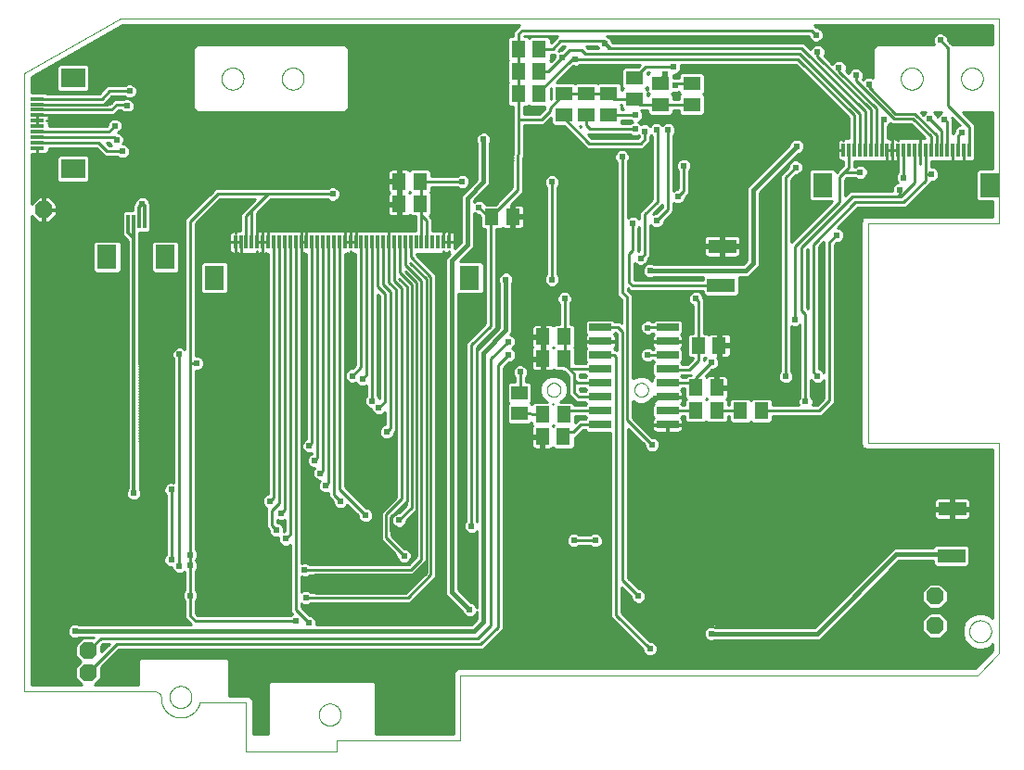
<source format=gtl>
G75*
%MOIN*%
%OFA0B0*%
%FSLAX25Y25*%
%IPPOS*%
%LPD*%
%AMOC8*
5,1,8,0,0,1.08239X$1,22.5*
%
%ADD10C,0.00000*%
%ADD11R,0.07087X0.08661*%
%ADD12R,0.01181X0.05118*%
%ADD13R,0.05118X0.05906*%
%ADD14R,0.08000X0.02600*%
%ADD15R,0.05906X0.05118*%
%ADD16OC8,0.06300*%
%ADD17R,0.05118X0.01181*%
%ADD18R,0.08661X0.07087*%
%ADD19R,0.06299X0.05118*%
%ADD20R,0.05118X0.06299*%
%ADD21R,0.10000X0.05000*%
%ADD22C,0.01000*%
%ADD23C,0.02400*%
%ADD24C,0.01200*%
%ADD25C,0.01600*%
D10*
X0014319Y0022654D02*
X0060973Y0022654D01*
X0060973Y0022653D02*
X0061070Y0022654D01*
X0061168Y0022650D01*
X0061266Y0022643D01*
X0061363Y0022631D01*
X0061459Y0022616D01*
X0061555Y0022597D01*
X0061650Y0022574D01*
X0061744Y0022548D01*
X0061837Y0022517D01*
X0061929Y0022483D01*
X0062019Y0022446D01*
X0062108Y0022404D01*
X0062195Y0022360D01*
X0062280Y0022311D01*
X0062363Y0022260D01*
X0062444Y0022205D01*
X0062523Y0022147D01*
X0062599Y0022086D01*
X0062673Y0022022D01*
X0062744Y0021955D01*
X0062813Y0021885D01*
X0062878Y0021813D01*
X0062941Y0021738D01*
X0063001Y0021660D01*
X0063057Y0021581D01*
X0063111Y0021499D01*
X0063161Y0021415D01*
X0063207Y0021329D01*
X0063250Y0021241D01*
X0063290Y0021152D01*
X0063326Y0021061D01*
X0063358Y0020968D01*
X0063387Y0020875D01*
X0063412Y0020780D01*
X0063433Y0020685D01*
X0066484Y0020685D02*
X0066486Y0020810D01*
X0066492Y0020935D01*
X0066502Y0021059D01*
X0066516Y0021183D01*
X0066533Y0021307D01*
X0066555Y0021430D01*
X0066581Y0021552D01*
X0066610Y0021674D01*
X0066643Y0021794D01*
X0066681Y0021913D01*
X0066721Y0022032D01*
X0066766Y0022148D01*
X0066814Y0022263D01*
X0066866Y0022377D01*
X0066922Y0022489D01*
X0066981Y0022599D01*
X0067043Y0022707D01*
X0067109Y0022814D01*
X0067178Y0022918D01*
X0067251Y0023019D01*
X0067326Y0023119D01*
X0067405Y0023216D01*
X0067487Y0023310D01*
X0067572Y0023402D01*
X0067659Y0023491D01*
X0067750Y0023577D01*
X0067843Y0023660D01*
X0067939Y0023741D01*
X0068037Y0023818D01*
X0068137Y0023892D01*
X0068240Y0023963D01*
X0068345Y0024030D01*
X0068453Y0024095D01*
X0068562Y0024155D01*
X0068673Y0024213D01*
X0068786Y0024266D01*
X0068900Y0024316D01*
X0069016Y0024363D01*
X0069133Y0024405D01*
X0069252Y0024444D01*
X0069372Y0024480D01*
X0069493Y0024511D01*
X0069615Y0024539D01*
X0069737Y0024562D01*
X0069861Y0024582D01*
X0069985Y0024598D01*
X0070109Y0024610D01*
X0070234Y0024618D01*
X0070359Y0024622D01*
X0070483Y0024622D01*
X0070608Y0024618D01*
X0070733Y0024610D01*
X0070857Y0024598D01*
X0070981Y0024582D01*
X0071105Y0024562D01*
X0071227Y0024539D01*
X0071349Y0024511D01*
X0071470Y0024480D01*
X0071590Y0024444D01*
X0071709Y0024405D01*
X0071826Y0024363D01*
X0071942Y0024316D01*
X0072056Y0024266D01*
X0072169Y0024213D01*
X0072280Y0024155D01*
X0072390Y0024095D01*
X0072497Y0024030D01*
X0072602Y0023963D01*
X0072705Y0023892D01*
X0072805Y0023818D01*
X0072903Y0023741D01*
X0072999Y0023660D01*
X0073092Y0023577D01*
X0073183Y0023491D01*
X0073270Y0023402D01*
X0073355Y0023310D01*
X0073437Y0023216D01*
X0073516Y0023119D01*
X0073591Y0023019D01*
X0073664Y0022918D01*
X0073733Y0022814D01*
X0073799Y0022707D01*
X0073861Y0022599D01*
X0073920Y0022489D01*
X0073976Y0022377D01*
X0074028Y0022263D01*
X0074076Y0022148D01*
X0074121Y0022032D01*
X0074161Y0021913D01*
X0074199Y0021794D01*
X0074232Y0021674D01*
X0074261Y0021552D01*
X0074287Y0021430D01*
X0074309Y0021307D01*
X0074326Y0021183D01*
X0074340Y0021059D01*
X0074350Y0020935D01*
X0074356Y0020810D01*
X0074358Y0020685D01*
X0074356Y0020560D01*
X0074350Y0020435D01*
X0074340Y0020311D01*
X0074326Y0020187D01*
X0074309Y0020063D01*
X0074287Y0019940D01*
X0074261Y0019818D01*
X0074232Y0019696D01*
X0074199Y0019576D01*
X0074161Y0019457D01*
X0074121Y0019338D01*
X0074076Y0019222D01*
X0074028Y0019107D01*
X0073976Y0018993D01*
X0073920Y0018881D01*
X0073861Y0018771D01*
X0073799Y0018663D01*
X0073733Y0018556D01*
X0073664Y0018452D01*
X0073591Y0018351D01*
X0073516Y0018251D01*
X0073437Y0018154D01*
X0073355Y0018060D01*
X0073270Y0017968D01*
X0073183Y0017879D01*
X0073092Y0017793D01*
X0072999Y0017710D01*
X0072903Y0017629D01*
X0072805Y0017552D01*
X0072705Y0017478D01*
X0072602Y0017407D01*
X0072497Y0017340D01*
X0072389Y0017275D01*
X0072280Y0017215D01*
X0072169Y0017157D01*
X0072056Y0017104D01*
X0071942Y0017054D01*
X0071826Y0017007D01*
X0071709Y0016965D01*
X0071590Y0016926D01*
X0071470Y0016890D01*
X0071349Y0016859D01*
X0071227Y0016831D01*
X0071105Y0016808D01*
X0070981Y0016788D01*
X0070857Y0016772D01*
X0070733Y0016760D01*
X0070608Y0016752D01*
X0070483Y0016748D01*
X0070359Y0016748D01*
X0070234Y0016752D01*
X0070109Y0016760D01*
X0069985Y0016772D01*
X0069861Y0016788D01*
X0069737Y0016808D01*
X0069615Y0016831D01*
X0069493Y0016859D01*
X0069372Y0016890D01*
X0069252Y0016926D01*
X0069133Y0016965D01*
X0069016Y0017007D01*
X0068900Y0017054D01*
X0068786Y0017104D01*
X0068673Y0017157D01*
X0068562Y0017215D01*
X0068452Y0017275D01*
X0068345Y0017340D01*
X0068240Y0017407D01*
X0068137Y0017478D01*
X0068037Y0017552D01*
X0067939Y0017629D01*
X0067843Y0017710D01*
X0067750Y0017793D01*
X0067659Y0017879D01*
X0067572Y0017968D01*
X0067487Y0018060D01*
X0067405Y0018154D01*
X0067326Y0018251D01*
X0067251Y0018351D01*
X0067178Y0018452D01*
X0067109Y0018556D01*
X0067043Y0018663D01*
X0066981Y0018771D01*
X0066922Y0018881D01*
X0066866Y0018993D01*
X0066814Y0019107D01*
X0066766Y0019222D01*
X0066721Y0019338D01*
X0066681Y0019457D01*
X0066643Y0019576D01*
X0066610Y0019696D01*
X0066581Y0019818D01*
X0066555Y0019940D01*
X0066533Y0020063D01*
X0066516Y0020187D01*
X0066502Y0020311D01*
X0066492Y0020435D01*
X0066486Y0020560D01*
X0066484Y0020685D01*
X0063433Y0020685D02*
X0063426Y0020513D01*
X0063423Y0020340D01*
X0063424Y0020168D01*
X0063430Y0019995D01*
X0063440Y0019823D01*
X0063454Y0019651D01*
X0063472Y0019480D01*
X0063494Y0019309D01*
X0063521Y0019138D01*
X0063552Y0018969D01*
X0063587Y0018800D01*
X0063626Y0018632D01*
X0063669Y0018465D01*
X0063716Y0018299D01*
X0063767Y0018134D01*
X0063823Y0017971D01*
X0063882Y0017809D01*
X0063945Y0017648D01*
X0064012Y0017489D01*
X0064083Y0017332D01*
X0064158Y0017177D01*
X0064237Y0017023D01*
X0064319Y0016872D01*
X0064406Y0016722D01*
X0064495Y0016575D01*
X0064589Y0016430D01*
X0064685Y0016287D01*
X0064786Y0016147D01*
X0064890Y0016009D01*
X0064997Y0015874D01*
X0065107Y0015741D01*
X0065221Y0015611D01*
X0065337Y0015484D01*
X0065457Y0015360D01*
X0065580Y0015239D01*
X0065706Y0015121D01*
X0065834Y0015006D01*
X0065966Y0014894D01*
X0066100Y0014786D01*
X0066237Y0014680D01*
X0066376Y0014579D01*
X0066517Y0014480D01*
X0066662Y0014385D01*
X0066808Y0014294D01*
X0066956Y0014206D01*
X0067107Y0014122D01*
X0067260Y0014042D01*
X0067414Y0013965D01*
X0067571Y0013893D01*
X0067729Y0013824D01*
X0067889Y0013759D01*
X0068050Y0013698D01*
X0068213Y0013641D01*
X0068377Y0013588D01*
X0068542Y0013539D01*
X0068709Y0013494D01*
X0068877Y0013453D01*
X0069045Y0013416D01*
X0069215Y0013384D01*
X0069385Y0013355D01*
X0069555Y0013331D01*
X0069727Y0013311D01*
X0069899Y0013295D01*
X0070071Y0013284D01*
X0070243Y0013276D01*
X0070416Y0013273D01*
X0070588Y0013274D01*
X0070760Y0013280D01*
X0070933Y0013289D01*
X0071105Y0013303D01*
X0071276Y0013321D01*
X0071447Y0013343D01*
X0071618Y0013369D01*
X0071788Y0013400D01*
X0071957Y0013434D01*
X0072125Y0013473D01*
X0072292Y0013516D01*
X0072458Y0013563D01*
X0072622Y0013614D01*
X0072786Y0013669D01*
X0072948Y0013728D01*
X0073109Y0013791D01*
X0073268Y0013858D01*
X0073425Y0013929D01*
X0073580Y0014004D01*
X0073734Y0014082D01*
X0073886Y0014164D01*
X0074035Y0014250D01*
X0074183Y0014340D01*
X0074328Y0014433D01*
X0074471Y0014530D01*
X0074611Y0014630D01*
X0074749Y0014733D01*
X0074885Y0014840D01*
X0075017Y0014950D01*
X0075147Y0015064D01*
X0075274Y0015180D01*
X0075399Y0015300D01*
X0075520Y0015423D01*
X0075638Y0015548D01*
X0075753Y0015677D01*
X0075865Y0015808D01*
X0075974Y0015942D01*
X0076080Y0016078D01*
X0076182Y0016218D01*
X0076280Y0016359D01*
X0076375Y0016503D01*
X0076467Y0016649D01*
X0076555Y0016798D01*
X0076639Y0016948D01*
X0076719Y0017101D01*
X0076796Y0017255D01*
X0076869Y0017412D01*
X0076938Y0017570D01*
X0077003Y0017729D01*
X0077065Y0017891D01*
X0077122Y0018053D01*
X0077175Y0018217D01*
X0077224Y0018383D01*
X0077270Y0018549D01*
X0077311Y0018717D01*
X0094043Y0018717D01*
X0094043Y0001000D01*
X0126524Y0001000D01*
X0126524Y0004937D01*
X0171012Y0004937D01*
X0171012Y0028559D01*
X0356839Y0028559D01*
X0364713Y0036433D01*
X0364713Y0112220D01*
X0317469Y0112220D01*
X0317469Y0190961D01*
X0364713Y0190961D01*
X0364713Y0264780D01*
X0048768Y0264780D01*
X0014319Y0245094D01*
X0014319Y0022654D01*
X0120126Y0014346D02*
X0120128Y0014471D01*
X0120134Y0014596D01*
X0120144Y0014720D01*
X0120158Y0014844D01*
X0120175Y0014968D01*
X0120197Y0015091D01*
X0120223Y0015213D01*
X0120252Y0015335D01*
X0120285Y0015455D01*
X0120323Y0015574D01*
X0120363Y0015693D01*
X0120408Y0015809D01*
X0120456Y0015924D01*
X0120508Y0016038D01*
X0120564Y0016150D01*
X0120623Y0016260D01*
X0120685Y0016368D01*
X0120751Y0016475D01*
X0120820Y0016579D01*
X0120893Y0016680D01*
X0120968Y0016780D01*
X0121047Y0016877D01*
X0121129Y0016971D01*
X0121214Y0017063D01*
X0121301Y0017152D01*
X0121392Y0017238D01*
X0121485Y0017321D01*
X0121581Y0017402D01*
X0121679Y0017479D01*
X0121779Y0017553D01*
X0121882Y0017624D01*
X0121987Y0017691D01*
X0122095Y0017756D01*
X0122204Y0017816D01*
X0122315Y0017874D01*
X0122428Y0017927D01*
X0122542Y0017977D01*
X0122658Y0018024D01*
X0122775Y0018066D01*
X0122894Y0018105D01*
X0123014Y0018141D01*
X0123135Y0018172D01*
X0123257Y0018200D01*
X0123379Y0018223D01*
X0123503Y0018243D01*
X0123627Y0018259D01*
X0123751Y0018271D01*
X0123876Y0018279D01*
X0124001Y0018283D01*
X0124125Y0018283D01*
X0124250Y0018279D01*
X0124375Y0018271D01*
X0124499Y0018259D01*
X0124623Y0018243D01*
X0124747Y0018223D01*
X0124869Y0018200D01*
X0124991Y0018172D01*
X0125112Y0018141D01*
X0125232Y0018105D01*
X0125351Y0018066D01*
X0125468Y0018024D01*
X0125584Y0017977D01*
X0125698Y0017927D01*
X0125811Y0017874D01*
X0125922Y0017816D01*
X0126032Y0017756D01*
X0126139Y0017691D01*
X0126244Y0017624D01*
X0126347Y0017553D01*
X0126447Y0017479D01*
X0126545Y0017402D01*
X0126641Y0017321D01*
X0126734Y0017238D01*
X0126825Y0017152D01*
X0126912Y0017063D01*
X0126997Y0016971D01*
X0127079Y0016877D01*
X0127158Y0016780D01*
X0127233Y0016680D01*
X0127306Y0016579D01*
X0127375Y0016475D01*
X0127441Y0016368D01*
X0127503Y0016260D01*
X0127562Y0016150D01*
X0127618Y0016038D01*
X0127670Y0015924D01*
X0127718Y0015809D01*
X0127763Y0015693D01*
X0127803Y0015574D01*
X0127841Y0015455D01*
X0127874Y0015335D01*
X0127903Y0015213D01*
X0127929Y0015091D01*
X0127951Y0014968D01*
X0127968Y0014844D01*
X0127982Y0014720D01*
X0127992Y0014596D01*
X0127998Y0014471D01*
X0128000Y0014346D01*
X0127998Y0014221D01*
X0127992Y0014096D01*
X0127982Y0013972D01*
X0127968Y0013848D01*
X0127951Y0013724D01*
X0127929Y0013601D01*
X0127903Y0013479D01*
X0127874Y0013357D01*
X0127841Y0013237D01*
X0127803Y0013118D01*
X0127763Y0012999D01*
X0127718Y0012883D01*
X0127670Y0012768D01*
X0127618Y0012654D01*
X0127562Y0012542D01*
X0127503Y0012432D01*
X0127441Y0012324D01*
X0127375Y0012217D01*
X0127306Y0012113D01*
X0127233Y0012012D01*
X0127158Y0011912D01*
X0127079Y0011815D01*
X0126997Y0011721D01*
X0126912Y0011629D01*
X0126825Y0011540D01*
X0126734Y0011454D01*
X0126641Y0011371D01*
X0126545Y0011290D01*
X0126447Y0011213D01*
X0126347Y0011139D01*
X0126244Y0011068D01*
X0126139Y0011001D01*
X0126031Y0010936D01*
X0125922Y0010876D01*
X0125811Y0010818D01*
X0125698Y0010765D01*
X0125584Y0010715D01*
X0125468Y0010668D01*
X0125351Y0010626D01*
X0125232Y0010587D01*
X0125112Y0010551D01*
X0124991Y0010520D01*
X0124869Y0010492D01*
X0124747Y0010469D01*
X0124623Y0010449D01*
X0124499Y0010433D01*
X0124375Y0010421D01*
X0124250Y0010413D01*
X0124125Y0010409D01*
X0124001Y0010409D01*
X0123876Y0010413D01*
X0123751Y0010421D01*
X0123627Y0010433D01*
X0123503Y0010449D01*
X0123379Y0010469D01*
X0123257Y0010492D01*
X0123135Y0010520D01*
X0123014Y0010551D01*
X0122894Y0010587D01*
X0122775Y0010626D01*
X0122658Y0010668D01*
X0122542Y0010715D01*
X0122428Y0010765D01*
X0122315Y0010818D01*
X0122204Y0010876D01*
X0122094Y0010936D01*
X0121987Y0011001D01*
X0121882Y0011068D01*
X0121779Y0011139D01*
X0121679Y0011213D01*
X0121581Y0011290D01*
X0121485Y0011371D01*
X0121392Y0011454D01*
X0121301Y0011540D01*
X0121214Y0011629D01*
X0121129Y0011721D01*
X0121047Y0011815D01*
X0120968Y0011912D01*
X0120893Y0012012D01*
X0120820Y0012113D01*
X0120751Y0012217D01*
X0120685Y0012324D01*
X0120623Y0012432D01*
X0120564Y0012542D01*
X0120508Y0012654D01*
X0120456Y0012768D01*
X0120408Y0012883D01*
X0120363Y0012999D01*
X0120323Y0013118D01*
X0120285Y0013237D01*
X0120252Y0013357D01*
X0120223Y0013479D01*
X0120197Y0013601D01*
X0120175Y0013724D01*
X0120158Y0013848D01*
X0120144Y0013972D01*
X0120134Y0014096D01*
X0120128Y0014221D01*
X0120126Y0014346D01*
X0202055Y0131189D02*
X0202057Y0131288D01*
X0202063Y0131387D01*
X0202073Y0131486D01*
X0202087Y0131584D01*
X0202105Y0131681D01*
X0202127Y0131778D01*
X0202152Y0131874D01*
X0202182Y0131968D01*
X0202215Y0132062D01*
X0202252Y0132154D01*
X0202293Y0132244D01*
X0202337Y0132333D01*
X0202385Y0132419D01*
X0202436Y0132504D01*
X0202491Y0132587D01*
X0202549Y0132667D01*
X0202610Y0132745D01*
X0202674Y0132821D01*
X0202741Y0132894D01*
X0202811Y0132964D01*
X0202884Y0133031D01*
X0202960Y0133095D01*
X0203038Y0133156D01*
X0203118Y0133214D01*
X0203201Y0133269D01*
X0203285Y0133320D01*
X0203372Y0133368D01*
X0203461Y0133412D01*
X0203551Y0133453D01*
X0203643Y0133490D01*
X0203737Y0133523D01*
X0203831Y0133553D01*
X0203927Y0133578D01*
X0204024Y0133600D01*
X0204121Y0133618D01*
X0204219Y0133632D01*
X0204318Y0133642D01*
X0204417Y0133648D01*
X0204516Y0133650D01*
X0204615Y0133648D01*
X0204714Y0133642D01*
X0204813Y0133632D01*
X0204911Y0133618D01*
X0205008Y0133600D01*
X0205105Y0133578D01*
X0205201Y0133553D01*
X0205295Y0133523D01*
X0205389Y0133490D01*
X0205481Y0133453D01*
X0205571Y0133412D01*
X0205660Y0133368D01*
X0205746Y0133320D01*
X0205831Y0133269D01*
X0205914Y0133214D01*
X0205994Y0133156D01*
X0206072Y0133095D01*
X0206148Y0133031D01*
X0206221Y0132964D01*
X0206291Y0132894D01*
X0206358Y0132821D01*
X0206422Y0132745D01*
X0206483Y0132667D01*
X0206541Y0132587D01*
X0206596Y0132504D01*
X0206647Y0132420D01*
X0206695Y0132333D01*
X0206739Y0132244D01*
X0206780Y0132154D01*
X0206817Y0132062D01*
X0206850Y0131968D01*
X0206880Y0131874D01*
X0206905Y0131778D01*
X0206927Y0131681D01*
X0206945Y0131584D01*
X0206959Y0131486D01*
X0206969Y0131387D01*
X0206975Y0131288D01*
X0206977Y0131189D01*
X0206975Y0131090D01*
X0206969Y0130991D01*
X0206959Y0130892D01*
X0206945Y0130794D01*
X0206927Y0130697D01*
X0206905Y0130600D01*
X0206880Y0130504D01*
X0206850Y0130410D01*
X0206817Y0130316D01*
X0206780Y0130224D01*
X0206739Y0130134D01*
X0206695Y0130045D01*
X0206647Y0129959D01*
X0206596Y0129874D01*
X0206541Y0129791D01*
X0206483Y0129711D01*
X0206422Y0129633D01*
X0206358Y0129557D01*
X0206291Y0129484D01*
X0206221Y0129414D01*
X0206148Y0129347D01*
X0206072Y0129283D01*
X0205994Y0129222D01*
X0205914Y0129164D01*
X0205831Y0129109D01*
X0205747Y0129058D01*
X0205660Y0129010D01*
X0205571Y0128966D01*
X0205481Y0128925D01*
X0205389Y0128888D01*
X0205295Y0128855D01*
X0205201Y0128825D01*
X0205105Y0128800D01*
X0205008Y0128778D01*
X0204911Y0128760D01*
X0204813Y0128746D01*
X0204714Y0128736D01*
X0204615Y0128730D01*
X0204516Y0128728D01*
X0204417Y0128730D01*
X0204318Y0128736D01*
X0204219Y0128746D01*
X0204121Y0128760D01*
X0204024Y0128778D01*
X0203927Y0128800D01*
X0203831Y0128825D01*
X0203737Y0128855D01*
X0203643Y0128888D01*
X0203551Y0128925D01*
X0203461Y0128966D01*
X0203372Y0129010D01*
X0203286Y0129058D01*
X0203201Y0129109D01*
X0203118Y0129164D01*
X0203038Y0129222D01*
X0202960Y0129283D01*
X0202884Y0129347D01*
X0202811Y0129414D01*
X0202741Y0129484D01*
X0202674Y0129557D01*
X0202610Y0129633D01*
X0202549Y0129711D01*
X0202491Y0129791D01*
X0202436Y0129874D01*
X0202385Y0129958D01*
X0202337Y0130045D01*
X0202293Y0130134D01*
X0202252Y0130224D01*
X0202215Y0130316D01*
X0202182Y0130410D01*
X0202152Y0130504D01*
X0202127Y0130600D01*
X0202105Y0130697D01*
X0202087Y0130794D01*
X0202073Y0130892D01*
X0202063Y0130991D01*
X0202057Y0131090D01*
X0202055Y0131189D01*
X0233551Y0131189D02*
X0233553Y0131288D01*
X0233559Y0131387D01*
X0233569Y0131486D01*
X0233583Y0131584D01*
X0233601Y0131681D01*
X0233623Y0131778D01*
X0233648Y0131874D01*
X0233678Y0131968D01*
X0233711Y0132062D01*
X0233748Y0132154D01*
X0233789Y0132244D01*
X0233833Y0132333D01*
X0233881Y0132419D01*
X0233932Y0132504D01*
X0233987Y0132587D01*
X0234045Y0132667D01*
X0234106Y0132745D01*
X0234170Y0132821D01*
X0234237Y0132894D01*
X0234307Y0132964D01*
X0234380Y0133031D01*
X0234456Y0133095D01*
X0234534Y0133156D01*
X0234614Y0133214D01*
X0234697Y0133269D01*
X0234781Y0133320D01*
X0234868Y0133368D01*
X0234957Y0133412D01*
X0235047Y0133453D01*
X0235139Y0133490D01*
X0235233Y0133523D01*
X0235327Y0133553D01*
X0235423Y0133578D01*
X0235520Y0133600D01*
X0235617Y0133618D01*
X0235715Y0133632D01*
X0235814Y0133642D01*
X0235913Y0133648D01*
X0236012Y0133650D01*
X0236111Y0133648D01*
X0236210Y0133642D01*
X0236309Y0133632D01*
X0236407Y0133618D01*
X0236504Y0133600D01*
X0236601Y0133578D01*
X0236697Y0133553D01*
X0236791Y0133523D01*
X0236885Y0133490D01*
X0236977Y0133453D01*
X0237067Y0133412D01*
X0237156Y0133368D01*
X0237242Y0133320D01*
X0237327Y0133269D01*
X0237410Y0133214D01*
X0237490Y0133156D01*
X0237568Y0133095D01*
X0237644Y0133031D01*
X0237717Y0132964D01*
X0237787Y0132894D01*
X0237854Y0132821D01*
X0237918Y0132745D01*
X0237979Y0132667D01*
X0238037Y0132587D01*
X0238092Y0132504D01*
X0238143Y0132420D01*
X0238191Y0132333D01*
X0238235Y0132244D01*
X0238276Y0132154D01*
X0238313Y0132062D01*
X0238346Y0131968D01*
X0238376Y0131874D01*
X0238401Y0131778D01*
X0238423Y0131681D01*
X0238441Y0131584D01*
X0238455Y0131486D01*
X0238465Y0131387D01*
X0238471Y0131288D01*
X0238473Y0131189D01*
X0238471Y0131090D01*
X0238465Y0130991D01*
X0238455Y0130892D01*
X0238441Y0130794D01*
X0238423Y0130697D01*
X0238401Y0130600D01*
X0238376Y0130504D01*
X0238346Y0130410D01*
X0238313Y0130316D01*
X0238276Y0130224D01*
X0238235Y0130134D01*
X0238191Y0130045D01*
X0238143Y0129959D01*
X0238092Y0129874D01*
X0238037Y0129791D01*
X0237979Y0129711D01*
X0237918Y0129633D01*
X0237854Y0129557D01*
X0237787Y0129484D01*
X0237717Y0129414D01*
X0237644Y0129347D01*
X0237568Y0129283D01*
X0237490Y0129222D01*
X0237410Y0129164D01*
X0237327Y0129109D01*
X0237243Y0129058D01*
X0237156Y0129010D01*
X0237067Y0128966D01*
X0236977Y0128925D01*
X0236885Y0128888D01*
X0236791Y0128855D01*
X0236697Y0128825D01*
X0236601Y0128800D01*
X0236504Y0128778D01*
X0236407Y0128760D01*
X0236309Y0128746D01*
X0236210Y0128736D01*
X0236111Y0128730D01*
X0236012Y0128728D01*
X0235913Y0128730D01*
X0235814Y0128736D01*
X0235715Y0128746D01*
X0235617Y0128760D01*
X0235520Y0128778D01*
X0235423Y0128800D01*
X0235327Y0128825D01*
X0235233Y0128855D01*
X0235139Y0128888D01*
X0235047Y0128925D01*
X0234957Y0128966D01*
X0234868Y0129010D01*
X0234782Y0129058D01*
X0234697Y0129109D01*
X0234614Y0129164D01*
X0234534Y0129222D01*
X0234456Y0129283D01*
X0234380Y0129347D01*
X0234307Y0129414D01*
X0234237Y0129484D01*
X0234170Y0129557D01*
X0234106Y0129633D01*
X0234045Y0129711D01*
X0233987Y0129791D01*
X0233932Y0129874D01*
X0233881Y0129958D01*
X0233833Y0130045D01*
X0233789Y0130134D01*
X0233748Y0130224D01*
X0233711Y0130316D01*
X0233678Y0130410D01*
X0233648Y0130504D01*
X0233623Y0130600D01*
X0233601Y0130697D01*
X0233583Y0130794D01*
X0233569Y0130892D01*
X0233559Y0130991D01*
X0233553Y0131090D01*
X0233551Y0131189D01*
X0353886Y0044307D02*
X0353888Y0044432D01*
X0353894Y0044557D01*
X0353904Y0044681D01*
X0353918Y0044805D01*
X0353935Y0044929D01*
X0353957Y0045052D01*
X0353983Y0045174D01*
X0354012Y0045296D01*
X0354045Y0045416D01*
X0354083Y0045535D01*
X0354123Y0045654D01*
X0354168Y0045770D01*
X0354216Y0045885D01*
X0354268Y0045999D01*
X0354324Y0046111D01*
X0354383Y0046221D01*
X0354445Y0046329D01*
X0354511Y0046436D01*
X0354580Y0046540D01*
X0354653Y0046641D01*
X0354728Y0046741D01*
X0354807Y0046838D01*
X0354889Y0046932D01*
X0354974Y0047024D01*
X0355061Y0047113D01*
X0355152Y0047199D01*
X0355245Y0047282D01*
X0355341Y0047363D01*
X0355439Y0047440D01*
X0355539Y0047514D01*
X0355642Y0047585D01*
X0355747Y0047652D01*
X0355855Y0047717D01*
X0355964Y0047777D01*
X0356075Y0047835D01*
X0356188Y0047888D01*
X0356302Y0047938D01*
X0356418Y0047985D01*
X0356535Y0048027D01*
X0356654Y0048066D01*
X0356774Y0048102D01*
X0356895Y0048133D01*
X0357017Y0048161D01*
X0357139Y0048184D01*
X0357263Y0048204D01*
X0357387Y0048220D01*
X0357511Y0048232D01*
X0357636Y0048240D01*
X0357761Y0048244D01*
X0357885Y0048244D01*
X0358010Y0048240D01*
X0358135Y0048232D01*
X0358259Y0048220D01*
X0358383Y0048204D01*
X0358507Y0048184D01*
X0358629Y0048161D01*
X0358751Y0048133D01*
X0358872Y0048102D01*
X0358992Y0048066D01*
X0359111Y0048027D01*
X0359228Y0047985D01*
X0359344Y0047938D01*
X0359458Y0047888D01*
X0359571Y0047835D01*
X0359682Y0047777D01*
X0359792Y0047717D01*
X0359899Y0047652D01*
X0360004Y0047585D01*
X0360107Y0047514D01*
X0360207Y0047440D01*
X0360305Y0047363D01*
X0360401Y0047282D01*
X0360494Y0047199D01*
X0360585Y0047113D01*
X0360672Y0047024D01*
X0360757Y0046932D01*
X0360839Y0046838D01*
X0360918Y0046741D01*
X0360993Y0046641D01*
X0361066Y0046540D01*
X0361135Y0046436D01*
X0361201Y0046329D01*
X0361263Y0046221D01*
X0361322Y0046111D01*
X0361378Y0045999D01*
X0361430Y0045885D01*
X0361478Y0045770D01*
X0361523Y0045654D01*
X0361563Y0045535D01*
X0361601Y0045416D01*
X0361634Y0045296D01*
X0361663Y0045174D01*
X0361689Y0045052D01*
X0361711Y0044929D01*
X0361728Y0044805D01*
X0361742Y0044681D01*
X0361752Y0044557D01*
X0361758Y0044432D01*
X0361760Y0044307D01*
X0361758Y0044182D01*
X0361752Y0044057D01*
X0361742Y0043933D01*
X0361728Y0043809D01*
X0361711Y0043685D01*
X0361689Y0043562D01*
X0361663Y0043440D01*
X0361634Y0043318D01*
X0361601Y0043198D01*
X0361563Y0043079D01*
X0361523Y0042960D01*
X0361478Y0042844D01*
X0361430Y0042729D01*
X0361378Y0042615D01*
X0361322Y0042503D01*
X0361263Y0042393D01*
X0361201Y0042285D01*
X0361135Y0042178D01*
X0361066Y0042074D01*
X0360993Y0041973D01*
X0360918Y0041873D01*
X0360839Y0041776D01*
X0360757Y0041682D01*
X0360672Y0041590D01*
X0360585Y0041501D01*
X0360494Y0041415D01*
X0360401Y0041332D01*
X0360305Y0041251D01*
X0360207Y0041174D01*
X0360107Y0041100D01*
X0360004Y0041029D01*
X0359899Y0040962D01*
X0359791Y0040897D01*
X0359682Y0040837D01*
X0359571Y0040779D01*
X0359458Y0040726D01*
X0359344Y0040676D01*
X0359228Y0040629D01*
X0359111Y0040587D01*
X0358992Y0040548D01*
X0358872Y0040512D01*
X0358751Y0040481D01*
X0358629Y0040453D01*
X0358507Y0040430D01*
X0358383Y0040410D01*
X0358259Y0040394D01*
X0358135Y0040382D01*
X0358010Y0040374D01*
X0357885Y0040370D01*
X0357761Y0040370D01*
X0357636Y0040374D01*
X0357511Y0040382D01*
X0357387Y0040394D01*
X0357263Y0040410D01*
X0357139Y0040430D01*
X0357017Y0040453D01*
X0356895Y0040481D01*
X0356774Y0040512D01*
X0356654Y0040548D01*
X0356535Y0040587D01*
X0356418Y0040629D01*
X0356302Y0040676D01*
X0356188Y0040726D01*
X0356075Y0040779D01*
X0355964Y0040837D01*
X0355854Y0040897D01*
X0355747Y0040962D01*
X0355642Y0041029D01*
X0355539Y0041100D01*
X0355439Y0041174D01*
X0355341Y0041251D01*
X0355245Y0041332D01*
X0355152Y0041415D01*
X0355061Y0041501D01*
X0354974Y0041590D01*
X0354889Y0041682D01*
X0354807Y0041776D01*
X0354728Y0041873D01*
X0354653Y0041973D01*
X0354580Y0042074D01*
X0354511Y0042178D01*
X0354445Y0042285D01*
X0354383Y0042393D01*
X0354324Y0042503D01*
X0354268Y0042615D01*
X0354216Y0042729D01*
X0354168Y0042844D01*
X0354123Y0042960D01*
X0354083Y0043079D01*
X0354045Y0043198D01*
X0354012Y0043318D01*
X0353983Y0043440D01*
X0353957Y0043562D01*
X0353935Y0043685D01*
X0353918Y0043809D01*
X0353904Y0043933D01*
X0353894Y0044057D01*
X0353888Y0044182D01*
X0353886Y0044307D01*
X0350933Y0243126D02*
X0350935Y0243251D01*
X0350941Y0243376D01*
X0350951Y0243500D01*
X0350965Y0243624D01*
X0350982Y0243748D01*
X0351004Y0243871D01*
X0351030Y0243993D01*
X0351059Y0244115D01*
X0351092Y0244235D01*
X0351130Y0244354D01*
X0351170Y0244473D01*
X0351215Y0244589D01*
X0351263Y0244704D01*
X0351315Y0244818D01*
X0351371Y0244930D01*
X0351430Y0245040D01*
X0351492Y0245148D01*
X0351558Y0245255D01*
X0351627Y0245359D01*
X0351700Y0245460D01*
X0351775Y0245560D01*
X0351854Y0245657D01*
X0351936Y0245751D01*
X0352021Y0245843D01*
X0352108Y0245932D01*
X0352199Y0246018D01*
X0352292Y0246101D01*
X0352388Y0246182D01*
X0352486Y0246259D01*
X0352586Y0246333D01*
X0352689Y0246404D01*
X0352794Y0246471D01*
X0352902Y0246536D01*
X0353011Y0246596D01*
X0353122Y0246654D01*
X0353235Y0246707D01*
X0353349Y0246757D01*
X0353465Y0246804D01*
X0353582Y0246846D01*
X0353701Y0246885D01*
X0353821Y0246921D01*
X0353942Y0246952D01*
X0354064Y0246980D01*
X0354186Y0247003D01*
X0354310Y0247023D01*
X0354434Y0247039D01*
X0354558Y0247051D01*
X0354683Y0247059D01*
X0354808Y0247063D01*
X0354932Y0247063D01*
X0355057Y0247059D01*
X0355182Y0247051D01*
X0355306Y0247039D01*
X0355430Y0247023D01*
X0355554Y0247003D01*
X0355676Y0246980D01*
X0355798Y0246952D01*
X0355919Y0246921D01*
X0356039Y0246885D01*
X0356158Y0246846D01*
X0356275Y0246804D01*
X0356391Y0246757D01*
X0356505Y0246707D01*
X0356618Y0246654D01*
X0356729Y0246596D01*
X0356839Y0246536D01*
X0356946Y0246471D01*
X0357051Y0246404D01*
X0357154Y0246333D01*
X0357254Y0246259D01*
X0357352Y0246182D01*
X0357448Y0246101D01*
X0357541Y0246018D01*
X0357632Y0245932D01*
X0357719Y0245843D01*
X0357804Y0245751D01*
X0357886Y0245657D01*
X0357965Y0245560D01*
X0358040Y0245460D01*
X0358113Y0245359D01*
X0358182Y0245255D01*
X0358248Y0245148D01*
X0358310Y0245040D01*
X0358369Y0244930D01*
X0358425Y0244818D01*
X0358477Y0244704D01*
X0358525Y0244589D01*
X0358570Y0244473D01*
X0358610Y0244354D01*
X0358648Y0244235D01*
X0358681Y0244115D01*
X0358710Y0243993D01*
X0358736Y0243871D01*
X0358758Y0243748D01*
X0358775Y0243624D01*
X0358789Y0243500D01*
X0358799Y0243376D01*
X0358805Y0243251D01*
X0358807Y0243126D01*
X0358805Y0243001D01*
X0358799Y0242876D01*
X0358789Y0242752D01*
X0358775Y0242628D01*
X0358758Y0242504D01*
X0358736Y0242381D01*
X0358710Y0242259D01*
X0358681Y0242137D01*
X0358648Y0242017D01*
X0358610Y0241898D01*
X0358570Y0241779D01*
X0358525Y0241663D01*
X0358477Y0241548D01*
X0358425Y0241434D01*
X0358369Y0241322D01*
X0358310Y0241212D01*
X0358248Y0241104D01*
X0358182Y0240997D01*
X0358113Y0240893D01*
X0358040Y0240792D01*
X0357965Y0240692D01*
X0357886Y0240595D01*
X0357804Y0240501D01*
X0357719Y0240409D01*
X0357632Y0240320D01*
X0357541Y0240234D01*
X0357448Y0240151D01*
X0357352Y0240070D01*
X0357254Y0239993D01*
X0357154Y0239919D01*
X0357051Y0239848D01*
X0356946Y0239781D01*
X0356838Y0239716D01*
X0356729Y0239656D01*
X0356618Y0239598D01*
X0356505Y0239545D01*
X0356391Y0239495D01*
X0356275Y0239448D01*
X0356158Y0239406D01*
X0356039Y0239367D01*
X0355919Y0239331D01*
X0355798Y0239300D01*
X0355676Y0239272D01*
X0355554Y0239249D01*
X0355430Y0239229D01*
X0355306Y0239213D01*
X0355182Y0239201D01*
X0355057Y0239193D01*
X0354932Y0239189D01*
X0354808Y0239189D01*
X0354683Y0239193D01*
X0354558Y0239201D01*
X0354434Y0239213D01*
X0354310Y0239229D01*
X0354186Y0239249D01*
X0354064Y0239272D01*
X0353942Y0239300D01*
X0353821Y0239331D01*
X0353701Y0239367D01*
X0353582Y0239406D01*
X0353465Y0239448D01*
X0353349Y0239495D01*
X0353235Y0239545D01*
X0353122Y0239598D01*
X0353011Y0239656D01*
X0352901Y0239716D01*
X0352794Y0239781D01*
X0352689Y0239848D01*
X0352586Y0239919D01*
X0352486Y0239993D01*
X0352388Y0240070D01*
X0352292Y0240151D01*
X0352199Y0240234D01*
X0352108Y0240320D01*
X0352021Y0240409D01*
X0351936Y0240501D01*
X0351854Y0240595D01*
X0351775Y0240692D01*
X0351700Y0240792D01*
X0351627Y0240893D01*
X0351558Y0240997D01*
X0351492Y0241104D01*
X0351430Y0241212D01*
X0351371Y0241322D01*
X0351315Y0241434D01*
X0351263Y0241548D01*
X0351215Y0241663D01*
X0351170Y0241779D01*
X0351130Y0241898D01*
X0351092Y0242017D01*
X0351059Y0242137D01*
X0351030Y0242259D01*
X0351004Y0242381D01*
X0350982Y0242504D01*
X0350965Y0242628D01*
X0350951Y0242752D01*
X0350941Y0242876D01*
X0350935Y0243001D01*
X0350933Y0243126D01*
X0329280Y0243126D02*
X0329282Y0243251D01*
X0329288Y0243376D01*
X0329298Y0243500D01*
X0329312Y0243624D01*
X0329329Y0243748D01*
X0329351Y0243871D01*
X0329377Y0243993D01*
X0329406Y0244115D01*
X0329439Y0244235D01*
X0329477Y0244354D01*
X0329517Y0244473D01*
X0329562Y0244589D01*
X0329610Y0244704D01*
X0329662Y0244818D01*
X0329718Y0244930D01*
X0329777Y0245040D01*
X0329839Y0245148D01*
X0329905Y0245255D01*
X0329974Y0245359D01*
X0330047Y0245460D01*
X0330122Y0245560D01*
X0330201Y0245657D01*
X0330283Y0245751D01*
X0330368Y0245843D01*
X0330455Y0245932D01*
X0330546Y0246018D01*
X0330639Y0246101D01*
X0330735Y0246182D01*
X0330833Y0246259D01*
X0330933Y0246333D01*
X0331036Y0246404D01*
X0331141Y0246471D01*
X0331249Y0246536D01*
X0331358Y0246596D01*
X0331469Y0246654D01*
X0331582Y0246707D01*
X0331696Y0246757D01*
X0331812Y0246804D01*
X0331929Y0246846D01*
X0332048Y0246885D01*
X0332168Y0246921D01*
X0332289Y0246952D01*
X0332411Y0246980D01*
X0332533Y0247003D01*
X0332657Y0247023D01*
X0332781Y0247039D01*
X0332905Y0247051D01*
X0333030Y0247059D01*
X0333155Y0247063D01*
X0333279Y0247063D01*
X0333404Y0247059D01*
X0333529Y0247051D01*
X0333653Y0247039D01*
X0333777Y0247023D01*
X0333901Y0247003D01*
X0334023Y0246980D01*
X0334145Y0246952D01*
X0334266Y0246921D01*
X0334386Y0246885D01*
X0334505Y0246846D01*
X0334622Y0246804D01*
X0334738Y0246757D01*
X0334852Y0246707D01*
X0334965Y0246654D01*
X0335076Y0246596D01*
X0335186Y0246536D01*
X0335293Y0246471D01*
X0335398Y0246404D01*
X0335501Y0246333D01*
X0335601Y0246259D01*
X0335699Y0246182D01*
X0335795Y0246101D01*
X0335888Y0246018D01*
X0335979Y0245932D01*
X0336066Y0245843D01*
X0336151Y0245751D01*
X0336233Y0245657D01*
X0336312Y0245560D01*
X0336387Y0245460D01*
X0336460Y0245359D01*
X0336529Y0245255D01*
X0336595Y0245148D01*
X0336657Y0245040D01*
X0336716Y0244930D01*
X0336772Y0244818D01*
X0336824Y0244704D01*
X0336872Y0244589D01*
X0336917Y0244473D01*
X0336957Y0244354D01*
X0336995Y0244235D01*
X0337028Y0244115D01*
X0337057Y0243993D01*
X0337083Y0243871D01*
X0337105Y0243748D01*
X0337122Y0243624D01*
X0337136Y0243500D01*
X0337146Y0243376D01*
X0337152Y0243251D01*
X0337154Y0243126D01*
X0337152Y0243001D01*
X0337146Y0242876D01*
X0337136Y0242752D01*
X0337122Y0242628D01*
X0337105Y0242504D01*
X0337083Y0242381D01*
X0337057Y0242259D01*
X0337028Y0242137D01*
X0336995Y0242017D01*
X0336957Y0241898D01*
X0336917Y0241779D01*
X0336872Y0241663D01*
X0336824Y0241548D01*
X0336772Y0241434D01*
X0336716Y0241322D01*
X0336657Y0241212D01*
X0336595Y0241104D01*
X0336529Y0240997D01*
X0336460Y0240893D01*
X0336387Y0240792D01*
X0336312Y0240692D01*
X0336233Y0240595D01*
X0336151Y0240501D01*
X0336066Y0240409D01*
X0335979Y0240320D01*
X0335888Y0240234D01*
X0335795Y0240151D01*
X0335699Y0240070D01*
X0335601Y0239993D01*
X0335501Y0239919D01*
X0335398Y0239848D01*
X0335293Y0239781D01*
X0335185Y0239716D01*
X0335076Y0239656D01*
X0334965Y0239598D01*
X0334852Y0239545D01*
X0334738Y0239495D01*
X0334622Y0239448D01*
X0334505Y0239406D01*
X0334386Y0239367D01*
X0334266Y0239331D01*
X0334145Y0239300D01*
X0334023Y0239272D01*
X0333901Y0239249D01*
X0333777Y0239229D01*
X0333653Y0239213D01*
X0333529Y0239201D01*
X0333404Y0239193D01*
X0333279Y0239189D01*
X0333155Y0239189D01*
X0333030Y0239193D01*
X0332905Y0239201D01*
X0332781Y0239213D01*
X0332657Y0239229D01*
X0332533Y0239249D01*
X0332411Y0239272D01*
X0332289Y0239300D01*
X0332168Y0239331D01*
X0332048Y0239367D01*
X0331929Y0239406D01*
X0331812Y0239448D01*
X0331696Y0239495D01*
X0331582Y0239545D01*
X0331469Y0239598D01*
X0331358Y0239656D01*
X0331248Y0239716D01*
X0331141Y0239781D01*
X0331036Y0239848D01*
X0330933Y0239919D01*
X0330833Y0239993D01*
X0330735Y0240070D01*
X0330639Y0240151D01*
X0330546Y0240234D01*
X0330455Y0240320D01*
X0330368Y0240409D01*
X0330283Y0240501D01*
X0330201Y0240595D01*
X0330122Y0240692D01*
X0330047Y0240792D01*
X0329974Y0240893D01*
X0329905Y0240997D01*
X0329839Y0241104D01*
X0329777Y0241212D01*
X0329718Y0241322D01*
X0329662Y0241434D01*
X0329610Y0241548D01*
X0329562Y0241663D01*
X0329517Y0241779D01*
X0329477Y0241898D01*
X0329439Y0242017D01*
X0329406Y0242137D01*
X0329377Y0242259D01*
X0329351Y0242381D01*
X0329329Y0242504D01*
X0329312Y0242628D01*
X0329298Y0242752D01*
X0329288Y0242876D01*
X0329282Y0243001D01*
X0329280Y0243126D01*
X0106839Y0243126D02*
X0106841Y0243251D01*
X0106847Y0243376D01*
X0106857Y0243500D01*
X0106871Y0243624D01*
X0106888Y0243748D01*
X0106910Y0243871D01*
X0106936Y0243993D01*
X0106965Y0244115D01*
X0106998Y0244235D01*
X0107036Y0244354D01*
X0107076Y0244473D01*
X0107121Y0244589D01*
X0107169Y0244704D01*
X0107221Y0244818D01*
X0107277Y0244930D01*
X0107336Y0245040D01*
X0107398Y0245148D01*
X0107464Y0245255D01*
X0107533Y0245359D01*
X0107606Y0245460D01*
X0107681Y0245560D01*
X0107760Y0245657D01*
X0107842Y0245751D01*
X0107927Y0245843D01*
X0108014Y0245932D01*
X0108105Y0246018D01*
X0108198Y0246101D01*
X0108294Y0246182D01*
X0108392Y0246259D01*
X0108492Y0246333D01*
X0108595Y0246404D01*
X0108700Y0246471D01*
X0108808Y0246536D01*
X0108917Y0246596D01*
X0109028Y0246654D01*
X0109141Y0246707D01*
X0109255Y0246757D01*
X0109371Y0246804D01*
X0109488Y0246846D01*
X0109607Y0246885D01*
X0109727Y0246921D01*
X0109848Y0246952D01*
X0109970Y0246980D01*
X0110092Y0247003D01*
X0110216Y0247023D01*
X0110340Y0247039D01*
X0110464Y0247051D01*
X0110589Y0247059D01*
X0110714Y0247063D01*
X0110838Y0247063D01*
X0110963Y0247059D01*
X0111088Y0247051D01*
X0111212Y0247039D01*
X0111336Y0247023D01*
X0111460Y0247003D01*
X0111582Y0246980D01*
X0111704Y0246952D01*
X0111825Y0246921D01*
X0111945Y0246885D01*
X0112064Y0246846D01*
X0112181Y0246804D01*
X0112297Y0246757D01*
X0112411Y0246707D01*
X0112524Y0246654D01*
X0112635Y0246596D01*
X0112745Y0246536D01*
X0112852Y0246471D01*
X0112957Y0246404D01*
X0113060Y0246333D01*
X0113160Y0246259D01*
X0113258Y0246182D01*
X0113354Y0246101D01*
X0113447Y0246018D01*
X0113538Y0245932D01*
X0113625Y0245843D01*
X0113710Y0245751D01*
X0113792Y0245657D01*
X0113871Y0245560D01*
X0113946Y0245460D01*
X0114019Y0245359D01*
X0114088Y0245255D01*
X0114154Y0245148D01*
X0114216Y0245040D01*
X0114275Y0244930D01*
X0114331Y0244818D01*
X0114383Y0244704D01*
X0114431Y0244589D01*
X0114476Y0244473D01*
X0114516Y0244354D01*
X0114554Y0244235D01*
X0114587Y0244115D01*
X0114616Y0243993D01*
X0114642Y0243871D01*
X0114664Y0243748D01*
X0114681Y0243624D01*
X0114695Y0243500D01*
X0114705Y0243376D01*
X0114711Y0243251D01*
X0114713Y0243126D01*
X0114711Y0243001D01*
X0114705Y0242876D01*
X0114695Y0242752D01*
X0114681Y0242628D01*
X0114664Y0242504D01*
X0114642Y0242381D01*
X0114616Y0242259D01*
X0114587Y0242137D01*
X0114554Y0242017D01*
X0114516Y0241898D01*
X0114476Y0241779D01*
X0114431Y0241663D01*
X0114383Y0241548D01*
X0114331Y0241434D01*
X0114275Y0241322D01*
X0114216Y0241212D01*
X0114154Y0241104D01*
X0114088Y0240997D01*
X0114019Y0240893D01*
X0113946Y0240792D01*
X0113871Y0240692D01*
X0113792Y0240595D01*
X0113710Y0240501D01*
X0113625Y0240409D01*
X0113538Y0240320D01*
X0113447Y0240234D01*
X0113354Y0240151D01*
X0113258Y0240070D01*
X0113160Y0239993D01*
X0113060Y0239919D01*
X0112957Y0239848D01*
X0112852Y0239781D01*
X0112744Y0239716D01*
X0112635Y0239656D01*
X0112524Y0239598D01*
X0112411Y0239545D01*
X0112297Y0239495D01*
X0112181Y0239448D01*
X0112064Y0239406D01*
X0111945Y0239367D01*
X0111825Y0239331D01*
X0111704Y0239300D01*
X0111582Y0239272D01*
X0111460Y0239249D01*
X0111336Y0239229D01*
X0111212Y0239213D01*
X0111088Y0239201D01*
X0110963Y0239193D01*
X0110838Y0239189D01*
X0110714Y0239189D01*
X0110589Y0239193D01*
X0110464Y0239201D01*
X0110340Y0239213D01*
X0110216Y0239229D01*
X0110092Y0239249D01*
X0109970Y0239272D01*
X0109848Y0239300D01*
X0109727Y0239331D01*
X0109607Y0239367D01*
X0109488Y0239406D01*
X0109371Y0239448D01*
X0109255Y0239495D01*
X0109141Y0239545D01*
X0109028Y0239598D01*
X0108917Y0239656D01*
X0108807Y0239716D01*
X0108700Y0239781D01*
X0108595Y0239848D01*
X0108492Y0239919D01*
X0108392Y0239993D01*
X0108294Y0240070D01*
X0108198Y0240151D01*
X0108105Y0240234D01*
X0108014Y0240320D01*
X0107927Y0240409D01*
X0107842Y0240501D01*
X0107760Y0240595D01*
X0107681Y0240692D01*
X0107606Y0240792D01*
X0107533Y0240893D01*
X0107464Y0240997D01*
X0107398Y0241104D01*
X0107336Y0241212D01*
X0107277Y0241322D01*
X0107221Y0241434D01*
X0107169Y0241548D01*
X0107121Y0241663D01*
X0107076Y0241779D01*
X0107036Y0241898D01*
X0106998Y0242017D01*
X0106965Y0242137D01*
X0106936Y0242259D01*
X0106910Y0242381D01*
X0106888Y0242504D01*
X0106871Y0242628D01*
X0106857Y0242752D01*
X0106847Y0242876D01*
X0106841Y0243001D01*
X0106839Y0243126D01*
X0085185Y0243126D02*
X0085187Y0243251D01*
X0085193Y0243376D01*
X0085203Y0243500D01*
X0085217Y0243624D01*
X0085234Y0243748D01*
X0085256Y0243871D01*
X0085282Y0243993D01*
X0085311Y0244115D01*
X0085344Y0244235D01*
X0085382Y0244354D01*
X0085422Y0244473D01*
X0085467Y0244589D01*
X0085515Y0244704D01*
X0085567Y0244818D01*
X0085623Y0244930D01*
X0085682Y0245040D01*
X0085744Y0245148D01*
X0085810Y0245255D01*
X0085879Y0245359D01*
X0085952Y0245460D01*
X0086027Y0245560D01*
X0086106Y0245657D01*
X0086188Y0245751D01*
X0086273Y0245843D01*
X0086360Y0245932D01*
X0086451Y0246018D01*
X0086544Y0246101D01*
X0086640Y0246182D01*
X0086738Y0246259D01*
X0086838Y0246333D01*
X0086941Y0246404D01*
X0087046Y0246471D01*
X0087154Y0246536D01*
X0087263Y0246596D01*
X0087374Y0246654D01*
X0087487Y0246707D01*
X0087601Y0246757D01*
X0087717Y0246804D01*
X0087834Y0246846D01*
X0087953Y0246885D01*
X0088073Y0246921D01*
X0088194Y0246952D01*
X0088316Y0246980D01*
X0088438Y0247003D01*
X0088562Y0247023D01*
X0088686Y0247039D01*
X0088810Y0247051D01*
X0088935Y0247059D01*
X0089060Y0247063D01*
X0089184Y0247063D01*
X0089309Y0247059D01*
X0089434Y0247051D01*
X0089558Y0247039D01*
X0089682Y0247023D01*
X0089806Y0247003D01*
X0089928Y0246980D01*
X0090050Y0246952D01*
X0090171Y0246921D01*
X0090291Y0246885D01*
X0090410Y0246846D01*
X0090527Y0246804D01*
X0090643Y0246757D01*
X0090757Y0246707D01*
X0090870Y0246654D01*
X0090981Y0246596D01*
X0091091Y0246536D01*
X0091198Y0246471D01*
X0091303Y0246404D01*
X0091406Y0246333D01*
X0091506Y0246259D01*
X0091604Y0246182D01*
X0091700Y0246101D01*
X0091793Y0246018D01*
X0091884Y0245932D01*
X0091971Y0245843D01*
X0092056Y0245751D01*
X0092138Y0245657D01*
X0092217Y0245560D01*
X0092292Y0245460D01*
X0092365Y0245359D01*
X0092434Y0245255D01*
X0092500Y0245148D01*
X0092562Y0245040D01*
X0092621Y0244930D01*
X0092677Y0244818D01*
X0092729Y0244704D01*
X0092777Y0244589D01*
X0092822Y0244473D01*
X0092862Y0244354D01*
X0092900Y0244235D01*
X0092933Y0244115D01*
X0092962Y0243993D01*
X0092988Y0243871D01*
X0093010Y0243748D01*
X0093027Y0243624D01*
X0093041Y0243500D01*
X0093051Y0243376D01*
X0093057Y0243251D01*
X0093059Y0243126D01*
X0093057Y0243001D01*
X0093051Y0242876D01*
X0093041Y0242752D01*
X0093027Y0242628D01*
X0093010Y0242504D01*
X0092988Y0242381D01*
X0092962Y0242259D01*
X0092933Y0242137D01*
X0092900Y0242017D01*
X0092862Y0241898D01*
X0092822Y0241779D01*
X0092777Y0241663D01*
X0092729Y0241548D01*
X0092677Y0241434D01*
X0092621Y0241322D01*
X0092562Y0241212D01*
X0092500Y0241104D01*
X0092434Y0240997D01*
X0092365Y0240893D01*
X0092292Y0240792D01*
X0092217Y0240692D01*
X0092138Y0240595D01*
X0092056Y0240501D01*
X0091971Y0240409D01*
X0091884Y0240320D01*
X0091793Y0240234D01*
X0091700Y0240151D01*
X0091604Y0240070D01*
X0091506Y0239993D01*
X0091406Y0239919D01*
X0091303Y0239848D01*
X0091198Y0239781D01*
X0091090Y0239716D01*
X0090981Y0239656D01*
X0090870Y0239598D01*
X0090757Y0239545D01*
X0090643Y0239495D01*
X0090527Y0239448D01*
X0090410Y0239406D01*
X0090291Y0239367D01*
X0090171Y0239331D01*
X0090050Y0239300D01*
X0089928Y0239272D01*
X0089806Y0239249D01*
X0089682Y0239229D01*
X0089558Y0239213D01*
X0089434Y0239201D01*
X0089309Y0239193D01*
X0089184Y0239189D01*
X0089060Y0239189D01*
X0088935Y0239193D01*
X0088810Y0239201D01*
X0088686Y0239213D01*
X0088562Y0239229D01*
X0088438Y0239249D01*
X0088316Y0239272D01*
X0088194Y0239300D01*
X0088073Y0239331D01*
X0087953Y0239367D01*
X0087834Y0239406D01*
X0087717Y0239448D01*
X0087601Y0239495D01*
X0087487Y0239545D01*
X0087374Y0239598D01*
X0087263Y0239656D01*
X0087153Y0239716D01*
X0087046Y0239781D01*
X0086941Y0239848D01*
X0086838Y0239919D01*
X0086738Y0239993D01*
X0086640Y0240070D01*
X0086544Y0240151D01*
X0086451Y0240234D01*
X0086360Y0240320D01*
X0086273Y0240409D01*
X0086188Y0240501D01*
X0086106Y0240595D01*
X0086027Y0240692D01*
X0085952Y0240792D01*
X0085879Y0240893D01*
X0085810Y0240997D01*
X0085744Y0241104D01*
X0085682Y0241212D01*
X0085623Y0241322D01*
X0085567Y0241434D01*
X0085515Y0241548D01*
X0085467Y0241663D01*
X0085422Y0241779D01*
X0085382Y0241898D01*
X0085344Y0242017D01*
X0085311Y0242137D01*
X0085282Y0242259D01*
X0085256Y0242381D01*
X0085234Y0242504D01*
X0085217Y0242628D01*
X0085203Y0242752D01*
X0085193Y0242876D01*
X0085187Y0243001D01*
X0085185Y0243126D01*
D11*
X0064910Y0178953D03*
X0082626Y0171472D03*
X0044043Y0178953D03*
X0174358Y0171472D03*
X0301130Y0204740D03*
X0361366Y0204740D03*
D12*
X0353886Y0217535D03*
X0351917Y0217535D03*
X0349949Y0217535D03*
X0347980Y0217535D03*
X0346012Y0217535D03*
X0344043Y0217535D03*
X0342075Y0217535D03*
X0340106Y0217535D03*
X0338138Y0217535D03*
X0336169Y0217535D03*
X0334201Y0217535D03*
X0332232Y0217535D03*
X0330264Y0217535D03*
X0328295Y0217535D03*
X0326327Y0217535D03*
X0324358Y0217535D03*
X0322390Y0217535D03*
X0320421Y0217535D03*
X0318453Y0217535D03*
X0316484Y0217535D03*
X0314516Y0217535D03*
X0312547Y0217535D03*
X0310579Y0217535D03*
X0308610Y0217535D03*
X0166878Y0184268D03*
X0164910Y0184268D03*
X0162941Y0184268D03*
X0160973Y0184268D03*
X0159004Y0184268D03*
X0157036Y0184268D03*
X0155067Y0184268D03*
X0153099Y0184268D03*
X0151130Y0184268D03*
X0149162Y0184268D03*
X0147193Y0184268D03*
X0145225Y0184268D03*
X0143256Y0184268D03*
X0141288Y0184268D03*
X0139319Y0184268D03*
X0137350Y0184268D03*
X0135382Y0184268D03*
X0133413Y0184268D03*
X0131445Y0184268D03*
X0129476Y0184268D03*
X0127508Y0184268D03*
X0125539Y0184268D03*
X0123571Y0184268D03*
X0121602Y0184268D03*
X0119634Y0184268D03*
X0117665Y0184268D03*
X0115697Y0184268D03*
X0113728Y0184268D03*
X0111760Y0184268D03*
X0109791Y0184268D03*
X0107823Y0184268D03*
X0105854Y0184268D03*
X0103886Y0184268D03*
X0101917Y0184268D03*
X0099949Y0184268D03*
X0097980Y0184268D03*
X0096012Y0184268D03*
X0094043Y0184268D03*
X0092075Y0184268D03*
X0090106Y0184268D03*
X0057429Y0191748D03*
X0055461Y0191748D03*
X0053492Y0191748D03*
X0051524Y0191748D03*
D13*
X0149015Y0198050D03*
X0156495Y0198050D03*
X0156495Y0206165D03*
X0149015Y0206165D03*
X0182370Y0193435D03*
X0189850Y0193435D03*
X0200665Y0150346D03*
X0208146Y0150346D03*
X0208146Y0142382D03*
X0200665Y0142382D03*
X0200579Y0122295D03*
X0208059Y0122295D03*
X0208012Y0114299D03*
X0200532Y0114299D03*
X0255618Y0123772D03*
X0263099Y0123772D03*
X0263138Y0131906D03*
X0255658Y0131906D03*
X0271642Y0123673D03*
X0279122Y0123673D03*
X0264000Y0147114D03*
X0256520Y0147114D03*
D14*
X0245458Y0148642D03*
X0245458Y0143642D03*
X0245458Y0138642D03*
X0245458Y0133642D03*
X0245458Y0128642D03*
X0245458Y0123642D03*
X0245458Y0118642D03*
X0221258Y0118642D03*
X0221258Y0123642D03*
X0221258Y0128642D03*
X0221258Y0133642D03*
X0221258Y0138642D03*
X0221258Y0143642D03*
X0221258Y0148642D03*
X0221258Y0153642D03*
X0245458Y0153642D03*
D15*
X0192209Y0130173D03*
X0192209Y0122693D03*
D16*
X0341445Y0056906D03*
X0341681Y0046472D03*
X0037232Y0037260D03*
X0037232Y0029425D03*
X0021327Y0195921D03*
D17*
X0019043Y0218126D03*
X0019043Y0220094D03*
X0019043Y0222063D03*
X0019043Y0224031D03*
X0019043Y0226000D03*
X0019043Y0227969D03*
X0019043Y0229937D03*
X0019043Y0231906D03*
X0019043Y0233874D03*
X0019043Y0235843D03*
D18*
X0031839Y0243323D03*
X0031839Y0210646D03*
D19*
X0208217Y0230134D03*
X0216287Y0230134D03*
X0224358Y0230134D03*
X0233610Y0235843D03*
X0224358Y0237614D03*
X0216287Y0237614D03*
X0208217Y0237614D03*
X0233610Y0243323D03*
X0242862Y0241354D03*
X0242862Y0233874D03*
X0254083Y0233874D03*
X0254083Y0241354D03*
D20*
X0199358Y0237614D03*
X0191878Y0237614D03*
X0191878Y0245685D03*
X0199358Y0245685D03*
X0199358Y0253756D03*
X0191878Y0253756D03*
D21*
X0265106Y0182890D03*
X0264713Y0168717D03*
X0347784Y0088402D03*
X0347390Y0071472D03*
D22*
X0353890Y0071894D02*
X0362213Y0071894D01*
X0362213Y0070896D02*
X0353890Y0070896D01*
X0353890Y0069897D02*
X0362213Y0069897D01*
X0362213Y0068899D02*
X0353890Y0068899D01*
X0353890Y0068351D02*
X0353890Y0074594D01*
X0353011Y0075472D01*
X0341769Y0075472D01*
X0340890Y0074594D01*
X0340890Y0074363D01*
X0326752Y0074363D01*
X0325405Y0073016D01*
X0298209Y0045820D01*
X0262672Y0045820D01*
X0261706Y0046220D01*
X0260632Y0046220D01*
X0259640Y0045809D01*
X0258880Y0045049D01*
X0258469Y0044057D01*
X0258469Y0042983D01*
X0258880Y0041990D01*
X0259640Y0041231D01*
X0260632Y0040820D01*
X0261706Y0040820D01*
X0262672Y0041220D01*
X0300114Y0041220D01*
X0328658Y0069763D01*
X0340890Y0069763D01*
X0340890Y0068351D01*
X0341769Y0067472D01*
X0353011Y0067472D01*
X0353890Y0068351D01*
X0353439Y0067900D02*
X0362213Y0067900D01*
X0362213Y0066902D02*
X0325796Y0066902D01*
X0324798Y0065903D02*
X0362213Y0065903D01*
X0362213Y0064905D02*
X0323799Y0064905D01*
X0322801Y0063906D02*
X0362213Y0063906D01*
X0362213Y0062908D02*
X0321802Y0062908D01*
X0320804Y0061909D02*
X0362213Y0061909D01*
X0362213Y0060911D02*
X0344016Y0060911D01*
X0343371Y0061555D02*
X0339519Y0061555D01*
X0336795Y0058832D01*
X0336795Y0054979D01*
X0339519Y0052256D01*
X0343371Y0052256D01*
X0346095Y0054979D01*
X0346095Y0058832D01*
X0343371Y0061555D01*
X0345014Y0059912D02*
X0362213Y0059912D01*
X0362213Y0058914D02*
X0346013Y0058914D01*
X0346095Y0057915D02*
X0362213Y0057915D01*
X0362213Y0056917D02*
X0346095Y0056917D01*
X0346095Y0055918D02*
X0362213Y0055918D01*
X0362213Y0054920D02*
X0346035Y0054920D01*
X0345037Y0053921D02*
X0362213Y0053921D01*
X0362213Y0052923D02*
X0344038Y0052923D01*
X0343607Y0051122D02*
X0339755Y0051122D01*
X0337031Y0048399D01*
X0337031Y0044546D01*
X0339755Y0041822D01*
X0343607Y0041822D01*
X0346331Y0044546D01*
X0346331Y0048399D01*
X0343607Y0051122D01*
X0343804Y0050926D02*
X0362213Y0050926D01*
X0362213Y0051924D02*
X0310819Y0051924D01*
X0311817Y0052923D02*
X0338852Y0052923D01*
X0337853Y0053921D02*
X0312816Y0053921D01*
X0313814Y0054920D02*
X0336855Y0054920D01*
X0336795Y0055918D02*
X0314813Y0055918D01*
X0315811Y0056917D02*
X0336795Y0056917D01*
X0336795Y0057915D02*
X0316810Y0057915D01*
X0317808Y0058914D02*
X0336877Y0058914D01*
X0337876Y0059912D02*
X0318807Y0059912D01*
X0319805Y0060911D02*
X0338874Y0060911D01*
X0341341Y0067900D02*
X0326795Y0067900D01*
X0327793Y0068899D02*
X0340890Y0068899D01*
X0341186Y0074890D02*
X0231280Y0074890D01*
X0231280Y0075888D02*
X0362213Y0075888D01*
X0362213Y0074890D02*
X0353594Y0074890D01*
X0353890Y0073891D02*
X0362213Y0073891D01*
X0362213Y0072893D02*
X0353890Y0072893D01*
X0362213Y0076887D02*
X0231280Y0076887D01*
X0231280Y0077885D02*
X0362213Y0077885D01*
X0362213Y0078884D02*
X0231280Y0078884D01*
X0231280Y0079882D02*
X0362213Y0079882D01*
X0362213Y0080881D02*
X0231280Y0080881D01*
X0231280Y0081879D02*
X0362213Y0081879D01*
X0362213Y0082878D02*
X0231280Y0082878D01*
X0231280Y0083876D02*
X0362213Y0083876D01*
X0362213Y0084875D02*
X0353878Y0084875D01*
X0353984Y0084981D02*
X0354181Y0085323D01*
X0354284Y0085704D01*
X0354284Y0087902D01*
X0348284Y0087902D01*
X0348284Y0088902D01*
X0347284Y0088902D01*
X0347284Y0092402D01*
X0342586Y0092402D01*
X0342205Y0092299D01*
X0341863Y0092102D01*
X0341583Y0091823D01*
X0341386Y0091481D01*
X0341284Y0091099D01*
X0341284Y0088902D01*
X0347284Y0088902D01*
X0347284Y0087902D01*
X0348284Y0087902D01*
X0348284Y0084402D01*
X0352981Y0084402D01*
X0353363Y0084504D01*
X0353705Y0084701D01*
X0353984Y0084981D01*
X0354284Y0085873D02*
X0362213Y0085873D01*
X0362213Y0086872D02*
X0354284Y0086872D01*
X0354284Y0087870D02*
X0362213Y0087870D01*
X0362213Y0088869D02*
X0348284Y0088869D01*
X0348284Y0088902D02*
X0354284Y0088902D01*
X0354284Y0091099D01*
X0354181Y0091481D01*
X0353984Y0091823D01*
X0353705Y0092102D01*
X0353363Y0092299D01*
X0352981Y0092402D01*
X0348284Y0092402D01*
X0348284Y0088902D01*
X0348284Y0089868D02*
X0347284Y0089868D01*
X0347284Y0090866D02*
X0348284Y0090866D01*
X0348284Y0091865D02*
X0347284Y0091865D01*
X0347284Y0088869D02*
X0231280Y0088869D01*
X0231280Y0089868D02*
X0341284Y0089868D01*
X0341284Y0090866D02*
X0231280Y0090866D01*
X0231280Y0091865D02*
X0341625Y0091865D01*
X0341284Y0087902D02*
X0341284Y0085704D01*
X0341386Y0085323D01*
X0341583Y0084981D01*
X0341863Y0084701D01*
X0342205Y0084504D01*
X0342586Y0084402D01*
X0347284Y0084402D01*
X0347284Y0087902D01*
X0341284Y0087902D01*
X0341284Y0087870D02*
X0231280Y0087870D01*
X0231280Y0086872D02*
X0341284Y0086872D01*
X0341284Y0085873D02*
X0231280Y0085873D01*
X0231280Y0084875D02*
X0341689Y0084875D01*
X0347284Y0084875D02*
X0348284Y0084875D01*
X0348284Y0085873D02*
X0347284Y0085873D01*
X0347284Y0086872D02*
X0348284Y0086872D01*
X0348284Y0087870D02*
X0347284Y0087870D01*
X0353942Y0091865D02*
X0362213Y0091865D01*
X0362213Y0092863D02*
X0231280Y0092863D01*
X0231280Y0093862D02*
X0362213Y0093862D01*
X0362213Y0094860D02*
X0231280Y0094860D01*
X0231280Y0095859D02*
X0362213Y0095859D01*
X0362213Y0096857D02*
X0231280Y0096857D01*
X0231280Y0097856D02*
X0362213Y0097856D01*
X0362213Y0098854D02*
X0231280Y0098854D01*
X0231280Y0099853D02*
X0362213Y0099853D01*
X0362213Y0100851D02*
X0231280Y0100851D01*
X0231280Y0101850D02*
X0362213Y0101850D01*
X0362213Y0102848D02*
X0231280Y0102848D01*
X0231280Y0103847D02*
X0362213Y0103847D01*
X0362213Y0104845D02*
X0231280Y0104845D01*
X0231280Y0105844D02*
X0362213Y0105844D01*
X0362213Y0106842D02*
X0231280Y0106842D01*
X0231280Y0107841D02*
X0362213Y0107841D01*
X0362213Y0108839D02*
X0240703Y0108839D01*
X0240447Y0108733D02*
X0241439Y0109144D01*
X0242198Y0109904D01*
X0242610Y0110896D01*
X0242610Y0111970D01*
X0242198Y0112962D01*
X0241439Y0113722D01*
X0240447Y0114133D01*
X0240038Y0114133D01*
X0233051Y0121120D01*
X0233051Y0127134D01*
X0233202Y0126984D01*
X0235025Y0126228D01*
X0236999Y0126228D01*
X0238822Y0126984D01*
X0239958Y0128120D01*
X0239958Y0127144D01*
X0240061Y0126763D01*
X0240258Y0126421D01*
X0240537Y0126142D01*
X0239958Y0125563D01*
X0239958Y0121720D01*
X0240537Y0121142D01*
X0240258Y0120863D01*
X0240061Y0120521D01*
X0239958Y0120139D01*
X0239958Y0118792D01*
X0245308Y0118792D01*
X0245308Y0118492D01*
X0239958Y0118492D01*
X0239958Y0117144D01*
X0240061Y0116763D01*
X0240258Y0116421D01*
X0240537Y0116141D01*
X0240879Y0115944D01*
X0241261Y0115842D01*
X0245308Y0115842D01*
X0245308Y0118492D01*
X0245608Y0118492D01*
X0245608Y0115842D01*
X0249656Y0115842D01*
X0250037Y0115944D01*
X0250379Y0116141D01*
X0250659Y0116421D01*
X0250856Y0116763D01*
X0250958Y0117144D01*
X0250958Y0118492D01*
X0245608Y0118492D01*
X0245608Y0118792D01*
X0250958Y0118792D01*
X0250958Y0120139D01*
X0250856Y0120521D01*
X0250659Y0120863D01*
X0250380Y0121142D01*
X0250880Y0121642D01*
X0251559Y0121642D01*
X0251559Y0120198D01*
X0252438Y0119319D01*
X0258799Y0119319D01*
X0259358Y0119879D01*
X0259918Y0119319D01*
X0266279Y0119319D01*
X0267158Y0120198D01*
X0267158Y0121772D01*
X0267583Y0121772D01*
X0267583Y0120099D01*
X0268461Y0119220D01*
X0274822Y0119220D01*
X0275382Y0119780D01*
X0275942Y0119220D01*
X0282303Y0119220D01*
X0283181Y0120099D01*
X0283181Y0121673D01*
X0300813Y0121673D01*
X0304517Y0125378D01*
X0305689Y0126550D01*
X0305689Y0183439D01*
X0306377Y0184127D01*
X0306785Y0184127D01*
X0307778Y0184538D01*
X0308537Y0185297D01*
X0308948Y0186290D01*
X0308948Y0187364D01*
X0308537Y0188356D01*
X0307778Y0189116D01*
X0306785Y0189527D01*
X0306658Y0189527D01*
X0313769Y0196638D01*
X0331092Y0196638D01*
X0332264Y0197809D01*
X0340138Y0205683D01*
X0340138Y0205977D01*
X0340840Y0205977D01*
X0341833Y0206388D01*
X0342592Y0207148D01*
X0343003Y0208140D01*
X0343003Y0209214D01*
X0342592Y0210207D01*
X0341833Y0210966D01*
X0340840Y0211377D01*
X0340138Y0211377D01*
X0340138Y0213476D01*
X0347980Y0213476D01*
X0347980Y0214233D01*
X0347980Y0214233D01*
X0347980Y0214233D01*
X0347980Y0213476D01*
X0351917Y0213476D01*
X0351917Y0214233D01*
X0351917Y0214233D01*
X0351917Y0214233D01*
X0351917Y0213476D01*
X0355098Y0213476D01*
X0355976Y0214355D01*
X0355976Y0220716D01*
X0355886Y0220806D01*
X0355886Y0226632D01*
X0351534Y0230983D01*
X0362213Y0230983D01*
X0362213Y0210571D01*
X0357202Y0210571D01*
X0356323Y0209692D01*
X0356323Y0199788D01*
X0357202Y0198909D01*
X0362213Y0198909D01*
X0362213Y0193461D01*
X0316971Y0193461D01*
X0316639Y0193323D01*
X0315303Y0193323D01*
X0315303Y0192266D01*
X0314969Y0191458D01*
X0314969Y0111723D01*
X0315303Y0110915D01*
X0315303Y0110055D01*
X0316163Y0110055D01*
X0316971Y0109720D01*
X0362213Y0109720D01*
X0362213Y0049021D01*
X0361469Y0049764D01*
X0359103Y0050744D01*
X0356543Y0050744D01*
X0354177Y0049764D01*
X0352366Y0047953D01*
X0351386Y0045587D01*
X0351386Y0043027D01*
X0352366Y0040661D01*
X0354177Y0038850D01*
X0356543Y0037870D01*
X0359103Y0037870D01*
X0361469Y0038850D01*
X0362213Y0039594D01*
X0362213Y0037469D01*
X0355803Y0031059D01*
X0170515Y0031059D01*
X0169596Y0030678D01*
X0168893Y0029975D01*
X0168512Y0029056D01*
X0168512Y0007496D01*
X0140622Y0007496D01*
X0140622Y0025637D01*
X0139743Y0026516D01*
X0102674Y0026516D01*
X0101795Y0025637D01*
X0101795Y0007496D01*
X0096543Y0007496D01*
X0096543Y0019214D01*
X0096163Y0020133D01*
X0095460Y0020836D01*
X0094541Y0021217D01*
X0087866Y0021217D01*
X0087866Y0033905D01*
X0086988Y0034783D01*
X0056217Y0034783D01*
X0055339Y0033905D01*
X0055339Y0025154D01*
X0039537Y0025154D01*
X0041882Y0027499D01*
X0041882Y0031247D01*
X0048218Y0037583D01*
X0179124Y0037583D01*
X0180295Y0038754D01*
X0186595Y0045053D01*
X0186595Y0139148D01*
X0188463Y0141017D01*
X0188872Y0141017D01*
X0189864Y0141428D01*
X0190624Y0142187D01*
X0191035Y0143179D01*
X0191035Y0144254D01*
X0190624Y0145246D01*
X0189864Y0146005D01*
X0189589Y0146120D01*
X0189667Y0146152D01*
X0190427Y0146912D01*
X0190838Y0147904D01*
X0190838Y0148978D01*
X0190427Y0149970D01*
X0189667Y0150730D01*
X0189024Y0150996D01*
X0189650Y0151622D01*
X0189650Y0169379D01*
X0190050Y0170345D01*
X0190050Y0171419D01*
X0189639Y0172411D01*
X0188880Y0173171D01*
X0187888Y0173582D01*
X0186813Y0173582D01*
X0185821Y0173171D01*
X0185062Y0172411D01*
X0184650Y0171419D01*
X0184650Y0170345D01*
X0185050Y0169379D01*
X0185050Y0153527D01*
X0178327Y0146804D01*
X0176980Y0145457D01*
X0176980Y0083890D01*
X0176949Y0083921D01*
X0176949Y0146431D01*
X0182667Y0152150D01*
X0183839Y0153321D01*
X0183839Y0188983D01*
X0185551Y0188983D01*
X0186110Y0189542D01*
X0186370Y0189282D01*
X0186712Y0189085D01*
X0187094Y0188983D01*
X0189351Y0188983D01*
X0189351Y0192935D01*
X0190350Y0192935D01*
X0190350Y0188983D01*
X0192607Y0188983D01*
X0192989Y0189085D01*
X0193331Y0189282D01*
X0193610Y0189562D01*
X0193807Y0189904D01*
X0193910Y0190285D01*
X0193910Y0192935D01*
X0190351Y0192935D01*
X0190351Y0193935D01*
X0193910Y0193935D01*
X0193910Y0196586D01*
X0193807Y0196967D01*
X0193610Y0197309D01*
X0193331Y0197588D01*
X0192989Y0197786D01*
X0192607Y0197888D01*
X0190350Y0197888D01*
X0190350Y0193935D01*
X0189351Y0193935D01*
X0189351Y0197888D01*
X0189232Y0197888D01*
X0193092Y0201748D01*
X0193678Y0202329D01*
X0193678Y0202334D01*
X0193681Y0202337D01*
X0193681Y0203161D01*
X0193771Y0226370D01*
X0200982Y0226370D01*
X0203567Y0228955D01*
X0203567Y0226953D01*
X0204446Y0226075D01*
X0208266Y0226075D01*
X0216443Y0217898D01*
X0236604Y0217898D01*
X0237776Y0219069D01*
X0239350Y0220644D01*
X0239350Y0222410D01*
X0239614Y0222674D01*
X0239878Y0222410D01*
X0239878Y0199663D01*
X0235350Y0195136D01*
X0235350Y0192586D01*
X0235309Y0192687D01*
X0234549Y0193446D01*
X0233557Y0193857D01*
X0232483Y0193857D01*
X0231490Y0193446D01*
X0231083Y0193039D01*
X0231083Y0213158D01*
X0231372Y0213447D01*
X0231783Y0214439D01*
X0231783Y0215513D01*
X0231372Y0216506D01*
X0230612Y0217265D01*
X0229620Y0217676D01*
X0228546Y0217676D01*
X0227553Y0217265D01*
X0226794Y0216506D01*
X0226383Y0215513D01*
X0226383Y0214439D01*
X0226794Y0213447D01*
X0227083Y0213158D01*
X0227083Y0165526D01*
X0229051Y0163557D01*
X0229051Y0155041D01*
X0228451Y0155642D01*
X0226680Y0155642D01*
X0225880Y0156442D01*
X0216637Y0156442D01*
X0215758Y0155563D01*
X0215758Y0151720D01*
X0216337Y0151142D01*
X0216058Y0150863D01*
X0215861Y0150521D01*
X0215758Y0150139D01*
X0215758Y0148792D01*
X0221108Y0148792D01*
X0221108Y0148492D01*
X0215758Y0148492D01*
X0215758Y0147144D01*
X0215861Y0146763D01*
X0216058Y0146421D01*
X0216337Y0146142D01*
X0215758Y0145563D01*
X0215758Y0141720D01*
X0216337Y0141142D01*
X0215837Y0140642D01*
X0212205Y0140642D01*
X0212205Y0145956D01*
X0211797Y0146364D01*
X0212205Y0146772D01*
X0212205Y0153921D01*
X0211326Y0154799D01*
X0210413Y0154799D01*
X0210413Y0162174D01*
X0210702Y0162463D01*
X0211113Y0163455D01*
X0211113Y0164529D01*
X0210702Y0165522D01*
X0209943Y0166281D01*
X0208951Y0166692D01*
X0207876Y0166692D01*
X0206884Y0166281D01*
X0206125Y0165522D01*
X0205713Y0164529D01*
X0205713Y0163455D01*
X0206125Y0162463D01*
X0206413Y0162174D01*
X0206413Y0154799D01*
X0204965Y0154799D01*
X0204406Y0154239D01*
X0204146Y0154499D01*
X0203803Y0154697D01*
X0203422Y0154799D01*
X0201165Y0154799D01*
X0201165Y0150846D01*
X0200165Y0150846D01*
X0200165Y0149846D01*
X0196606Y0149846D01*
X0196606Y0147196D01*
X0196709Y0146815D01*
X0196906Y0146473D01*
X0197015Y0146364D01*
X0196906Y0146256D01*
X0196709Y0145914D01*
X0196606Y0145532D01*
X0196606Y0142882D01*
X0200165Y0142882D01*
X0200165Y0141882D01*
X0196606Y0141882D01*
X0196606Y0139232D01*
X0196709Y0138850D01*
X0196906Y0138508D01*
X0197185Y0138229D01*
X0197527Y0138031D01*
X0197909Y0137929D01*
X0200165Y0137929D01*
X0200165Y0141882D01*
X0201165Y0141882D01*
X0201165Y0137929D01*
X0203422Y0137929D01*
X0203803Y0138031D01*
X0204146Y0138229D01*
X0204406Y0138489D01*
X0204965Y0137929D01*
X0207239Y0137929D01*
X0207585Y0137583D01*
X0208372Y0137583D01*
X0209313Y0136642D01*
X0209313Y0136642D01*
X0209957Y0135998D01*
X0209957Y0129305D01*
X0211128Y0128134D01*
X0212620Y0126642D01*
X0215837Y0126642D01*
X0216337Y0126142D01*
X0215837Y0125642D01*
X0212118Y0125642D01*
X0212118Y0125869D01*
X0211240Y0126748D01*
X0206757Y0126748D01*
X0207326Y0126984D01*
X0208721Y0128379D01*
X0209476Y0130202D01*
X0209476Y0132176D01*
X0208721Y0133999D01*
X0207326Y0135394D01*
X0205503Y0136150D01*
X0203529Y0136150D01*
X0201706Y0135394D01*
X0200310Y0133999D01*
X0199555Y0132176D01*
X0199555Y0130202D01*
X0200310Y0128379D01*
X0201706Y0126984D01*
X0202275Y0126748D01*
X0197398Y0126748D01*
X0196593Y0125942D01*
X0196102Y0126433D01*
X0196662Y0126993D01*
X0196662Y0133354D01*
X0195783Y0134232D01*
X0194469Y0134232D01*
X0194469Y0135796D01*
X0194758Y0136085D01*
X0195169Y0137077D01*
X0195169Y0138151D01*
X0194758Y0139144D01*
X0193998Y0139903D01*
X0193006Y0140314D01*
X0191932Y0140314D01*
X0190939Y0139903D01*
X0190180Y0139144D01*
X0189769Y0138151D01*
X0189769Y0137077D01*
X0190180Y0136085D01*
X0190469Y0135796D01*
X0190469Y0134232D01*
X0188635Y0134232D01*
X0187756Y0133354D01*
X0187756Y0126993D01*
X0188316Y0126433D01*
X0187756Y0125873D01*
X0187756Y0119513D01*
X0188635Y0118634D01*
X0195783Y0118634D01*
X0196520Y0119371D01*
X0196520Y0118721D01*
X0196920Y0118321D01*
X0196772Y0118173D01*
X0196575Y0117831D01*
X0196473Y0117449D01*
X0196473Y0114799D01*
X0200032Y0114799D01*
X0200032Y0113799D01*
X0201032Y0113799D01*
X0201032Y0109846D01*
X0203288Y0109846D01*
X0203670Y0109949D01*
X0204012Y0110146D01*
X0204272Y0110406D01*
X0204832Y0109846D01*
X0211192Y0109846D01*
X0212071Y0110725D01*
X0212071Y0113961D01*
X0212392Y0113961D01*
X0213563Y0115132D01*
X0215073Y0116642D01*
X0215837Y0116642D01*
X0216637Y0115842D01*
X0224917Y0115842D01*
X0224917Y0049384D01*
X0226089Y0048213D01*
X0236422Y0037879D01*
X0236422Y0037471D01*
X0236833Y0036478D01*
X0237593Y0035719D01*
X0238585Y0035308D01*
X0239659Y0035308D01*
X0240652Y0035719D01*
X0241411Y0036478D01*
X0241822Y0037471D01*
X0241822Y0038545D01*
X0241411Y0039537D01*
X0240652Y0040297D01*
X0239659Y0040708D01*
X0239251Y0040708D01*
X0228917Y0051041D01*
X0228917Y0060148D01*
X0232288Y0056777D01*
X0232288Y0056368D01*
X0232699Y0055376D01*
X0233459Y0054617D01*
X0234451Y0054206D01*
X0235525Y0054206D01*
X0236518Y0054617D01*
X0237277Y0055376D01*
X0237688Y0056368D01*
X0237688Y0057443D01*
X0237277Y0058435D01*
X0236518Y0059194D01*
X0235525Y0059605D01*
X0235117Y0059605D01*
X0231280Y0063443D01*
X0231280Y0117235D01*
X0237210Y0111305D01*
X0237210Y0110896D01*
X0237621Y0109904D01*
X0238380Y0109144D01*
X0239372Y0108733D01*
X0240447Y0108733D01*
X0239116Y0108839D02*
X0231280Y0108839D01*
X0231280Y0109838D02*
X0237687Y0109838D01*
X0237234Y0110836D02*
X0231280Y0110836D01*
X0231280Y0111835D02*
X0236679Y0111835D01*
X0235681Y0112833D02*
X0231280Y0112833D01*
X0231280Y0113832D02*
X0234682Y0113832D01*
X0233684Y0114830D02*
X0231280Y0114830D01*
X0231280Y0115829D02*
X0232685Y0115829D01*
X0231687Y0116827D02*
X0231280Y0116827D01*
X0231051Y0120291D02*
X0231051Y0164386D01*
X0229083Y0166354D01*
X0229083Y0214976D01*
X0231469Y0213683D02*
X0239878Y0213683D01*
X0239878Y0214681D02*
X0231783Y0214681D01*
X0231714Y0215680D02*
X0239878Y0215680D01*
X0239878Y0216678D02*
X0231199Y0216678D01*
X0235776Y0219898D02*
X0217272Y0219898D01*
X0208217Y0228953D01*
X0208217Y0230134D01*
X0208676Y0225665D02*
X0193769Y0225665D01*
X0193765Y0224667D02*
X0209674Y0224667D01*
X0210673Y0223668D02*
X0193761Y0223668D01*
X0193757Y0222670D02*
X0211671Y0222670D01*
X0212670Y0221671D02*
X0193753Y0221671D01*
X0193749Y0220672D02*
X0213668Y0220672D01*
X0214667Y0219674D02*
X0193745Y0219674D01*
X0193742Y0218675D02*
X0215665Y0218675D01*
X0218100Y0221898D02*
X0216982Y0223016D01*
X0218494Y0223016D01*
X0231989Y0223016D01*
X0232278Y0222727D01*
X0233270Y0222316D01*
X0234344Y0222316D01*
X0235122Y0222638D01*
X0235350Y0222410D01*
X0235350Y0222301D01*
X0234947Y0221898D01*
X0218100Y0221898D01*
X0217328Y0222670D02*
X0232416Y0222670D01*
X0233807Y0225016D02*
X0217665Y0225016D01*
X0216287Y0226394D01*
X0216287Y0230134D01*
X0214287Y0226075D02*
X0213923Y0226075D01*
X0214287Y0225710D01*
X0214287Y0226075D01*
X0203857Y0226664D02*
X0201276Y0226664D01*
X0202274Y0227662D02*
X0203567Y0227662D01*
X0203567Y0228661D02*
X0203273Y0228661D01*
X0203099Y0231315D02*
X0203099Y0232496D01*
X0208217Y0237614D01*
X0216287Y0237614D01*
X0224358Y0237614D01*
X0226130Y0235843D01*
X0233610Y0235843D01*
X0235579Y0233874D01*
X0254083Y0233874D01*
X0242862Y0233874D01*
X0247512Y0231874D02*
X0249433Y0231874D01*
X0249433Y0230694D01*
X0250312Y0229815D01*
X0257854Y0229815D01*
X0258732Y0230694D01*
X0258732Y0237054D01*
X0258173Y0237614D01*
X0258732Y0238174D01*
X0258732Y0244535D01*
X0257854Y0245413D01*
X0250312Y0245413D01*
X0249433Y0244535D01*
X0249433Y0243354D01*
X0248979Y0243354D01*
X0248714Y0243464D01*
X0247640Y0243464D01*
X0247512Y0243411D01*
X0247512Y0244535D01*
X0247487Y0244560D01*
X0248124Y0244560D01*
X0249116Y0244971D01*
X0249876Y0245730D01*
X0250287Y0246723D01*
X0250287Y0247797D01*
X0250115Y0248213D01*
X0291443Y0248213D01*
X0310547Y0229109D01*
X0310547Y0221594D01*
X0308610Y0221594D01*
X0307822Y0221594D01*
X0307441Y0221492D01*
X0307099Y0221295D01*
X0306819Y0221016D01*
X0306622Y0220673D01*
X0306520Y0220292D01*
X0306520Y0217535D01*
X0306520Y0214779D01*
X0306622Y0214397D01*
X0306819Y0214055D01*
X0307099Y0213776D01*
X0307441Y0213579D01*
X0307822Y0213476D01*
X0308579Y0213476D01*
X0308579Y0211868D01*
X0308372Y0211661D01*
X0306404Y0209693D01*
X0306173Y0209462D01*
X0306173Y0209692D01*
X0305295Y0210571D01*
X0296965Y0210571D01*
X0296087Y0209692D01*
X0296087Y0199788D01*
X0296965Y0198909D01*
X0304479Y0198909D01*
X0290262Y0184693D01*
X0289941Y0184372D01*
X0289941Y0206864D01*
X0291613Y0208536D01*
X0292021Y0208536D01*
X0293014Y0208947D01*
X0293773Y0209707D01*
X0294184Y0210699D01*
X0294184Y0211773D01*
X0293773Y0212766D01*
X0293014Y0213525D01*
X0292021Y0213936D01*
X0290947Y0213936D01*
X0289955Y0213525D01*
X0289195Y0212766D01*
X0288784Y0211773D01*
X0288784Y0211365D01*
X0287113Y0209693D01*
X0285941Y0208521D01*
X0285941Y0137858D01*
X0285652Y0137569D01*
X0285241Y0136576D01*
X0285241Y0135502D01*
X0285652Y0134510D01*
X0286412Y0133750D01*
X0287404Y0133339D01*
X0288478Y0133339D01*
X0289470Y0133750D01*
X0290230Y0134510D01*
X0290641Y0135502D01*
X0290641Y0136576D01*
X0290230Y0137569D01*
X0289941Y0137858D01*
X0289941Y0154066D01*
X0290554Y0153812D01*
X0291628Y0153812D01*
X0292620Y0154223D01*
X0293028Y0154630D01*
X0293028Y0128803D01*
X0292739Y0128514D01*
X0292328Y0127521D01*
X0292328Y0126447D01*
X0292648Y0125673D01*
X0283181Y0125673D01*
X0283181Y0127247D01*
X0282303Y0128126D01*
X0275942Y0128126D01*
X0275382Y0127566D01*
X0274822Y0128126D01*
X0268461Y0128126D01*
X0267583Y0127247D01*
X0267583Y0125772D01*
X0267158Y0125772D01*
X0267158Y0127346D01*
X0266684Y0127819D01*
X0266897Y0128032D01*
X0267095Y0128374D01*
X0267197Y0128755D01*
X0267197Y0131406D01*
X0263638Y0131406D01*
X0263638Y0132405D01*
X0267197Y0132405D01*
X0267197Y0135056D01*
X0267095Y0135437D01*
X0266897Y0135779D01*
X0266618Y0136059D01*
X0266276Y0136256D01*
X0265894Y0136358D01*
X0263638Y0136358D01*
X0263638Y0132406D01*
X0262638Y0132406D01*
X0262638Y0136358D01*
X0260381Y0136358D01*
X0260000Y0136256D01*
X0259658Y0136059D01*
X0259398Y0135798D01*
X0259117Y0136080D01*
X0261298Y0138261D01*
X0261706Y0138261D01*
X0262699Y0138672D01*
X0263458Y0139431D01*
X0263869Y0140424D01*
X0263869Y0141498D01*
X0263458Y0142490D01*
X0263287Y0142661D01*
X0263500Y0142661D01*
X0263500Y0146614D01*
X0264500Y0146614D01*
X0264500Y0142661D01*
X0266757Y0142661D01*
X0267138Y0142764D01*
X0267480Y0142961D01*
X0267759Y0143240D01*
X0267957Y0143582D01*
X0268059Y0143964D01*
X0268059Y0146614D01*
X0264500Y0146614D01*
X0264500Y0147614D01*
X0268059Y0147614D01*
X0268059Y0150264D01*
X0267957Y0150646D01*
X0267759Y0150988D01*
X0267480Y0151267D01*
X0267138Y0151465D01*
X0266757Y0151567D01*
X0264500Y0151567D01*
X0264500Y0147614D01*
X0263500Y0147614D01*
X0263500Y0151567D01*
X0261244Y0151567D01*
X0260862Y0151465D01*
X0260520Y0151267D01*
X0260260Y0151007D01*
X0259700Y0151567D01*
X0258520Y0151567D01*
X0258520Y0163958D01*
X0258358Y0164121D01*
X0258358Y0164529D01*
X0257947Y0165522D01*
X0257187Y0166281D01*
X0256195Y0166692D01*
X0255121Y0166692D01*
X0254128Y0166281D01*
X0253369Y0165522D01*
X0252958Y0164529D01*
X0252958Y0163455D01*
X0253369Y0162463D01*
X0254128Y0161703D01*
X0254520Y0161541D01*
X0254520Y0151567D01*
X0253339Y0151567D01*
X0252461Y0150688D01*
X0252461Y0143540D01*
X0253339Y0142661D01*
X0254520Y0142661D01*
X0254520Y0142454D01*
X0252467Y0140402D01*
X0250958Y0140402D01*
X0250958Y0140563D01*
X0250380Y0141142D01*
X0250958Y0141720D01*
X0250958Y0145563D01*
X0250380Y0146142D01*
X0250659Y0146421D01*
X0250856Y0146763D01*
X0250958Y0147144D01*
X0250958Y0148492D01*
X0245608Y0148492D01*
X0245608Y0148792D01*
X0250958Y0148792D01*
X0250958Y0150139D01*
X0250856Y0150521D01*
X0250659Y0150863D01*
X0250380Y0151142D01*
X0250958Y0151720D01*
X0250958Y0155563D01*
X0250080Y0156442D01*
X0240837Y0156442D01*
X0240054Y0155658D01*
X0239864Y0155848D01*
X0238872Y0156259D01*
X0237798Y0156259D01*
X0236805Y0155848D01*
X0236046Y0155088D01*
X0235635Y0154096D01*
X0235635Y0153022D01*
X0236046Y0152030D01*
X0236805Y0151270D01*
X0237798Y0150859D01*
X0238872Y0150859D01*
X0239864Y0151270D01*
X0240136Y0151542D01*
X0240537Y0151142D01*
X0240258Y0150863D01*
X0240061Y0150521D01*
X0239958Y0150139D01*
X0239958Y0148792D01*
X0245308Y0148792D01*
X0245308Y0148492D01*
X0239958Y0148492D01*
X0239958Y0147144D01*
X0240061Y0146763D01*
X0240258Y0146421D01*
X0240537Y0146142D01*
X0240132Y0145737D01*
X0239864Y0146005D01*
X0238872Y0146417D01*
X0237798Y0146417D01*
X0236805Y0146005D01*
X0236046Y0145246D01*
X0235635Y0144254D01*
X0235635Y0143179D01*
X0236046Y0142187D01*
X0236805Y0141428D01*
X0237798Y0141017D01*
X0238872Y0141017D01*
X0239864Y0141428D01*
X0240058Y0141621D01*
X0240537Y0141142D01*
X0239958Y0140563D01*
X0239958Y0136720D01*
X0240537Y0136142D01*
X0239958Y0135563D01*
X0239958Y0134258D01*
X0238822Y0135394D01*
X0236999Y0136150D01*
X0235025Y0136150D01*
X0233202Y0135394D01*
X0233051Y0135244D01*
X0233051Y0165214D01*
X0231083Y0167183D01*
X0231083Y0167628D01*
X0231995Y0166717D01*
X0258213Y0166717D01*
X0258213Y0165595D01*
X0259091Y0164717D01*
X0270334Y0164717D01*
X0271213Y0165595D01*
X0271213Y0171731D01*
X0274524Y0171731D01*
X0275871Y0173079D01*
X0278627Y0175835D01*
X0278627Y0202213D01*
X0292442Y0216028D01*
X0293407Y0216428D01*
X0294167Y0217187D01*
X0294578Y0218179D01*
X0294578Y0219254D01*
X0294167Y0220246D01*
X0293407Y0221005D01*
X0292415Y0221417D01*
X0291341Y0221417D01*
X0290349Y0221005D01*
X0289589Y0220246D01*
X0289189Y0219280D01*
X0275374Y0205465D01*
X0274027Y0204118D01*
X0274027Y0177740D01*
X0272618Y0176331D01*
X0240625Y0176331D01*
X0239659Y0176731D01*
X0238585Y0176731D01*
X0237593Y0176320D01*
X0236833Y0175561D01*
X0236422Y0174569D01*
X0236422Y0173494D01*
X0236833Y0172502D01*
X0237593Y0171743D01*
X0238585Y0171331D01*
X0239659Y0171331D01*
X0240625Y0171731D01*
X0258213Y0171731D01*
X0258213Y0170717D01*
X0233651Y0170717D01*
X0233642Y0170726D01*
X0233642Y0176875D01*
X0234246Y0176270D01*
X0235239Y0175859D01*
X0236313Y0175859D01*
X0237305Y0176270D01*
X0238065Y0177030D01*
X0238476Y0178022D01*
X0238476Y0178431D01*
X0239350Y0179305D01*
X0239350Y0190260D01*
X0239955Y0189656D01*
X0240947Y0189245D01*
X0242021Y0189245D01*
X0243014Y0189656D01*
X0243773Y0190415D01*
X0244184Y0191408D01*
X0244184Y0191816D01*
X0247618Y0195250D01*
X0247618Y0198331D01*
X0247632Y0198317D01*
X0248624Y0197906D01*
X0249699Y0197906D01*
X0250691Y0198317D01*
X0251450Y0199077D01*
X0251862Y0200069D01*
X0251862Y0200478D01*
X0252155Y0200772D01*
X0253327Y0201943D01*
X0253327Y0210008D01*
X0253616Y0210297D01*
X0254027Y0211290D01*
X0254027Y0212364D01*
X0253616Y0213356D01*
X0252856Y0214116D01*
X0251864Y0214527D01*
X0250790Y0214527D01*
X0249797Y0214116D01*
X0249038Y0213356D01*
X0248627Y0212364D01*
X0248627Y0211290D01*
X0249038Y0210297D01*
X0249327Y0210008D01*
X0249327Y0203600D01*
X0249033Y0203306D01*
X0248624Y0203306D01*
X0247632Y0202895D01*
X0247618Y0202881D01*
X0247618Y0222804D01*
X0247907Y0223093D01*
X0248318Y0224085D01*
X0248318Y0225159D01*
X0247907Y0226151D01*
X0247148Y0226911D01*
X0246155Y0227322D01*
X0245081Y0227322D01*
X0244089Y0226911D01*
X0243551Y0226373D01*
X0243014Y0226911D01*
X0242021Y0227322D01*
X0240947Y0227322D01*
X0239955Y0226911D01*
X0239221Y0226177D01*
X0238880Y0226517D01*
X0237888Y0226928D01*
X0236813Y0226928D01*
X0236035Y0226606D01*
X0235337Y0227305D01*
X0235021Y0227436D01*
X0235533Y0227648D01*
X0236293Y0228408D01*
X0236704Y0229400D01*
X0236704Y0230474D01*
X0236293Y0231466D01*
X0235976Y0231783D01*
X0237381Y0231783D01*
X0237472Y0231874D01*
X0238213Y0231874D01*
X0238213Y0230694D01*
X0239091Y0229815D01*
X0246633Y0229815D01*
X0247512Y0230694D01*
X0247512Y0231874D01*
X0247512Y0231656D02*
X0249433Y0231656D01*
X0249469Y0230658D02*
X0247476Y0230658D01*
X0247512Y0235874D02*
X0247512Y0237054D01*
X0246952Y0237614D01*
X0247472Y0238134D01*
X0247640Y0238064D01*
X0248714Y0238064D01*
X0249433Y0238362D01*
X0249433Y0238174D01*
X0249993Y0237614D01*
X0249433Y0237054D01*
X0249433Y0235874D01*
X0247512Y0235874D01*
X0247512Y0236649D02*
X0249433Y0236649D01*
X0249960Y0237647D02*
X0246985Y0237647D01*
X0248177Y0240764D02*
X0248768Y0241354D01*
X0254083Y0241354D01*
X0258732Y0241641D02*
X0298015Y0241641D01*
X0299013Y0240643D02*
X0258732Y0240643D01*
X0258732Y0239644D02*
X0300012Y0239644D01*
X0301010Y0238646D02*
X0258732Y0238646D01*
X0258206Y0237647D02*
X0302009Y0237647D01*
X0303007Y0236649D02*
X0258732Y0236649D01*
X0258732Y0235650D02*
X0304006Y0235650D01*
X0305004Y0234652D02*
X0258732Y0234652D01*
X0258732Y0233653D02*
X0306003Y0233653D01*
X0307001Y0232655D02*
X0258732Y0232655D01*
X0258732Y0231656D02*
X0308000Y0231656D01*
X0308998Y0230658D02*
X0258696Y0230658D01*
X0248109Y0225665D02*
X0310547Y0225665D01*
X0310547Y0224667D02*
X0248318Y0224667D01*
X0248145Y0223668D02*
X0310547Y0223668D01*
X0310547Y0222670D02*
X0247618Y0222670D01*
X0247618Y0221671D02*
X0310547Y0221671D01*
X0308610Y0221594D02*
X0308610Y0220838D01*
X0308610Y0221594D01*
X0308610Y0220838D02*
X0308610Y0220838D01*
X0306622Y0220672D02*
X0293740Y0220672D01*
X0294404Y0219674D02*
X0306520Y0219674D01*
X0306520Y0218675D02*
X0294578Y0218675D01*
X0294370Y0217677D02*
X0306520Y0217677D01*
X0306520Y0217535D02*
X0308488Y0217535D01*
X0306520Y0217535D01*
X0306520Y0216678D02*
X0293658Y0216678D01*
X0292094Y0215680D02*
X0306520Y0215680D01*
X0306546Y0214681D02*
X0291096Y0214681D01*
X0290336Y0213683D02*
X0290097Y0213683D01*
X0289162Y0212684D02*
X0289099Y0212684D01*
X0288784Y0211686D02*
X0288100Y0211686D01*
X0288107Y0210687D02*
X0287102Y0210687D01*
X0287109Y0209689D02*
X0286103Y0209689D01*
X0286110Y0208690D02*
X0285105Y0208690D01*
X0285941Y0207692D02*
X0284106Y0207692D01*
X0283108Y0206693D02*
X0285941Y0206693D01*
X0285941Y0205695D02*
X0282109Y0205695D01*
X0281111Y0204696D02*
X0285941Y0204696D01*
X0285941Y0203698D02*
X0280112Y0203698D01*
X0279113Y0202699D02*
X0285941Y0202699D01*
X0285941Y0201701D02*
X0278627Y0201701D01*
X0278627Y0200702D02*
X0285941Y0200702D01*
X0285941Y0199704D02*
X0278627Y0199704D01*
X0278627Y0198705D02*
X0285941Y0198705D01*
X0285941Y0197707D02*
X0278627Y0197707D01*
X0278627Y0196708D02*
X0285941Y0196708D01*
X0285941Y0195710D02*
X0278627Y0195710D01*
X0278627Y0194711D02*
X0285941Y0194711D01*
X0285941Y0193713D02*
X0278627Y0193713D01*
X0278627Y0192714D02*
X0285941Y0192714D01*
X0285941Y0191716D02*
X0278627Y0191716D01*
X0278627Y0190717D02*
X0285941Y0190717D01*
X0285941Y0189719D02*
X0278627Y0189719D01*
X0278627Y0188720D02*
X0285941Y0188720D01*
X0285941Y0187722D02*
X0278627Y0187722D01*
X0278627Y0186723D02*
X0285941Y0186723D01*
X0285941Y0185725D02*
X0278627Y0185725D01*
X0278627Y0184726D02*
X0285941Y0184726D01*
X0285941Y0183728D02*
X0278627Y0183728D01*
X0278627Y0182729D02*
X0285941Y0182729D01*
X0285941Y0181731D02*
X0278627Y0181731D01*
X0278627Y0180732D02*
X0285941Y0180732D01*
X0285941Y0179734D02*
X0278627Y0179734D01*
X0278627Y0178735D02*
X0285941Y0178735D01*
X0285941Y0177737D02*
X0278627Y0177737D01*
X0278627Y0176738D02*
X0285941Y0176738D01*
X0285941Y0175739D02*
X0278532Y0175739D01*
X0277533Y0174741D02*
X0285941Y0174741D01*
X0285941Y0173742D02*
X0276535Y0173742D01*
X0275536Y0172744D02*
X0285941Y0172744D01*
X0285941Y0171745D02*
X0274538Y0171745D01*
X0271213Y0170747D02*
X0285941Y0170747D01*
X0285941Y0169748D02*
X0271213Y0169748D01*
X0271213Y0168750D02*
X0285941Y0168750D01*
X0285941Y0167751D02*
X0271213Y0167751D01*
X0271213Y0166753D02*
X0285941Y0166753D01*
X0285941Y0165754D02*
X0271213Y0165754D01*
X0270373Y0164756D02*
X0285941Y0164756D01*
X0285941Y0163757D02*
X0258520Y0163757D01*
X0258520Y0162759D02*
X0285941Y0162759D01*
X0285941Y0161760D02*
X0258520Y0161760D01*
X0258520Y0160762D02*
X0285941Y0160762D01*
X0285941Y0159763D02*
X0258520Y0159763D01*
X0258520Y0158765D02*
X0285941Y0158765D01*
X0285941Y0157766D02*
X0258520Y0157766D01*
X0258520Y0156768D02*
X0285941Y0156768D01*
X0285941Y0155769D02*
X0258520Y0155769D01*
X0258520Y0154771D02*
X0285941Y0154771D01*
X0285941Y0153772D02*
X0258520Y0153772D01*
X0258520Y0152774D02*
X0285941Y0152774D01*
X0285941Y0151775D02*
X0258520Y0151775D01*
X0254520Y0151775D02*
X0250958Y0151775D01*
X0250958Y0152774D02*
X0254520Y0152774D01*
X0254520Y0153772D02*
X0250958Y0153772D01*
X0250958Y0154771D02*
X0254520Y0154771D01*
X0254520Y0155769D02*
X0250752Y0155769D01*
X0254520Y0156768D02*
X0233051Y0156768D01*
X0233051Y0157766D02*
X0254520Y0157766D01*
X0254520Y0158765D02*
X0233051Y0158765D01*
X0233051Y0159763D02*
X0254520Y0159763D01*
X0254520Y0160762D02*
X0233051Y0160762D01*
X0233051Y0161760D02*
X0254071Y0161760D01*
X0253246Y0162759D02*
X0233051Y0162759D01*
X0233051Y0163757D02*
X0252958Y0163757D01*
X0253051Y0164756D02*
X0233051Y0164756D01*
X0232511Y0165754D02*
X0253601Y0165754D01*
X0255658Y0163992D02*
X0256520Y0163130D01*
X0256520Y0147114D01*
X0256520Y0141626D01*
X0253295Y0138402D01*
X0245699Y0138402D01*
X0245458Y0138642D01*
X0239958Y0138795D02*
X0233051Y0138795D01*
X0233051Y0139793D02*
X0239958Y0139793D01*
X0240187Y0140792D02*
X0233051Y0140792D01*
X0233051Y0141790D02*
X0236443Y0141790D01*
X0235797Y0142789D02*
X0233051Y0142789D01*
X0233051Y0143787D02*
X0235635Y0143787D01*
X0235855Y0144786D02*
X0233051Y0144786D01*
X0233051Y0145784D02*
X0236584Y0145784D01*
X0238335Y0143717D02*
X0245384Y0143717D01*
X0245458Y0143642D01*
X0245308Y0148780D02*
X0233051Y0148780D01*
X0233051Y0149778D02*
X0239958Y0149778D01*
X0240208Y0150777D02*
X0233051Y0150777D01*
X0233051Y0151775D02*
X0236300Y0151775D01*
X0235738Y0152774D02*
X0233051Y0152774D01*
X0233051Y0153772D02*
X0235635Y0153772D01*
X0235914Y0154771D02*
X0233051Y0154771D01*
X0233051Y0155769D02*
X0236727Y0155769D01*
X0238417Y0153642D02*
X0238335Y0153559D01*
X0238417Y0153642D02*
X0245458Y0153642D01*
X0240165Y0155769D02*
X0239943Y0155769D01*
X0239958Y0147781D02*
X0233051Y0147781D01*
X0233051Y0146783D02*
X0240055Y0146783D01*
X0240085Y0145784D02*
X0240179Y0145784D01*
X0245608Y0148780D02*
X0252461Y0148780D01*
X0252461Y0149778D02*
X0250958Y0149778D01*
X0250708Y0150777D02*
X0252549Y0150777D01*
X0252461Y0147781D02*
X0250958Y0147781D01*
X0250861Y0146783D02*
X0252461Y0146783D01*
X0252461Y0145784D02*
X0250737Y0145784D01*
X0250958Y0144786D02*
X0252461Y0144786D01*
X0252461Y0143787D02*
X0250958Y0143787D01*
X0250958Y0142789D02*
X0253212Y0142789D01*
X0253855Y0141790D02*
X0250958Y0141790D01*
X0250730Y0140792D02*
X0252857Y0140792D01*
X0252477Y0136358D02*
X0251761Y0135642D01*
X0250880Y0135642D01*
X0250380Y0136142D01*
X0250640Y0136402D01*
X0253782Y0136402D01*
X0253739Y0136358D01*
X0252477Y0136358D01*
X0251918Y0135799D02*
X0250722Y0135799D01*
X0253921Y0133642D02*
X0255658Y0131906D01*
X0255658Y0135449D01*
X0261169Y0140961D01*
X0263608Y0139793D02*
X0285941Y0139793D01*
X0285941Y0138795D02*
X0262822Y0138795D01*
X0260833Y0137796D02*
X0285879Y0137796D01*
X0285333Y0136798D02*
X0259835Y0136798D01*
X0259397Y0135799D02*
X0259398Y0135799D01*
X0262638Y0135799D02*
X0263638Y0135799D01*
X0263638Y0134801D02*
X0262638Y0134801D01*
X0262638Y0133802D02*
X0263638Y0133802D01*
X0263638Y0132803D02*
X0262638Y0132803D01*
X0263638Y0131805D02*
X0293028Y0131805D01*
X0293028Y0132803D02*
X0267197Y0132803D01*
X0267197Y0133802D02*
X0286360Y0133802D01*
X0285532Y0134801D02*
X0267197Y0134801D01*
X0266877Y0135799D02*
X0285241Y0135799D01*
X0287941Y0136039D02*
X0287941Y0207693D01*
X0291484Y0211236D01*
X0292633Y0213683D02*
X0307260Y0213683D01*
X0308579Y0212684D02*
X0293807Y0212684D01*
X0294184Y0211686D02*
X0308397Y0211686D01*
X0307398Y0210687D02*
X0294179Y0210687D01*
X0293755Y0209689D02*
X0296087Y0209689D01*
X0296087Y0208690D02*
X0292394Y0208690D01*
X0290768Y0207692D02*
X0296087Y0207692D01*
X0296087Y0206693D02*
X0289941Y0206693D01*
X0289941Y0205695D02*
X0296087Y0205695D01*
X0296087Y0204696D02*
X0289941Y0204696D01*
X0289941Y0203698D02*
X0296087Y0203698D01*
X0296087Y0202699D02*
X0289941Y0202699D01*
X0289941Y0201701D02*
X0296087Y0201701D01*
X0296087Y0200702D02*
X0289941Y0200702D01*
X0289941Y0199704D02*
X0296171Y0199704D01*
X0289941Y0198705D02*
X0304275Y0198705D01*
X0303276Y0197707D02*
X0289941Y0197707D01*
X0289941Y0196708D02*
X0302278Y0196708D01*
X0301279Y0195710D02*
X0289941Y0195710D01*
X0289941Y0194711D02*
X0300281Y0194711D01*
X0299282Y0193713D02*
X0289941Y0193713D01*
X0289941Y0192714D02*
X0298284Y0192714D01*
X0297285Y0191716D02*
X0289941Y0191716D01*
X0289941Y0190717D02*
X0296286Y0190717D01*
X0295288Y0189719D02*
X0289941Y0189719D01*
X0289941Y0188720D02*
X0294289Y0188720D01*
X0293291Y0187722D02*
X0289941Y0187722D01*
X0289941Y0186723D02*
X0292292Y0186723D01*
X0291294Y0185725D02*
X0289941Y0185725D01*
X0289941Y0184726D02*
X0290295Y0184726D01*
X0291091Y0182693D02*
X0291091Y0156512D01*
X0289941Y0153772D02*
X0293028Y0153772D01*
X0293028Y0152774D02*
X0289941Y0152774D01*
X0289941Y0151775D02*
X0293028Y0151775D01*
X0293028Y0150777D02*
X0289941Y0150777D01*
X0289941Y0149778D02*
X0293028Y0149778D01*
X0293028Y0148780D02*
X0289941Y0148780D01*
X0289941Y0147781D02*
X0293028Y0147781D01*
X0293028Y0146783D02*
X0289941Y0146783D01*
X0289941Y0145784D02*
X0293028Y0145784D01*
X0293028Y0144786D02*
X0289941Y0144786D01*
X0289941Y0143787D02*
X0293028Y0143787D01*
X0293028Y0142789D02*
X0289941Y0142789D01*
X0289941Y0141790D02*
X0293028Y0141790D01*
X0293028Y0140792D02*
X0289941Y0140792D01*
X0289941Y0139793D02*
X0293028Y0139793D01*
X0293028Y0138795D02*
X0289941Y0138795D01*
X0290003Y0137796D02*
X0293028Y0137796D01*
X0293028Y0136798D02*
X0290549Y0136798D01*
X0290641Y0135799D02*
X0293028Y0135799D01*
X0293028Y0134801D02*
X0290350Y0134801D01*
X0289522Y0133802D02*
X0293028Y0133802D01*
X0293028Y0130806D02*
X0267197Y0130806D01*
X0267197Y0129808D02*
X0293028Y0129808D01*
X0293028Y0128809D02*
X0267197Y0128809D01*
X0266692Y0127811D02*
X0268146Y0127811D01*
X0267583Y0126812D02*
X0267158Y0126812D01*
X0267158Y0125814D02*
X0267583Y0125814D01*
X0271543Y0123772D02*
X0263099Y0123772D01*
X0259358Y0127665D02*
X0259204Y0127819D01*
X0259398Y0128013D01*
X0259552Y0127858D01*
X0259358Y0127665D01*
X0259212Y0127811D02*
X0259505Y0127811D01*
X0255618Y0123772D02*
X0255488Y0123642D01*
X0245458Y0123642D01*
X0245308Y0128492D02*
X0240264Y0128492D01*
X0240388Y0128792D01*
X0245308Y0128792D01*
X0245308Y0128492D01*
X0245458Y0128642D02*
X0242158Y0128642D01*
X0236760Y0123244D01*
X0239958Y0122818D02*
X0233051Y0122818D01*
X0233051Y0121820D02*
X0239958Y0121820D01*
X0240234Y0120821D02*
X0233350Y0120821D01*
X0234348Y0119823D02*
X0239958Y0119823D01*
X0239958Y0118824D02*
X0235347Y0118824D01*
X0236345Y0117826D02*
X0239958Y0117826D01*
X0240043Y0116827D02*
X0237344Y0116827D01*
X0238342Y0115829D02*
X0314969Y0115829D01*
X0314969Y0116827D02*
X0250873Y0116827D01*
X0250958Y0117826D02*
X0314969Y0117826D01*
X0314969Y0118824D02*
X0250958Y0118824D01*
X0250958Y0119823D02*
X0251934Y0119823D01*
X0251559Y0120821D02*
X0250683Y0120821D01*
X0250880Y0125642D02*
X0250380Y0126142D01*
X0250659Y0126421D01*
X0250856Y0126763D01*
X0250958Y0127144D01*
X0250958Y0128492D01*
X0245608Y0128492D01*
X0245608Y0128792D01*
X0250958Y0128792D01*
X0250958Y0130139D01*
X0250856Y0130521D01*
X0250659Y0130863D01*
X0250380Y0131142D01*
X0250880Y0131642D01*
X0251599Y0131642D01*
X0251599Y0128331D01*
X0252072Y0127858D01*
X0251559Y0127346D01*
X0251559Y0125642D01*
X0250880Y0125642D01*
X0250707Y0125814D02*
X0251559Y0125814D01*
X0251559Y0126812D02*
X0250869Y0126812D01*
X0250958Y0127811D02*
X0252024Y0127811D01*
X0251599Y0128809D02*
X0250958Y0128809D01*
X0250958Y0129808D02*
X0251599Y0129808D01*
X0251599Y0130806D02*
X0250691Y0130806D01*
X0253921Y0133642D02*
X0245458Y0133642D01*
X0239958Y0134801D02*
X0239416Y0134801D01*
X0240194Y0135799D02*
X0237845Y0135799D01*
X0239958Y0136798D02*
X0233051Y0136798D01*
X0233051Y0137796D02*
X0239958Y0137796D01*
X0234179Y0135799D02*
X0233051Y0135799D01*
X0226917Y0142929D02*
X0226917Y0050213D01*
X0239122Y0038008D01*
X0236639Y0036946D02*
X0047582Y0036946D01*
X0046584Y0035948D02*
X0237364Y0035948D01*
X0236357Y0037945D02*
X0179486Y0037945D01*
X0180485Y0038943D02*
X0235358Y0038943D01*
X0234360Y0039942D02*
X0181483Y0039942D01*
X0182482Y0040940D02*
X0233361Y0040940D01*
X0232363Y0041939D02*
X0183480Y0041939D01*
X0184479Y0042937D02*
X0231364Y0042937D01*
X0230366Y0043936D02*
X0185477Y0043936D01*
X0186476Y0044934D02*
X0229367Y0044934D01*
X0228369Y0045933D02*
X0186595Y0045933D01*
X0186595Y0046932D02*
X0227370Y0046932D01*
X0226372Y0047930D02*
X0186595Y0047930D01*
X0186595Y0048929D02*
X0225373Y0048929D01*
X0224917Y0049927D02*
X0186595Y0049927D01*
X0186595Y0050926D02*
X0224917Y0050926D01*
X0224917Y0051924D02*
X0186595Y0051924D01*
X0186595Y0052923D02*
X0224917Y0052923D01*
X0224917Y0053921D02*
X0186595Y0053921D01*
X0186595Y0054920D02*
X0224917Y0054920D01*
X0224917Y0055918D02*
X0186595Y0055918D01*
X0186595Y0056917D02*
X0224917Y0056917D01*
X0224917Y0057915D02*
X0186595Y0057915D01*
X0186595Y0058914D02*
X0224917Y0058914D01*
X0224917Y0059912D02*
X0186595Y0059912D01*
X0186595Y0060911D02*
X0224917Y0060911D01*
X0224917Y0061909D02*
X0186595Y0061909D01*
X0186595Y0062908D02*
X0224917Y0062908D01*
X0224917Y0063906D02*
X0186595Y0063906D01*
X0186595Y0064905D02*
X0224917Y0064905D01*
X0224917Y0065903D02*
X0186595Y0065903D01*
X0186595Y0066902D02*
X0224917Y0066902D01*
X0224917Y0067900D02*
X0186595Y0067900D01*
X0186595Y0068899D02*
X0224917Y0068899D01*
X0224917Y0069897D02*
X0186595Y0069897D01*
X0186595Y0070896D02*
X0224917Y0070896D01*
X0224917Y0071894D02*
X0186595Y0071894D01*
X0186595Y0072893D02*
X0224917Y0072893D01*
X0224917Y0073891D02*
X0186595Y0073891D01*
X0186595Y0074890D02*
X0210036Y0074890D01*
X0210231Y0074695D02*
X0211223Y0074284D01*
X0212297Y0074284D01*
X0213289Y0074695D01*
X0213578Y0074984D01*
X0217619Y0074984D01*
X0217908Y0074695D01*
X0218900Y0074284D01*
X0219974Y0074284D01*
X0220967Y0074695D01*
X0221726Y0075455D01*
X0222137Y0076447D01*
X0222137Y0077521D01*
X0221726Y0078514D01*
X0220967Y0079273D01*
X0219974Y0079684D01*
X0218900Y0079684D01*
X0217908Y0079273D01*
X0217619Y0078984D01*
X0213578Y0078984D01*
X0213289Y0079273D01*
X0212297Y0079684D01*
X0211223Y0079684D01*
X0210231Y0079273D01*
X0209471Y0078514D01*
X0209060Y0077521D01*
X0209060Y0076447D01*
X0209471Y0075455D01*
X0210231Y0074695D01*
X0209291Y0075888D02*
X0186595Y0075888D01*
X0186595Y0076887D02*
X0209060Y0076887D01*
X0209211Y0077885D02*
X0186595Y0077885D01*
X0186595Y0078884D02*
X0209841Y0078884D01*
X0211760Y0076984D02*
X0219437Y0076984D01*
X0221356Y0078884D02*
X0224917Y0078884D01*
X0224917Y0079882D02*
X0186595Y0079882D01*
X0186595Y0080881D02*
X0224917Y0080881D01*
X0224917Y0081879D02*
X0186595Y0081879D01*
X0186595Y0082878D02*
X0224917Y0082878D01*
X0224917Y0083876D02*
X0186595Y0083876D01*
X0186595Y0084875D02*
X0224917Y0084875D01*
X0224917Y0085873D02*
X0186595Y0085873D01*
X0186595Y0086872D02*
X0224917Y0086872D01*
X0224917Y0087870D02*
X0186595Y0087870D01*
X0186595Y0088869D02*
X0224917Y0088869D01*
X0224917Y0089868D02*
X0186595Y0089868D01*
X0186595Y0090866D02*
X0224917Y0090866D01*
X0224917Y0091865D02*
X0186595Y0091865D01*
X0186595Y0092863D02*
X0224917Y0092863D01*
X0224917Y0093862D02*
X0186595Y0093862D01*
X0186595Y0094860D02*
X0224917Y0094860D01*
X0224917Y0095859D02*
X0186595Y0095859D01*
X0186595Y0096857D02*
X0224917Y0096857D01*
X0224917Y0097856D02*
X0186595Y0097856D01*
X0186595Y0098854D02*
X0224917Y0098854D01*
X0224917Y0099853D02*
X0186595Y0099853D01*
X0186595Y0100851D02*
X0224917Y0100851D01*
X0224917Y0101850D02*
X0186595Y0101850D01*
X0186595Y0102848D02*
X0224917Y0102848D01*
X0224917Y0103847D02*
X0186595Y0103847D01*
X0186595Y0104845D02*
X0224917Y0104845D01*
X0224917Y0105844D02*
X0186595Y0105844D01*
X0186595Y0106842D02*
X0224917Y0106842D01*
X0224917Y0107841D02*
X0186595Y0107841D01*
X0186595Y0108839D02*
X0224917Y0108839D01*
X0224917Y0109838D02*
X0186595Y0109838D01*
X0186595Y0110836D02*
X0196556Y0110836D01*
X0196575Y0110767D02*
X0196772Y0110425D01*
X0197052Y0110146D01*
X0197394Y0109949D01*
X0197775Y0109846D01*
X0200032Y0109846D01*
X0200032Y0113799D01*
X0196473Y0113799D01*
X0196473Y0111149D01*
X0196575Y0110767D01*
X0196473Y0111835D02*
X0186595Y0111835D01*
X0186595Y0112833D02*
X0196473Y0112833D01*
X0196473Y0114830D02*
X0186595Y0114830D01*
X0186595Y0113832D02*
X0200032Y0113832D01*
X0200032Y0112833D02*
X0201032Y0112833D01*
X0201032Y0111835D02*
X0200032Y0111835D01*
X0200032Y0110836D02*
X0201032Y0110836D01*
X0196473Y0115829D02*
X0186595Y0115829D01*
X0186595Y0116827D02*
X0196473Y0116827D01*
X0196573Y0117826D02*
X0186595Y0117826D01*
X0186595Y0118824D02*
X0188444Y0118824D01*
X0187756Y0119823D02*
X0186595Y0119823D01*
X0186595Y0120821D02*
X0187756Y0120821D01*
X0187756Y0121820D02*
X0186595Y0121820D01*
X0186595Y0122818D02*
X0187756Y0122818D01*
X0187756Y0123817D02*
X0186595Y0123817D01*
X0186595Y0124815D02*
X0187756Y0124815D01*
X0187756Y0125814D02*
X0186595Y0125814D01*
X0186595Y0126812D02*
X0187936Y0126812D01*
X0187756Y0127811D02*
X0186595Y0127811D01*
X0186595Y0128809D02*
X0187756Y0128809D01*
X0187756Y0129808D02*
X0186595Y0129808D01*
X0186595Y0130806D02*
X0187756Y0130806D01*
X0187756Y0131805D02*
X0186595Y0131805D01*
X0186595Y0132803D02*
X0187756Y0132803D01*
X0188204Y0133802D02*
X0186595Y0133802D01*
X0186595Y0134801D02*
X0190469Y0134801D01*
X0190465Y0135799D02*
X0186595Y0135799D01*
X0186595Y0136798D02*
X0189884Y0136798D01*
X0189769Y0137796D02*
X0186595Y0137796D01*
X0186595Y0138795D02*
X0190035Y0138795D01*
X0190829Y0139793D02*
X0187240Y0139793D01*
X0188238Y0140792D02*
X0196606Y0140792D01*
X0196606Y0141790D02*
X0190227Y0141790D01*
X0190873Y0142789D02*
X0200165Y0142789D01*
X0200165Y0142882D02*
X0200165Y0145894D01*
X0200165Y0149846D01*
X0201165Y0149846D01*
X0201165Y0142882D01*
X0200165Y0142882D01*
X0200165Y0143787D02*
X0201165Y0143787D01*
X0201165Y0144786D02*
X0200165Y0144786D01*
X0200165Y0145784D02*
X0201165Y0145784D01*
X0201165Y0146783D02*
X0200165Y0146783D01*
X0200165Y0147781D02*
X0201165Y0147781D01*
X0201165Y0148780D02*
X0200165Y0148780D01*
X0200165Y0149778D02*
X0201165Y0149778D01*
X0200165Y0150777D02*
X0189554Y0150777D01*
X0189650Y0151775D02*
X0196606Y0151775D01*
X0196606Y0150846D02*
X0196606Y0153497D01*
X0196709Y0153878D01*
X0196906Y0154220D01*
X0197185Y0154499D01*
X0197527Y0154697D01*
X0197909Y0154799D01*
X0200165Y0154799D01*
X0200165Y0150846D01*
X0196606Y0150846D01*
X0196606Y0149778D02*
X0190506Y0149778D01*
X0190838Y0148780D02*
X0196606Y0148780D01*
X0196606Y0147781D02*
X0190787Y0147781D01*
X0190298Y0146783D02*
X0196727Y0146783D01*
X0196674Y0145784D02*
X0190085Y0145784D01*
X0190814Y0144786D02*
X0196606Y0144786D01*
X0196606Y0143787D02*
X0191035Y0143787D01*
X0188335Y0143717D02*
X0184595Y0139976D01*
X0184595Y0045882D01*
X0178295Y0039583D01*
X0047390Y0039583D01*
X0037232Y0029425D01*
X0034119Y0025963D02*
X0016819Y0025963D01*
X0016819Y0025154D02*
X0016819Y0193853D01*
X0019401Y0191271D01*
X0021027Y0191271D01*
X0021027Y0195621D01*
X0021627Y0195621D01*
X0021627Y0191271D01*
X0023253Y0191271D01*
X0025977Y0193995D01*
X0025977Y0195621D01*
X0021627Y0195621D01*
X0021627Y0196221D01*
X0025977Y0196221D01*
X0025977Y0197847D01*
X0023253Y0200571D01*
X0021627Y0200571D01*
X0021627Y0196221D01*
X0021027Y0196221D01*
X0021027Y0200571D01*
X0019401Y0200571D01*
X0016819Y0197989D01*
X0016819Y0216035D01*
X0019043Y0216035D01*
X0019043Y0218004D01*
X0019043Y0218004D01*
X0019043Y0216035D01*
X0021800Y0216035D01*
X0022181Y0216138D01*
X0022523Y0216335D01*
X0022803Y0216614D01*
X0023000Y0216956D01*
X0023102Y0217338D01*
X0023102Y0218094D01*
X0040065Y0218094D01*
X0043215Y0214945D01*
X0047737Y0214945D01*
X0048026Y0214656D01*
X0049018Y0214245D01*
X0050092Y0214245D01*
X0051085Y0214656D01*
X0051844Y0215415D01*
X0052255Y0216408D01*
X0052255Y0217482D01*
X0051844Y0218474D01*
X0051085Y0219234D01*
X0050092Y0219645D01*
X0049718Y0219645D01*
X0050090Y0220542D01*
X0050090Y0221616D01*
X0049679Y0222608D01*
X0048919Y0223368D01*
X0047972Y0223760D01*
X0048329Y0223908D01*
X0049088Y0224667D01*
X0049499Y0225660D01*
X0049499Y0226734D01*
X0049088Y0227726D01*
X0048329Y0228486D01*
X0047336Y0228897D01*
X0046262Y0228897D01*
X0045270Y0228486D01*
X0044510Y0227726D01*
X0044099Y0226734D01*
X0044099Y0226325D01*
X0043806Y0226031D01*
X0023102Y0226031D01*
X0023102Y0226788D01*
X0023050Y0226984D01*
X0023102Y0227180D01*
X0023102Y0227968D01*
X0022216Y0227968D01*
X0022216Y0227968D01*
X0022216Y0227969D01*
X0023102Y0227969D01*
X0023102Y0228757D01*
X0023050Y0228953D01*
X0023102Y0229149D01*
X0023102Y0229906D01*
X0046447Y0229906D01*
X0048218Y0231677D01*
X0048918Y0231677D01*
X0049601Y0230995D01*
X0050593Y0230583D01*
X0051667Y0230583D01*
X0052659Y0230995D01*
X0053419Y0231754D01*
X0053830Y0232746D01*
X0053830Y0233821D01*
X0053419Y0234813D01*
X0052659Y0235572D01*
X0051872Y0235898D01*
X0052651Y0235898D01*
X0053644Y0236309D01*
X0054403Y0237069D01*
X0054814Y0238061D01*
X0054814Y0239135D01*
X0054403Y0240128D01*
X0053644Y0240887D01*
X0052651Y0241298D01*
X0051577Y0241298D01*
X0050585Y0240887D01*
X0050296Y0240598D01*
X0044002Y0240598D01*
X0041246Y0237843D01*
X0022314Y0237843D01*
X0022224Y0237933D01*
X0016819Y0237933D01*
X0016819Y0243644D01*
X0049432Y0262280D01*
X0192061Y0262280D01*
X0191059Y0261277D01*
X0189878Y0260096D01*
X0189878Y0258405D01*
X0188698Y0258405D01*
X0187819Y0257527D01*
X0187819Y0249985D01*
X0188084Y0249720D01*
X0187819Y0249456D01*
X0187819Y0241914D01*
X0188084Y0241650D01*
X0187819Y0241385D01*
X0187819Y0233843D01*
X0188698Y0232965D01*
X0189797Y0232965D01*
X0189782Y0229202D01*
X0189779Y0229199D01*
X0189779Y0228375D01*
X0189776Y0227550D01*
X0189684Y0203997D01*
X0183576Y0197888D01*
X0180204Y0197888D01*
X0179994Y0198396D01*
X0179234Y0199155D01*
X0178242Y0199566D01*
X0177168Y0199566D01*
X0176175Y0199155D01*
X0175871Y0198851D01*
X0175871Y0199260D01*
X0181580Y0204969D01*
X0181580Y0219773D01*
X0181980Y0220739D01*
X0181980Y0221813D01*
X0181569Y0222805D01*
X0180809Y0223565D01*
X0179817Y0223976D01*
X0178743Y0223976D01*
X0177750Y0223565D01*
X0176991Y0222805D01*
X0176580Y0221813D01*
X0176580Y0220739D01*
X0176980Y0219773D01*
X0176980Y0206874D01*
X0172618Y0202513D01*
X0171271Y0201165D01*
X0171271Y0184236D01*
X0168969Y0181934D01*
X0168969Y0184268D01*
X0168969Y0187024D01*
X0168866Y0187406D01*
X0168669Y0187748D01*
X0168390Y0188027D01*
X0168048Y0188225D01*
X0167666Y0188327D01*
X0166878Y0188327D01*
X0166090Y0188327D01*
X0165894Y0188274D01*
X0165698Y0188327D01*
X0164910Y0188327D01*
X0164910Y0187570D01*
X0164909Y0187570D01*
X0164909Y0188327D01*
X0161004Y0188327D01*
X0161004Y0192773D01*
X0159928Y0193850D01*
X0160554Y0194476D01*
X0160554Y0201624D01*
X0160071Y0202108D01*
X0160554Y0202591D01*
X0160554Y0204118D01*
X0169784Y0204118D01*
X0170073Y0203829D01*
X0171065Y0203418D01*
X0172140Y0203418D01*
X0173132Y0203829D01*
X0173891Y0204589D01*
X0174302Y0205581D01*
X0174302Y0206655D01*
X0173891Y0207648D01*
X0173132Y0208407D01*
X0172140Y0208818D01*
X0171065Y0208818D01*
X0170073Y0208407D01*
X0169784Y0208118D01*
X0160554Y0208118D01*
X0160554Y0209739D01*
X0159676Y0210618D01*
X0153315Y0210618D01*
X0152755Y0210058D01*
X0152495Y0210318D01*
X0152153Y0210516D01*
X0151771Y0210618D01*
X0149515Y0210618D01*
X0149515Y0206665D01*
X0148515Y0206665D01*
X0148515Y0210618D01*
X0146258Y0210618D01*
X0145877Y0210516D01*
X0145535Y0210318D01*
X0145255Y0210039D01*
X0145058Y0209697D01*
X0144956Y0209315D01*
X0144956Y0206665D01*
X0148515Y0206665D01*
X0148515Y0205665D01*
X0149515Y0205665D01*
X0149515Y0198550D01*
X0148515Y0198550D01*
X0148515Y0197550D01*
X0149515Y0197550D01*
X0149515Y0193598D01*
X0151771Y0193598D01*
X0152153Y0193700D01*
X0152495Y0193897D01*
X0152755Y0194157D01*
X0153315Y0193598D01*
X0155036Y0193598D01*
X0155036Y0188327D01*
X0145225Y0188327D01*
X0145225Y0187570D01*
X0145224Y0187570D01*
X0145224Y0188327D01*
X0133414Y0188327D01*
X0133414Y0187570D01*
X0133413Y0187570D01*
X0133413Y0188327D01*
X0132625Y0188327D01*
X0132429Y0188274D01*
X0132233Y0188327D01*
X0131445Y0188327D01*
X0131445Y0187440D01*
X0131445Y0187440D01*
X0131445Y0187440D01*
X0131445Y0188327D01*
X0130657Y0188327D01*
X0130461Y0188274D01*
X0130265Y0188327D01*
X0129477Y0188327D01*
X0129477Y0187570D01*
X0129476Y0187570D01*
X0129476Y0188327D01*
X0115697Y0188327D01*
X0115697Y0187570D01*
X0115697Y0188327D01*
X0114909Y0188327D01*
X0114713Y0188274D01*
X0114516Y0188327D01*
X0113728Y0188327D01*
X0101917Y0188327D01*
X0101129Y0188327D01*
X0100933Y0188274D01*
X0100737Y0188327D01*
X0099949Y0188327D01*
X0099949Y0187440D01*
X0099949Y0187440D01*
X0099949Y0187440D01*
X0099949Y0188327D01*
X0099161Y0188327D01*
X0098965Y0188274D01*
X0098768Y0188327D01*
X0098012Y0188327D01*
X0098012Y0194857D01*
X0102746Y0199591D01*
X0123327Y0199591D01*
X0123616Y0199302D01*
X0124609Y0198891D01*
X0125683Y0198891D01*
X0126675Y0199302D01*
X0127435Y0200061D01*
X0127846Y0201053D01*
X0127846Y0202128D01*
X0127435Y0203120D01*
X0126675Y0203879D01*
X0125683Y0204291D01*
X0124609Y0204291D01*
X0123616Y0203879D01*
X0123327Y0203591D01*
X0082979Y0203591D01*
X0081807Y0202419D01*
X0071965Y0192576D01*
X0071965Y0145795D01*
X0071557Y0146202D01*
X0070565Y0146613D01*
X0069491Y0146613D01*
X0068498Y0146202D01*
X0067739Y0145443D01*
X0067328Y0144450D01*
X0067328Y0143376D01*
X0067739Y0142384D01*
X0068028Y0142095D01*
X0068028Y0097819D01*
X0067612Y0097991D01*
X0066538Y0097991D01*
X0065545Y0097580D01*
X0064786Y0096821D01*
X0064375Y0095828D01*
X0064375Y0094754D01*
X0064786Y0093762D01*
X0065075Y0093473D01*
X0065075Y0071913D01*
X0064786Y0071624D01*
X0064375Y0070632D01*
X0064375Y0069557D01*
X0064786Y0068565D01*
X0065545Y0067806D01*
X0066538Y0067394D01*
X0067328Y0067394D01*
X0067328Y0067195D01*
X0067739Y0066203D01*
X0068498Y0065443D01*
X0069491Y0065032D01*
X0070565Y0065032D01*
X0071557Y0065443D01*
X0071965Y0065851D01*
X0071965Y0058921D01*
X0071676Y0058632D01*
X0071265Y0057639D01*
X0071265Y0056565D01*
X0071676Y0055573D01*
X0071965Y0055284D01*
X0071965Y0048990D01*
X0073136Y0047819D01*
X0074348Y0046607D01*
X0033932Y0046607D01*
X0032966Y0047007D01*
X0031892Y0047007D01*
X0030900Y0046596D01*
X0030140Y0045837D01*
X0029729Y0044844D01*
X0029729Y0043770D01*
X0030140Y0042778D01*
X0030900Y0042018D01*
X0031892Y0041607D01*
X0032966Y0041607D01*
X0033932Y0042007D01*
X0039151Y0042007D01*
X0039054Y0041910D01*
X0035306Y0041910D01*
X0032582Y0039186D01*
X0032582Y0035334D01*
X0034574Y0033343D01*
X0032582Y0031351D01*
X0032582Y0027499D01*
X0034928Y0025154D01*
X0016819Y0025154D01*
X0016819Y0026961D02*
X0033120Y0026961D01*
X0032582Y0027960D02*
X0016819Y0027960D01*
X0016819Y0028958D02*
X0032582Y0028958D01*
X0032582Y0029957D02*
X0016819Y0029957D01*
X0016819Y0030955D02*
X0032582Y0030955D01*
X0033185Y0031954D02*
X0016819Y0031954D01*
X0016819Y0032952D02*
X0034183Y0032952D01*
X0033965Y0033951D02*
X0016819Y0033951D01*
X0016819Y0034949D02*
X0032967Y0034949D01*
X0032582Y0035948D02*
X0016819Y0035948D01*
X0016819Y0036946D02*
X0032582Y0036946D01*
X0032582Y0037945D02*
X0016819Y0037945D01*
X0016819Y0038943D02*
X0032582Y0038943D01*
X0033338Y0039942D02*
X0016819Y0039942D01*
X0016819Y0040940D02*
X0034337Y0040940D01*
X0033768Y0041939D02*
X0039083Y0041939D01*
X0041721Y0041748D02*
X0037232Y0037260D01*
X0041882Y0036946D02*
X0041925Y0036946D01*
X0041882Y0036904D02*
X0041882Y0039081D01*
X0042549Y0039748D01*
X0044727Y0039748D01*
X0041882Y0036904D01*
X0041882Y0037945D02*
X0042924Y0037945D01*
X0043922Y0038943D02*
X0041882Y0038943D01*
X0041721Y0041748D02*
X0177311Y0041748D01*
X0182036Y0046472D01*
X0182036Y0142339D01*
X0188138Y0148441D01*
X0182300Y0150777D02*
X0181294Y0150777D01*
X0181301Y0149778D02*
X0180296Y0149778D01*
X0180303Y0148780D02*
X0179297Y0148780D01*
X0179304Y0147781D02*
X0178299Y0147781D01*
X0178306Y0146783D02*
X0177300Y0146783D01*
X0177307Y0145784D02*
X0176949Y0145784D01*
X0176949Y0144786D02*
X0176980Y0144786D01*
X0176949Y0143787D02*
X0176980Y0143787D01*
X0176949Y0142789D02*
X0176980Y0142789D01*
X0176949Y0141790D02*
X0176980Y0141790D01*
X0176949Y0140792D02*
X0176980Y0140792D01*
X0176949Y0139793D02*
X0176980Y0139793D01*
X0176949Y0138795D02*
X0176980Y0138795D01*
X0176949Y0137796D02*
X0176980Y0137796D01*
X0176949Y0136798D02*
X0176980Y0136798D01*
X0176949Y0135799D02*
X0176980Y0135799D01*
X0176949Y0134801D02*
X0176980Y0134801D01*
X0176949Y0133802D02*
X0176980Y0133802D01*
X0176949Y0132803D02*
X0176980Y0132803D01*
X0176949Y0131805D02*
X0176980Y0131805D01*
X0176949Y0130806D02*
X0176980Y0130806D01*
X0176949Y0129808D02*
X0176980Y0129808D01*
X0176949Y0128809D02*
X0176980Y0128809D01*
X0176949Y0127811D02*
X0176980Y0127811D01*
X0176949Y0126812D02*
X0176980Y0126812D01*
X0176949Y0125814D02*
X0176980Y0125814D01*
X0176949Y0124815D02*
X0176980Y0124815D01*
X0176949Y0123817D02*
X0176980Y0123817D01*
X0176949Y0122818D02*
X0176980Y0122818D01*
X0176949Y0121820D02*
X0176980Y0121820D01*
X0176949Y0120821D02*
X0176980Y0120821D01*
X0176949Y0119823D02*
X0176980Y0119823D01*
X0176949Y0118824D02*
X0176980Y0118824D01*
X0176949Y0117826D02*
X0176980Y0117826D01*
X0176949Y0116827D02*
X0176980Y0116827D01*
X0176949Y0115829D02*
X0176980Y0115829D01*
X0176949Y0114830D02*
X0176980Y0114830D01*
X0176949Y0113832D02*
X0176980Y0113832D01*
X0176949Y0112833D02*
X0176980Y0112833D01*
X0176949Y0111835D02*
X0176980Y0111835D01*
X0176949Y0110836D02*
X0176980Y0110836D01*
X0176949Y0109838D02*
X0176980Y0109838D01*
X0176949Y0108839D02*
X0176980Y0108839D01*
X0176949Y0107841D02*
X0176980Y0107841D01*
X0176949Y0106842D02*
X0176980Y0106842D01*
X0176949Y0105844D02*
X0176980Y0105844D01*
X0176949Y0104845D02*
X0176980Y0104845D01*
X0176949Y0103847D02*
X0176980Y0103847D01*
X0176949Y0102848D02*
X0176980Y0102848D01*
X0176949Y0101850D02*
X0176980Y0101850D01*
X0176949Y0100851D02*
X0176980Y0100851D01*
X0176949Y0099853D02*
X0176980Y0099853D01*
X0176949Y0098854D02*
X0176980Y0098854D01*
X0176949Y0097856D02*
X0176980Y0097856D01*
X0176949Y0096857D02*
X0176980Y0096857D01*
X0176949Y0095859D02*
X0176980Y0095859D01*
X0176949Y0094860D02*
X0176980Y0094860D01*
X0176949Y0093862D02*
X0176980Y0093862D01*
X0176949Y0092863D02*
X0176980Y0092863D01*
X0176949Y0091865D02*
X0176980Y0091865D01*
X0176949Y0090866D02*
X0176980Y0090866D01*
X0176949Y0089868D02*
X0176980Y0089868D01*
X0176949Y0088869D02*
X0176980Y0088869D01*
X0176949Y0087870D02*
X0176980Y0087870D01*
X0176949Y0086872D02*
X0176980Y0086872D01*
X0176949Y0085873D02*
X0176980Y0085873D01*
X0176949Y0084875D02*
X0176980Y0084875D01*
X0174949Y0082102D02*
X0174949Y0147260D01*
X0181839Y0154150D01*
X0181839Y0192732D01*
X0181543Y0193028D01*
X0182232Y0193717D01*
X0182370Y0193579D01*
X0182370Y0193435D01*
X0182232Y0193717D02*
X0191681Y0203165D01*
X0191779Y0228370D01*
X0200154Y0228370D01*
X0203099Y0231315D01*
X0201099Y0232143D02*
X0199325Y0230370D01*
X0193787Y0230370D01*
X0193797Y0232965D01*
X0195058Y0232965D01*
X0195618Y0233524D01*
X0196178Y0232965D01*
X0201099Y0232965D01*
X0201099Y0232143D01*
X0201099Y0232655D02*
X0193796Y0232655D01*
X0193792Y0231656D02*
X0200611Y0231656D01*
X0199613Y0230658D02*
X0193788Y0230658D01*
X0191779Y0228370D02*
X0191814Y0237221D01*
X0191814Y0237550D01*
X0191878Y0237614D01*
X0191814Y0237221D02*
X0191846Y0245489D01*
X0191846Y0245653D01*
X0191878Y0245685D01*
X0191846Y0245489D02*
X0191878Y0253756D01*
X0191681Y0253756D01*
X0191878Y0253756D02*
X0191878Y0259268D01*
X0193059Y0260449D01*
X0297193Y0260449D01*
X0298768Y0258874D01*
X0298896Y0261574D02*
X0298191Y0262280D01*
X0362213Y0262280D01*
X0362213Y0255268D01*
X0347918Y0255268D01*
X0347037Y0256150D01*
X0346153Y0257034D01*
X0346153Y0257443D01*
X0345742Y0258435D01*
X0344982Y0259194D01*
X0343990Y0259605D01*
X0342916Y0259605D01*
X0341923Y0259194D01*
X0341164Y0258435D01*
X0340753Y0257443D01*
X0340753Y0256368D01*
X0341164Y0255376D01*
X0341272Y0255268D01*
X0320453Y0255268D01*
X0319106Y0253921D01*
X0319106Y0243368D01*
X0318399Y0243661D01*
X0317325Y0243661D01*
X0316333Y0243250D01*
X0315694Y0242611D01*
X0315456Y0242849D01*
X0315838Y0243770D01*
X0315838Y0244844D01*
X0315427Y0245837D01*
X0314667Y0246596D01*
X0313675Y0247007D01*
X0312601Y0247007D01*
X0311608Y0246596D01*
X0310849Y0245837D01*
X0310574Y0245172D01*
X0309584Y0246161D01*
X0309736Y0246526D01*
X0309736Y0247600D01*
X0309324Y0248592D01*
X0308565Y0249352D01*
X0307573Y0249763D01*
X0306498Y0249763D01*
X0305506Y0249352D01*
X0304747Y0248592D01*
X0304702Y0248485D01*
X0301734Y0251452D01*
X0302058Y0252235D01*
X0302058Y0253309D01*
X0301647Y0254301D01*
X0300888Y0255061D01*
X0299895Y0255472D01*
X0298821Y0255472D01*
X0297829Y0255061D01*
X0297069Y0254301D01*
X0296852Y0253776D01*
X0295650Y0254978D01*
X0294478Y0256150D01*
X0225777Y0256150D01*
X0225355Y0256572D01*
X0225073Y0257254D01*
X0224313Y0258013D01*
X0223631Y0258296D01*
X0223478Y0258449D01*
X0296068Y0258449D01*
X0296068Y0258337D01*
X0296479Y0257345D01*
X0297238Y0256585D01*
X0298231Y0256174D01*
X0299305Y0256174D01*
X0300297Y0256585D01*
X0301057Y0257345D01*
X0301468Y0258337D01*
X0301468Y0259411D01*
X0301057Y0260403D01*
X0300297Y0261163D01*
X0299305Y0261574D01*
X0298896Y0261574D01*
X0298859Y0261611D02*
X0362213Y0261611D01*
X0362213Y0260613D02*
X0300847Y0260613D01*
X0301384Y0259614D02*
X0362213Y0259614D01*
X0362213Y0258616D02*
X0345561Y0258616D01*
X0346080Y0257617D02*
X0362213Y0257617D01*
X0362213Y0256619D02*
X0346568Y0256619D01*
X0347037Y0256150D02*
X0347037Y0256150D01*
X0347566Y0255620D02*
X0362213Y0255620D01*
X0346209Y0254150D02*
X0346209Y0233480D01*
X0353886Y0225803D01*
X0353886Y0217535D01*
X0351917Y0217535D02*
X0351917Y0212417D01*
X0347980Y0212417D01*
X0347980Y0217535D01*
X0346012Y0217535D02*
X0346012Y0227575D01*
X0345028Y0228559D01*
X0342561Y0229659D02*
X0342261Y0229659D01*
X0342411Y0229297D02*
X0342002Y0230285D01*
X0341303Y0230983D01*
X0343825Y0230983D01*
X0343498Y0230848D01*
X0342739Y0230088D01*
X0342411Y0229297D01*
X0341629Y0230658D02*
X0343308Y0230658D01*
X0339713Y0228756D02*
X0344043Y0224425D01*
X0344043Y0217535D01*
X0342075Y0217535D02*
X0342075Y0222654D01*
X0334201Y0230528D01*
X0327311Y0230528D01*
X0317862Y0239976D01*
X0317862Y0240961D01*
X0315723Y0242640D02*
X0315665Y0242640D01*
X0315783Y0243638D02*
X0317271Y0243638D01*
X0318453Y0243638D02*
X0319106Y0243638D01*
X0319106Y0244637D02*
X0315838Y0244637D01*
X0315510Y0245635D02*
X0319106Y0245635D01*
X0319106Y0246634D02*
X0314576Y0246634D01*
X0313138Y0244307D02*
X0313138Y0242339D01*
X0326721Y0228756D01*
X0333610Y0228756D01*
X0340106Y0222260D01*
X0340106Y0217535D01*
X0338138Y0217535D02*
X0338138Y0208677D01*
X0340303Y0208677D01*
X0338138Y0208677D02*
X0338138Y0206512D01*
X0330264Y0198638D01*
X0312941Y0198638D01*
X0297784Y0183480D01*
X0297784Y0137614D01*
X0299358Y0136039D01*
X0301420Y0137796D02*
X0301689Y0137796D01*
X0301647Y0137569D02*
X0300888Y0138328D01*
X0299895Y0138739D01*
X0299784Y0138739D01*
X0299784Y0182652D01*
X0301689Y0184557D01*
X0301689Y0137468D01*
X0301647Y0137569D01*
X0301689Y0138795D02*
X0299784Y0138795D01*
X0299784Y0139793D02*
X0301689Y0139793D01*
X0301689Y0140792D02*
X0299784Y0140792D01*
X0299784Y0141790D02*
X0301689Y0141790D01*
X0301689Y0142789D02*
X0299784Y0142789D01*
X0299784Y0143787D02*
X0301689Y0143787D01*
X0301689Y0144786D02*
X0299784Y0144786D01*
X0299784Y0145784D02*
X0301689Y0145784D01*
X0301689Y0146783D02*
X0299784Y0146783D01*
X0299784Y0147781D02*
X0301689Y0147781D01*
X0301689Y0148780D02*
X0299784Y0148780D01*
X0299784Y0149778D02*
X0301689Y0149778D01*
X0301689Y0150777D02*
X0299784Y0150777D01*
X0299784Y0151775D02*
X0301689Y0151775D01*
X0301689Y0152774D02*
X0299784Y0152774D01*
X0299784Y0153772D02*
X0301689Y0153772D01*
X0301689Y0154771D02*
X0299784Y0154771D01*
X0299784Y0155769D02*
X0301689Y0155769D01*
X0301689Y0156768D02*
X0299784Y0156768D01*
X0299784Y0157766D02*
X0301689Y0157766D01*
X0301689Y0158765D02*
X0299784Y0158765D01*
X0299784Y0159763D02*
X0301689Y0159763D01*
X0301689Y0160762D02*
X0299784Y0160762D01*
X0299784Y0161760D02*
X0301689Y0161760D01*
X0301689Y0162759D02*
X0299784Y0162759D01*
X0299784Y0163757D02*
X0301689Y0163757D01*
X0301689Y0164756D02*
X0299784Y0164756D01*
X0299784Y0165754D02*
X0301689Y0165754D01*
X0301689Y0166753D02*
X0299784Y0166753D01*
X0299784Y0167751D02*
X0301689Y0167751D01*
X0301689Y0168750D02*
X0299784Y0168750D01*
X0299784Y0169748D02*
X0301689Y0169748D01*
X0301689Y0170747D02*
X0299784Y0170747D01*
X0299784Y0171745D02*
X0301689Y0171745D01*
X0301689Y0172744D02*
X0299784Y0172744D01*
X0299784Y0173742D02*
X0301689Y0173742D01*
X0301689Y0174741D02*
X0299784Y0174741D01*
X0299784Y0175739D02*
X0301689Y0175739D01*
X0301689Y0176738D02*
X0299784Y0176738D01*
X0299784Y0177737D02*
X0301689Y0177737D01*
X0301689Y0178735D02*
X0299784Y0178735D01*
X0299784Y0179734D02*
X0301689Y0179734D01*
X0301689Y0180732D02*
X0299784Y0180732D01*
X0299784Y0181731D02*
X0301689Y0181731D01*
X0301689Y0182729D02*
X0299861Y0182729D01*
X0300859Y0183728D02*
X0301689Y0183728D01*
X0303689Y0184268D02*
X0306248Y0186827D01*
X0308173Y0188720D02*
X0314969Y0188720D01*
X0314969Y0187722D02*
X0308800Y0187722D01*
X0308948Y0186723D02*
X0314969Y0186723D01*
X0314969Y0185725D02*
X0308714Y0185725D01*
X0307966Y0184726D02*
X0314969Y0184726D01*
X0314969Y0183728D02*
X0305977Y0183728D01*
X0305689Y0182729D02*
X0314969Y0182729D01*
X0314969Y0181731D02*
X0305689Y0181731D01*
X0305689Y0180732D02*
X0314969Y0180732D01*
X0314969Y0179734D02*
X0305689Y0179734D01*
X0305689Y0178735D02*
X0314969Y0178735D01*
X0314969Y0177737D02*
X0305689Y0177737D01*
X0305689Y0176738D02*
X0314969Y0176738D01*
X0314969Y0175739D02*
X0305689Y0175739D01*
X0305689Y0174741D02*
X0314969Y0174741D01*
X0314969Y0173742D02*
X0305689Y0173742D01*
X0305689Y0172744D02*
X0314969Y0172744D01*
X0314969Y0171745D02*
X0305689Y0171745D01*
X0305689Y0170747D02*
X0314969Y0170747D01*
X0314969Y0169748D02*
X0305689Y0169748D01*
X0305689Y0168750D02*
X0314969Y0168750D01*
X0314969Y0167751D02*
X0305689Y0167751D01*
X0305689Y0166753D02*
X0314969Y0166753D01*
X0314969Y0165754D02*
X0305689Y0165754D01*
X0305689Y0164756D02*
X0314969Y0164756D01*
X0314969Y0163757D02*
X0305689Y0163757D01*
X0305689Y0162759D02*
X0314969Y0162759D01*
X0314969Y0161760D02*
X0305689Y0161760D01*
X0305689Y0160762D02*
X0314969Y0160762D01*
X0314969Y0159763D02*
X0305689Y0159763D01*
X0305689Y0158765D02*
X0314969Y0158765D01*
X0314969Y0157766D02*
X0305689Y0157766D01*
X0305689Y0156768D02*
X0314969Y0156768D01*
X0314969Y0155769D02*
X0305689Y0155769D01*
X0305689Y0154771D02*
X0314969Y0154771D01*
X0314969Y0153772D02*
X0305689Y0153772D01*
X0305689Y0152774D02*
X0314969Y0152774D01*
X0314969Y0151775D02*
X0305689Y0151775D01*
X0305689Y0150777D02*
X0314969Y0150777D01*
X0314969Y0149778D02*
X0305689Y0149778D01*
X0305689Y0148780D02*
X0314969Y0148780D01*
X0314969Y0147781D02*
X0305689Y0147781D01*
X0305689Y0146783D02*
X0314969Y0146783D01*
X0314969Y0145784D02*
X0305689Y0145784D01*
X0305689Y0144786D02*
X0314969Y0144786D01*
X0314969Y0143787D02*
X0305689Y0143787D01*
X0305689Y0142789D02*
X0314969Y0142789D01*
X0314969Y0141790D02*
X0305689Y0141790D01*
X0305689Y0140792D02*
X0314969Y0140792D01*
X0314969Y0139793D02*
X0305689Y0139793D01*
X0305689Y0138795D02*
X0314969Y0138795D01*
X0314969Y0137796D02*
X0305689Y0137796D01*
X0305689Y0136798D02*
X0314969Y0136798D01*
X0314969Y0135799D02*
X0305689Y0135799D01*
X0305689Y0134801D02*
X0314969Y0134801D01*
X0314969Y0133802D02*
X0305689Y0133802D01*
X0305689Y0132803D02*
X0314969Y0132803D01*
X0314969Y0131805D02*
X0305689Y0131805D01*
X0305689Y0130806D02*
X0314969Y0130806D01*
X0314969Y0129808D02*
X0305689Y0129808D01*
X0305689Y0128809D02*
X0314969Y0128809D01*
X0314969Y0127811D02*
X0305689Y0127811D01*
X0305689Y0126812D02*
X0314969Y0126812D01*
X0314969Y0125814D02*
X0304953Y0125814D01*
X0303955Y0124815D02*
X0314969Y0124815D01*
X0314969Y0123817D02*
X0302956Y0123817D01*
X0301958Y0122818D02*
X0314969Y0122818D01*
X0314969Y0121820D02*
X0300959Y0121820D01*
X0299984Y0123673D02*
X0303689Y0127378D01*
X0303689Y0184268D01*
X0306850Y0189719D02*
X0314969Y0189719D01*
X0314969Y0190717D02*
X0307849Y0190717D01*
X0308847Y0191716D02*
X0315075Y0191716D01*
X0315303Y0192714D02*
X0309846Y0192714D01*
X0310844Y0193713D02*
X0362213Y0193713D01*
X0362213Y0194711D02*
X0311843Y0194711D01*
X0312841Y0195710D02*
X0362213Y0195710D01*
X0362213Y0196708D02*
X0331163Y0196708D01*
X0332161Y0197707D02*
X0362213Y0197707D01*
X0362213Y0198705D02*
X0333160Y0198705D01*
X0334158Y0199704D02*
X0356407Y0199704D01*
X0356323Y0200702D02*
X0335157Y0200702D01*
X0336155Y0201701D02*
X0356323Y0201701D01*
X0356323Y0202699D02*
X0337154Y0202699D01*
X0338152Y0203698D02*
X0356323Y0203698D01*
X0356323Y0204696D02*
X0339151Y0204696D01*
X0340138Y0205695D02*
X0356323Y0205695D01*
X0356323Y0206693D02*
X0342138Y0206693D01*
X0342818Y0207692D02*
X0356323Y0207692D01*
X0356323Y0208690D02*
X0343003Y0208690D01*
X0342807Y0209689D02*
X0356323Y0209689D01*
X0355304Y0213683D02*
X0362213Y0213683D01*
X0362213Y0214681D02*
X0355976Y0214681D01*
X0355976Y0215680D02*
X0362213Y0215680D01*
X0362213Y0216678D02*
X0355976Y0216678D01*
X0355976Y0217677D02*
X0362213Y0217677D01*
X0362213Y0218675D02*
X0355976Y0218675D01*
X0355976Y0219674D02*
X0362213Y0219674D01*
X0362213Y0220672D02*
X0355976Y0220672D01*
X0355886Y0221671D02*
X0362213Y0221671D01*
X0362213Y0222670D02*
X0355886Y0222670D01*
X0355886Y0223668D02*
X0362213Y0223668D01*
X0362213Y0224667D02*
X0355886Y0224667D01*
X0355886Y0225665D02*
X0362213Y0225665D01*
X0362213Y0226664D02*
X0355854Y0226664D01*
X0354855Y0227662D02*
X0362213Y0227662D01*
X0362213Y0228661D02*
X0353857Y0228661D01*
X0352858Y0229659D02*
X0362213Y0229659D01*
X0362213Y0230658D02*
X0351860Y0230658D01*
X0349199Y0227662D02*
X0348012Y0227662D01*
X0348012Y0228403D02*
X0347728Y0228687D01*
X0347728Y0229096D01*
X0347702Y0229159D01*
X0350404Y0226456D01*
X0349601Y0226124D01*
X0348841Y0225364D01*
X0348430Y0224372D01*
X0348430Y0223963D01*
X0348012Y0223545D01*
X0348012Y0228403D01*
X0348200Y0228661D02*
X0347755Y0228661D01*
X0348012Y0226664D02*
X0350197Y0226664D01*
X0349142Y0225665D02*
X0348012Y0225665D01*
X0348012Y0224667D02*
X0348552Y0224667D01*
X0348135Y0223668D02*
X0348012Y0223668D01*
X0349949Y0222654D02*
X0351130Y0223835D01*
X0349949Y0222654D02*
X0349949Y0217535D01*
X0351917Y0213683D02*
X0351917Y0213683D01*
X0347980Y0213683D02*
X0347980Y0213683D01*
X0342111Y0210687D02*
X0362213Y0210687D01*
X0362213Y0211686D02*
X0340138Y0211686D01*
X0340138Y0212684D02*
X0362213Y0212684D01*
X0337943Y0221594D02*
X0336169Y0221594D01*
X0328295Y0221594D01*
X0327507Y0221594D01*
X0327311Y0221542D01*
X0327115Y0221594D01*
X0326327Y0221594D01*
X0326327Y0220708D01*
X0326327Y0220708D01*
X0326327Y0221594D01*
X0325539Y0221594D01*
X0325343Y0221542D01*
X0325146Y0221594D01*
X0324390Y0221594D01*
X0324390Y0226057D01*
X0324904Y0226270D01*
X0325641Y0227007D01*
X0325892Y0226756D01*
X0332782Y0226756D01*
X0337943Y0221594D01*
X0337867Y0221671D02*
X0324390Y0221671D01*
X0324390Y0222670D02*
X0336868Y0222670D01*
X0336169Y0221866D02*
X0334398Y0223638D01*
X0327705Y0223638D01*
X0326327Y0222260D01*
X0326327Y0217535D01*
X0328173Y0217535D01*
X0328173Y0217535D01*
X0326327Y0217535D01*
X0326327Y0217535D01*
X0326205Y0217535D01*
X0324480Y0217535D01*
X0324480Y0217535D01*
X0326327Y0217535D01*
X0326327Y0217535D01*
X0326327Y0212614D01*
X0326524Y0212417D01*
X0327705Y0212417D01*
X0328295Y0213008D01*
X0328295Y0217535D01*
X0330264Y0217535D02*
X0330264Y0207496D01*
X0328264Y0209314D02*
X0327975Y0209025D01*
X0327564Y0208033D01*
X0327564Y0206959D01*
X0327975Y0205967D01*
X0328156Y0205785D01*
X0327356Y0205454D01*
X0326597Y0204695D01*
X0326186Y0203702D01*
X0326186Y0202628D01*
X0326195Y0202606D01*
X0310932Y0202606D01*
X0309232Y0200907D01*
X0309232Y0206864D01*
X0309832Y0207465D01*
X0312894Y0207465D01*
X0313183Y0207176D01*
X0314176Y0206765D01*
X0315250Y0206765D01*
X0316242Y0207176D01*
X0317002Y0207935D01*
X0317413Y0208927D01*
X0317413Y0210002D01*
X0317002Y0210994D01*
X0316242Y0211754D01*
X0315250Y0212165D01*
X0314176Y0212165D01*
X0313183Y0211754D01*
X0312894Y0211465D01*
X0312579Y0211465D01*
X0312579Y0213476D01*
X0324358Y0213476D01*
X0324358Y0214233D01*
X0324358Y0214233D01*
X0324358Y0213476D01*
X0325146Y0213476D01*
X0325343Y0213529D01*
X0325539Y0213476D01*
X0326327Y0213476D01*
X0327115Y0213476D01*
X0327311Y0213529D01*
X0327507Y0213476D01*
X0328264Y0213476D01*
X0328264Y0209314D01*
X0328264Y0209689D02*
X0317413Y0209689D01*
X0317314Y0208690D02*
X0327836Y0208690D01*
X0327564Y0207692D02*
X0316758Y0207692D01*
X0314713Y0209465D02*
X0309398Y0209465D01*
X0309201Y0209661D01*
X0307232Y0207693D01*
X0307232Y0198835D01*
X0291091Y0182693D01*
X0293453Y0182299D02*
X0293453Y0159858D01*
X0295028Y0158283D01*
X0295028Y0126984D01*
X0297028Y0128803D02*
X0297028Y0134611D01*
X0297069Y0134510D01*
X0297829Y0133750D01*
X0298821Y0133339D01*
X0299895Y0133339D01*
X0300888Y0133750D01*
X0301647Y0134510D01*
X0301689Y0134611D01*
X0301689Y0128206D01*
X0299156Y0125673D01*
X0297407Y0125673D01*
X0297728Y0126447D01*
X0297728Y0127521D01*
X0297317Y0128514D01*
X0297028Y0128803D01*
X0297028Y0128809D02*
X0301689Y0128809D01*
X0301689Y0129808D02*
X0297028Y0129808D01*
X0297028Y0130806D02*
X0301689Y0130806D01*
X0301689Y0131805D02*
X0297028Y0131805D01*
X0297028Y0132803D02*
X0301689Y0132803D01*
X0301689Y0133802D02*
X0300939Y0133802D01*
X0297777Y0133802D02*
X0297028Y0133802D01*
X0297608Y0127811D02*
X0301294Y0127811D01*
X0300295Y0126812D02*
X0297728Y0126812D01*
X0297465Y0125814D02*
X0299297Y0125814D01*
X0299984Y0123673D02*
X0279122Y0123673D01*
X0283181Y0125814D02*
X0292590Y0125814D01*
X0292328Y0126812D02*
X0283181Y0126812D01*
X0282618Y0127811D02*
X0292448Y0127811D01*
X0283181Y0120821D02*
X0314969Y0120821D01*
X0314969Y0119823D02*
X0282905Y0119823D01*
X0275627Y0127811D02*
X0275137Y0127811D01*
X0271543Y0123772D02*
X0271642Y0123673D01*
X0267583Y0120821D02*
X0267158Y0120821D01*
X0266783Y0119823D02*
X0267859Y0119823D01*
X0259414Y0119823D02*
X0259303Y0119823D01*
X0245608Y0117826D02*
X0245308Y0117826D01*
X0245308Y0116827D02*
X0245608Y0116827D01*
X0242252Y0112833D02*
X0314969Y0112833D01*
X0314969Y0111835D02*
X0242610Y0111835D01*
X0242585Y0110836D02*
X0315303Y0110836D01*
X0316688Y0109838D02*
X0242133Y0109838D01*
X0239910Y0111433D02*
X0231051Y0120291D01*
X0233051Y0123817D02*
X0239958Y0123817D01*
X0239958Y0124815D02*
X0233051Y0124815D01*
X0233051Y0125814D02*
X0240209Y0125814D01*
X0240047Y0126812D02*
X0238409Y0126812D01*
X0239649Y0127811D02*
X0239958Y0127811D01*
X0233615Y0126812D02*
X0233051Y0126812D01*
X0221258Y0128642D02*
X0213449Y0128642D01*
X0211957Y0130134D01*
X0211957Y0134661D01*
X0211957Y0136827D01*
X0210142Y0138642D01*
X0208413Y0140370D01*
X0208413Y0139583D01*
X0208413Y0140370D02*
X0208413Y0142339D01*
X0208370Y0142382D01*
X0208146Y0142382D01*
X0208413Y0142339D02*
X0208413Y0150213D01*
X0208280Y0150346D01*
X0208146Y0150346D01*
X0208413Y0150213D02*
X0208413Y0163992D01*
X0206357Y0165754D02*
X0189650Y0165754D01*
X0189650Y0164756D02*
X0205807Y0164756D01*
X0205713Y0163757D02*
X0189650Y0163757D01*
X0189650Y0162759D02*
X0206002Y0162759D01*
X0206413Y0161760D02*
X0189650Y0161760D01*
X0189650Y0160762D02*
X0206413Y0160762D01*
X0206413Y0159763D02*
X0189650Y0159763D01*
X0189650Y0158765D02*
X0206413Y0158765D01*
X0206413Y0157766D02*
X0189650Y0157766D01*
X0189650Y0156768D02*
X0206413Y0156768D01*
X0206413Y0155769D02*
X0189650Y0155769D01*
X0189650Y0154771D02*
X0197803Y0154771D01*
X0196680Y0153772D02*
X0189650Y0153772D01*
X0189650Y0152774D02*
X0196606Y0152774D01*
X0200165Y0152774D02*
X0201165Y0152774D01*
X0201165Y0153772D02*
X0200165Y0153772D01*
X0200165Y0154771D02*
X0201165Y0154771D01*
X0203528Y0154771D02*
X0204937Y0154771D01*
X0201165Y0151775D02*
X0200165Y0151775D01*
X0204406Y0146453D02*
X0204316Y0146364D01*
X0204406Y0146275D01*
X0204495Y0146364D01*
X0204406Y0146453D01*
X0201165Y0141790D02*
X0200165Y0141790D01*
X0200165Y0140792D02*
X0201165Y0140792D01*
X0201165Y0139793D02*
X0200165Y0139793D01*
X0200165Y0138795D02*
X0201165Y0138795D01*
X0202683Y0135799D02*
X0194472Y0135799D01*
X0194469Y0134801D02*
X0201112Y0134801D01*
X0200229Y0133802D02*
X0196213Y0133802D01*
X0196662Y0132803D02*
X0199815Y0132803D01*
X0199555Y0131805D02*
X0196662Y0131805D01*
X0196662Y0130806D02*
X0199555Y0130806D01*
X0199719Y0129808D02*
X0196662Y0129808D01*
X0196662Y0128809D02*
X0200132Y0128809D01*
X0200878Y0127811D02*
X0196662Y0127811D01*
X0196481Y0126812D02*
X0202119Y0126812D01*
X0204279Y0126228D02*
X0204319Y0126188D01*
X0204359Y0126228D01*
X0204279Y0126228D01*
X0206913Y0126812D02*
X0212450Y0126812D01*
X0212118Y0125814D02*
X0216009Y0125814D01*
X0215837Y0121642D02*
X0212118Y0121642D01*
X0212118Y0119344D01*
X0213416Y0120642D01*
X0215837Y0120642D01*
X0216337Y0121142D01*
X0215837Y0121642D01*
X0216017Y0120821D02*
X0212118Y0120821D01*
X0212118Y0119823D02*
X0212597Y0119823D01*
X0214244Y0118642D02*
X0211563Y0115961D01*
X0207925Y0115961D01*
X0208012Y0114299D01*
X0212071Y0113832D02*
X0224917Y0113832D01*
X0224917Y0114830D02*
X0213261Y0114830D01*
X0214260Y0115829D02*
X0224917Y0115829D01*
X0224917Y0112833D02*
X0212071Y0112833D01*
X0212071Y0111835D02*
X0224917Y0111835D01*
X0224917Y0110836D02*
X0212071Y0110836D01*
X0214244Y0118642D02*
X0221258Y0118642D01*
X0221258Y0123642D02*
X0208287Y0123642D01*
X0208059Y0122295D01*
X0204319Y0118402D02*
X0204400Y0118321D01*
X0204272Y0118192D01*
X0204190Y0118274D01*
X0204319Y0118402D01*
X0200579Y0122295D02*
X0200480Y0122394D01*
X0192209Y0122693D01*
X0195973Y0118824D02*
X0196520Y0118824D01*
X0208153Y0127811D02*
X0211451Y0127811D01*
X0210453Y0128809D02*
X0208900Y0128809D01*
X0209313Y0129808D02*
X0209957Y0129808D01*
X0209957Y0130806D02*
X0209476Y0130806D01*
X0209476Y0131805D02*
X0209957Y0131805D01*
X0209957Y0132803D02*
X0209216Y0132803D01*
X0208803Y0133802D02*
X0209957Y0133802D01*
X0209957Y0134801D02*
X0207920Y0134801D01*
X0206349Y0135799D02*
X0209957Y0135799D01*
X0209158Y0136798D02*
X0195053Y0136798D01*
X0195169Y0137796D02*
X0207372Y0137796D01*
X0210142Y0138642D02*
X0221258Y0138642D01*
X0221559Y0138642D01*
X0221602Y0138598D01*
X0216337Y0136142D02*
X0215837Y0136642D01*
X0213957Y0136642D01*
X0213957Y0135642D01*
X0215837Y0135642D01*
X0216337Y0136142D01*
X0215994Y0135799D02*
X0213957Y0135799D01*
X0211957Y0134661D02*
X0212976Y0133642D01*
X0221258Y0133642D01*
X0216337Y0131142D02*
X0215837Y0130642D01*
X0214277Y0130642D01*
X0213957Y0130962D01*
X0213957Y0131642D01*
X0215837Y0131642D01*
X0216337Y0131142D01*
X0216002Y0130806D02*
X0214113Y0130806D01*
X0215987Y0140792D02*
X0212205Y0140792D01*
X0212205Y0141790D02*
X0215758Y0141790D01*
X0215758Y0142789D02*
X0212205Y0142789D01*
X0212205Y0143787D02*
X0215758Y0143787D01*
X0215758Y0144786D02*
X0212205Y0144786D01*
X0212205Y0145784D02*
X0215979Y0145784D01*
X0215855Y0146783D02*
X0212205Y0146783D01*
X0212205Y0147781D02*
X0215758Y0147781D01*
X0215758Y0149778D02*
X0212205Y0149778D01*
X0212205Y0148780D02*
X0221108Y0148780D01*
X0221408Y0148780D02*
X0227280Y0148780D01*
X0226758Y0148792D02*
X0226758Y0150139D01*
X0226656Y0150521D01*
X0226459Y0150863D01*
X0226180Y0151142D01*
X0226680Y0151642D01*
X0226794Y0151642D01*
X0227280Y0151156D01*
X0227280Y0145395D01*
X0227033Y0145642D01*
X0226680Y0145642D01*
X0226180Y0146142D01*
X0226459Y0146421D01*
X0226656Y0146763D01*
X0226758Y0147144D01*
X0226758Y0148492D01*
X0221408Y0148492D01*
X0221408Y0148792D01*
X0226758Y0148792D01*
X0226758Y0149778D02*
X0227280Y0149778D01*
X0227280Y0150777D02*
X0226508Y0150777D01*
X0226758Y0147781D02*
X0227280Y0147781D01*
X0227280Y0146783D02*
X0226661Y0146783D01*
X0226537Y0145784D02*
X0227280Y0145784D01*
X0226205Y0143642D02*
X0226917Y0142929D01*
X0226205Y0143642D02*
X0221258Y0143642D01*
X0216008Y0150777D02*
X0212205Y0150777D01*
X0212205Y0151775D02*
X0215758Y0151775D01*
X0215758Y0152774D02*
X0212205Y0152774D01*
X0212205Y0153772D02*
X0215758Y0153772D01*
X0215758Y0154771D02*
X0211355Y0154771D01*
X0210413Y0155769D02*
X0215965Y0155769D01*
X0221258Y0153642D02*
X0227622Y0153642D01*
X0229280Y0151984D01*
X0229280Y0062614D01*
X0234988Y0056906D01*
X0237493Y0057915D02*
X0310304Y0057915D01*
X0309306Y0056917D02*
X0237688Y0056917D01*
X0237502Y0055918D02*
X0308307Y0055918D01*
X0307309Y0054920D02*
X0236821Y0054920D01*
X0233156Y0054920D02*
X0228917Y0054920D01*
X0228917Y0055918D02*
X0232475Y0055918D01*
X0232149Y0056917D02*
X0228917Y0056917D01*
X0228917Y0057915D02*
X0231150Y0057915D01*
X0230152Y0058914D02*
X0228917Y0058914D01*
X0228917Y0059912D02*
X0229153Y0059912D01*
X0231815Y0062908D02*
X0315297Y0062908D01*
X0316295Y0063906D02*
X0231280Y0063906D01*
X0231280Y0064905D02*
X0317294Y0064905D01*
X0318292Y0065903D02*
X0231280Y0065903D01*
X0231280Y0066902D02*
X0319291Y0066902D01*
X0320289Y0067900D02*
X0231280Y0067900D01*
X0231280Y0068899D02*
X0321288Y0068899D01*
X0322286Y0069897D02*
X0231280Y0069897D01*
X0231280Y0070896D02*
X0323285Y0070896D01*
X0324283Y0071894D02*
X0231280Y0071894D01*
X0231280Y0072893D02*
X0325282Y0072893D01*
X0326280Y0073891D02*
X0231280Y0073891D01*
X0224917Y0074890D02*
X0221161Y0074890D01*
X0221906Y0075888D02*
X0224917Y0075888D01*
X0224917Y0076887D02*
X0222137Y0076887D01*
X0221986Y0077885D02*
X0224917Y0077885D01*
X0217713Y0074890D02*
X0213484Y0074890D01*
X0232813Y0061909D02*
X0314298Y0061909D01*
X0313300Y0060911D02*
X0233812Y0060911D01*
X0234810Y0059912D02*
X0312301Y0059912D01*
X0311303Y0058914D02*
X0236798Y0058914D01*
X0228917Y0053921D02*
X0306310Y0053921D01*
X0305312Y0052923D02*
X0228917Y0052923D01*
X0228917Y0051924D02*
X0304313Y0051924D01*
X0303315Y0050926D02*
X0229033Y0050926D01*
X0230031Y0049927D02*
X0302316Y0049927D01*
X0301318Y0048929D02*
X0231030Y0048929D01*
X0232028Y0047930D02*
X0300319Y0047930D01*
X0299321Y0046932D02*
X0233027Y0046932D01*
X0234025Y0045933D02*
X0259940Y0045933D01*
X0258833Y0044934D02*
X0235024Y0044934D01*
X0236022Y0043936D02*
X0258469Y0043936D01*
X0258488Y0042937D02*
X0237021Y0042937D01*
X0238019Y0041939D02*
X0258932Y0041939D01*
X0260341Y0040940D02*
X0239018Y0040940D01*
X0241006Y0039942D02*
X0353085Y0039942D01*
X0352250Y0040940D02*
X0261998Y0040940D01*
X0262399Y0045933D02*
X0298322Y0045933D01*
X0301832Y0042937D02*
X0338640Y0042937D01*
X0339639Y0041939D02*
X0300833Y0041939D01*
X0302830Y0043936D02*
X0337642Y0043936D01*
X0337031Y0044934D02*
X0303829Y0044934D01*
X0304828Y0045933D02*
X0337031Y0045933D01*
X0337031Y0046932D02*
X0305826Y0046932D01*
X0306825Y0047930D02*
X0337031Y0047930D01*
X0337561Y0048929D02*
X0307823Y0048929D01*
X0308822Y0049927D02*
X0338560Y0049927D01*
X0339558Y0050926D02*
X0309820Y0050926D01*
X0344803Y0049927D02*
X0354570Y0049927D01*
X0353341Y0048929D02*
X0345801Y0048929D01*
X0346331Y0047930D02*
X0352356Y0047930D01*
X0351943Y0046932D02*
X0346331Y0046932D01*
X0346331Y0045933D02*
X0351529Y0045933D01*
X0351386Y0044934D02*
X0346331Y0044934D01*
X0345721Y0043936D02*
X0351386Y0043936D01*
X0351423Y0042937D02*
X0344722Y0042937D01*
X0343724Y0041939D02*
X0351836Y0041939D01*
X0354083Y0038943D02*
X0241657Y0038943D01*
X0241822Y0037945D02*
X0356362Y0037945D01*
X0359284Y0037945D02*
X0362213Y0037945D01*
X0362213Y0038943D02*
X0361563Y0038943D01*
X0361691Y0036946D02*
X0241605Y0036946D01*
X0240881Y0035948D02*
X0360692Y0035948D01*
X0359693Y0034949D02*
X0045585Y0034949D01*
X0044586Y0033951D02*
X0055385Y0033951D01*
X0055339Y0032952D02*
X0043588Y0032952D01*
X0042589Y0031954D02*
X0055339Y0031954D01*
X0055339Y0030955D02*
X0041882Y0030955D01*
X0041882Y0029957D02*
X0055339Y0029957D01*
X0055339Y0028958D02*
X0041882Y0028958D01*
X0041882Y0027960D02*
X0055339Y0027960D01*
X0055339Y0026961D02*
X0041345Y0026961D01*
X0040346Y0025963D02*
X0055339Y0025963D01*
X0031091Y0041939D02*
X0016819Y0041939D01*
X0016819Y0042937D02*
X0030074Y0042937D01*
X0029729Y0043936D02*
X0016819Y0043936D01*
X0016819Y0044934D02*
X0029767Y0044934D01*
X0030237Y0045933D02*
X0016819Y0045933D01*
X0016819Y0046932D02*
X0031710Y0046932D01*
X0033149Y0046932D02*
X0074024Y0046932D01*
X0073025Y0047930D02*
X0016819Y0047930D01*
X0016819Y0048929D02*
X0072027Y0048929D01*
X0071965Y0049927D02*
X0016819Y0049927D01*
X0016819Y0050926D02*
X0071965Y0050926D01*
X0071965Y0051924D02*
X0016819Y0051924D01*
X0016819Y0052923D02*
X0071965Y0052923D01*
X0071965Y0053921D02*
X0016819Y0053921D01*
X0016819Y0054920D02*
X0071965Y0054920D01*
X0071533Y0055918D02*
X0016819Y0055918D01*
X0016819Y0056917D02*
X0071265Y0056917D01*
X0071379Y0057915D02*
X0016819Y0057915D01*
X0016819Y0058914D02*
X0071958Y0058914D01*
X0071965Y0059912D02*
X0016819Y0059912D01*
X0016819Y0060911D02*
X0071965Y0060911D01*
X0071965Y0061909D02*
X0016819Y0061909D01*
X0016819Y0062908D02*
X0071965Y0062908D01*
X0071965Y0063906D02*
X0016819Y0063906D01*
X0016819Y0064905D02*
X0071965Y0064905D01*
X0070028Y0067732D02*
X0070028Y0143913D01*
X0068080Y0145784D02*
X0055661Y0145784D01*
X0055662Y0144786D02*
X0067466Y0144786D01*
X0067328Y0143787D02*
X0055664Y0143787D01*
X0055666Y0142789D02*
X0067571Y0142789D01*
X0068028Y0141790D02*
X0055668Y0141790D01*
X0055669Y0140792D02*
X0068028Y0140792D01*
X0068028Y0139793D02*
X0055671Y0139793D01*
X0055673Y0138795D02*
X0068028Y0138795D01*
X0068028Y0137796D02*
X0055674Y0137796D01*
X0055676Y0136798D02*
X0068028Y0136798D01*
X0068028Y0135799D02*
X0055678Y0135799D01*
X0055680Y0134801D02*
X0068028Y0134801D01*
X0068028Y0133802D02*
X0055681Y0133802D01*
X0055683Y0132803D02*
X0068028Y0132803D01*
X0068028Y0131805D02*
X0055685Y0131805D01*
X0055686Y0130806D02*
X0068028Y0130806D01*
X0068028Y0129808D02*
X0055688Y0129808D01*
X0055690Y0128809D02*
X0068028Y0128809D01*
X0068028Y0127811D02*
X0055692Y0127811D01*
X0055693Y0126812D02*
X0068028Y0126812D01*
X0068028Y0125814D02*
X0055695Y0125814D01*
X0055697Y0124815D02*
X0068028Y0124815D01*
X0068028Y0123817D02*
X0055698Y0123817D01*
X0055700Y0122818D02*
X0068028Y0122818D01*
X0068028Y0121820D02*
X0055702Y0121820D01*
X0055704Y0120821D02*
X0068028Y0120821D01*
X0068028Y0119823D02*
X0055705Y0119823D01*
X0055707Y0118824D02*
X0068028Y0118824D01*
X0068028Y0117826D02*
X0055709Y0117826D01*
X0055710Y0116827D02*
X0068028Y0116827D01*
X0068028Y0115829D02*
X0055712Y0115829D01*
X0055714Y0114830D02*
X0068028Y0114830D01*
X0068028Y0113832D02*
X0055716Y0113832D01*
X0055717Y0112833D02*
X0068028Y0112833D01*
X0068028Y0111835D02*
X0055719Y0111835D01*
X0055721Y0110836D02*
X0068028Y0110836D01*
X0068028Y0109838D02*
X0055723Y0109838D01*
X0055724Y0108839D02*
X0068028Y0108839D01*
X0068028Y0107841D02*
X0055726Y0107841D01*
X0055728Y0106842D02*
X0068028Y0106842D01*
X0068028Y0105844D02*
X0055729Y0105844D01*
X0055731Y0104845D02*
X0068028Y0104845D01*
X0068028Y0103847D02*
X0055733Y0103847D01*
X0055735Y0102848D02*
X0068028Y0102848D01*
X0068028Y0101850D02*
X0055736Y0101850D01*
X0055738Y0100851D02*
X0068028Y0100851D01*
X0068028Y0099853D02*
X0055740Y0099853D01*
X0055741Y0098854D02*
X0068028Y0098854D01*
X0068028Y0097856D02*
X0067940Y0097856D01*
X0066210Y0097856D02*
X0055743Y0097856D01*
X0055745Y0096857D02*
X0064822Y0096857D01*
X0064387Y0095859D02*
X0055747Y0095859D01*
X0055747Y0095753D02*
X0055592Y0185607D01*
X0055592Y0187689D01*
X0058641Y0187689D01*
X0059520Y0188568D01*
X0059520Y0190869D01*
X0059529Y0190878D01*
X0059529Y0198169D01*
X0059381Y0198317D01*
X0059381Y0198584D01*
X0058970Y0199577D01*
X0058211Y0200336D01*
X0057218Y0200747D01*
X0056144Y0200747D01*
X0055152Y0200336D01*
X0054392Y0199577D01*
X0053981Y0198584D01*
X0053981Y0198317D01*
X0053361Y0197697D01*
X0053361Y0195807D01*
X0050312Y0195807D01*
X0049433Y0194928D01*
X0049433Y0192627D01*
X0049424Y0192618D01*
X0049424Y0186705D01*
X0051394Y0184735D01*
X0051547Y0095747D01*
X0051361Y0095561D01*
X0050950Y0094569D01*
X0050950Y0093494D01*
X0051361Y0092502D01*
X0052120Y0091743D01*
X0053113Y0091331D01*
X0054187Y0091331D01*
X0055179Y0091743D01*
X0055939Y0092502D01*
X0056350Y0093494D01*
X0056350Y0094569D01*
X0055939Y0095561D01*
X0055747Y0095753D01*
X0056229Y0094860D02*
X0064375Y0094860D01*
X0064745Y0093862D02*
X0056350Y0093862D01*
X0056088Y0092863D02*
X0065075Y0092863D01*
X0065075Y0091865D02*
X0055301Y0091865D01*
X0051998Y0091865D02*
X0016819Y0091865D01*
X0016819Y0092863D02*
X0051211Y0092863D01*
X0050950Y0093862D02*
X0016819Y0093862D01*
X0016819Y0094860D02*
X0051070Y0094860D01*
X0051547Y0095859D02*
X0016819Y0095859D01*
X0016819Y0096857D02*
X0051545Y0096857D01*
X0051543Y0097856D02*
X0016819Y0097856D01*
X0016819Y0098854D02*
X0051541Y0098854D01*
X0051540Y0099853D02*
X0016819Y0099853D01*
X0016819Y0100851D02*
X0051538Y0100851D01*
X0051536Y0101850D02*
X0016819Y0101850D01*
X0016819Y0102848D02*
X0051535Y0102848D01*
X0051533Y0103847D02*
X0016819Y0103847D01*
X0016819Y0104845D02*
X0051531Y0104845D01*
X0051529Y0105844D02*
X0016819Y0105844D01*
X0016819Y0106842D02*
X0051528Y0106842D01*
X0051526Y0107841D02*
X0016819Y0107841D01*
X0016819Y0108839D02*
X0051524Y0108839D01*
X0051523Y0109838D02*
X0016819Y0109838D01*
X0016819Y0110836D02*
X0051521Y0110836D01*
X0051519Y0111835D02*
X0016819Y0111835D01*
X0016819Y0112833D02*
X0051517Y0112833D01*
X0051516Y0113832D02*
X0016819Y0113832D01*
X0016819Y0114830D02*
X0051514Y0114830D01*
X0051512Y0115829D02*
X0016819Y0115829D01*
X0016819Y0116827D02*
X0051511Y0116827D01*
X0051509Y0117826D02*
X0016819Y0117826D01*
X0016819Y0118824D02*
X0051507Y0118824D01*
X0051505Y0119823D02*
X0016819Y0119823D01*
X0016819Y0120821D02*
X0051504Y0120821D01*
X0051502Y0121820D02*
X0016819Y0121820D01*
X0016819Y0122818D02*
X0051500Y0122818D01*
X0051498Y0123817D02*
X0016819Y0123817D01*
X0016819Y0124815D02*
X0051497Y0124815D01*
X0051495Y0125814D02*
X0016819Y0125814D01*
X0016819Y0126812D02*
X0051493Y0126812D01*
X0051492Y0127811D02*
X0016819Y0127811D01*
X0016819Y0128809D02*
X0051490Y0128809D01*
X0051488Y0129808D02*
X0016819Y0129808D01*
X0016819Y0130806D02*
X0051486Y0130806D01*
X0051485Y0131805D02*
X0016819Y0131805D01*
X0016819Y0132803D02*
X0051483Y0132803D01*
X0051481Y0133802D02*
X0016819Y0133802D01*
X0016819Y0134801D02*
X0051480Y0134801D01*
X0051478Y0135799D02*
X0016819Y0135799D01*
X0016819Y0136798D02*
X0051476Y0136798D01*
X0051474Y0137796D02*
X0016819Y0137796D01*
X0016819Y0138795D02*
X0051473Y0138795D01*
X0051471Y0139793D02*
X0016819Y0139793D01*
X0016819Y0140792D02*
X0051469Y0140792D01*
X0051468Y0141790D02*
X0016819Y0141790D01*
X0016819Y0142789D02*
X0051466Y0142789D01*
X0051464Y0143787D02*
X0016819Y0143787D01*
X0016819Y0144786D02*
X0051462Y0144786D01*
X0051461Y0145784D02*
X0016819Y0145784D01*
X0016819Y0146783D02*
X0051459Y0146783D01*
X0051457Y0147781D02*
X0016819Y0147781D01*
X0016819Y0148780D02*
X0051456Y0148780D01*
X0051454Y0149778D02*
X0016819Y0149778D01*
X0016819Y0150777D02*
X0051452Y0150777D01*
X0051450Y0151775D02*
X0016819Y0151775D01*
X0016819Y0152774D02*
X0051449Y0152774D01*
X0051447Y0153772D02*
X0016819Y0153772D01*
X0016819Y0154771D02*
X0051445Y0154771D01*
X0051444Y0155769D02*
X0016819Y0155769D01*
X0016819Y0156768D02*
X0051442Y0156768D01*
X0051440Y0157766D02*
X0016819Y0157766D01*
X0016819Y0158765D02*
X0051438Y0158765D01*
X0051437Y0159763D02*
X0016819Y0159763D01*
X0016819Y0160762D02*
X0051435Y0160762D01*
X0051433Y0161760D02*
X0016819Y0161760D01*
X0016819Y0162759D02*
X0051432Y0162759D01*
X0051430Y0163757D02*
X0016819Y0163757D01*
X0016819Y0164756D02*
X0051428Y0164756D01*
X0051426Y0165754D02*
X0016819Y0165754D01*
X0016819Y0166753D02*
X0051425Y0166753D01*
X0051423Y0167751D02*
X0016819Y0167751D01*
X0016819Y0168750D02*
X0051421Y0168750D01*
X0051419Y0169748D02*
X0016819Y0169748D01*
X0016819Y0170747D02*
X0051418Y0170747D01*
X0051416Y0171745D02*
X0016819Y0171745D01*
X0016819Y0172744D02*
X0051414Y0172744D01*
X0051413Y0173742D02*
X0048828Y0173742D01*
X0049087Y0174001D02*
X0049087Y0183905D01*
X0048208Y0184783D01*
X0039879Y0184783D01*
X0039000Y0183905D01*
X0039000Y0174001D01*
X0039879Y0173122D01*
X0048208Y0173122D01*
X0049087Y0174001D01*
X0049087Y0174741D02*
X0051411Y0174741D01*
X0051409Y0175739D02*
X0049087Y0175739D01*
X0049087Y0176738D02*
X0051407Y0176738D01*
X0051406Y0177737D02*
X0049087Y0177737D01*
X0049087Y0178735D02*
X0051404Y0178735D01*
X0051402Y0179734D02*
X0049087Y0179734D01*
X0049087Y0180732D02*
X0051401Y0180732D01*
X0051399Y0181731D02*
X0049087Y0181731D01*
X0049087Y0182729D02*
X0051397Y0182729D01*
X0051395Y0183728D02*
X0049087Y0183728D01*
X0048265Y0184726D02*
X0051394Y0184726D01*
X0050404Y0185725D02*
X0016819Y0185725D01*
X0016819Y0186723D02*
X0049424Y0186723D01*
X0049424Y0187722D02*
X0016819Y0187722D01*
X0016819Y0188720D02*
X0049424Y0188720D01*
X0049424Y0189719D02*
X0016819Y0189719D01*
X0016819Y0190717D02*
X0049424Y0190717D01*
X0049424Y0191716D02*
X0023697Y0191716D01*
X0024696Y0192714D02*
X0049433Y0192714D01*
X0049433Y0193713D02*
X0025694Y0193713D01*
X0025977Y0194711D02*
X0049433Y0194711D01*
X0050214Y0195710D02*
X0021627Y0195710D01*
X0021627Y0196708D02*
X0021027Y0196708D01*
X0021027Y0197707D02*
X0021627Y0197707D01*
X0021627Y0198705D02*
X0021027Y0198705D01*
X0021027Y0199704D02*
X0021627Y0199704D01*
X0024120Y0199704D02*
X0054519Y0199704D01*
X0054031Y0198705D02*
X0025119Y0198705D01*
X0025977Y0197707D02*
X0053371Y0197707D01*
X0053361Y0196708D02*
X0025977Y0196708D01*
X0021627Y0194711D02*
X0021027Y0194711D01*
X0021027Y0193713D02*
X0021627Y0193713D01*
X0021627Y0192714D02*
X0021027Y0192714D01*
X0021027Y0191716D02*
X0021627Y0191716D01*
X0018956Y0191716D02*
X0016819Y0191716D01*
X0016819Y0192714D02*
X0017958Y0192714D01*
X0016959Y0193713D02*
X0016819Y0193713D01*
X0016819Y0198705D02*
X0017535Y0198705D01*
X0016819Y0199704D02*
X0018533Y0199704D01*
X0016819Y0200702D02*
X0056036Y0200702D01*
X0057327Y0200702D02*
X0080090Y0200702D01*
X0079092Y0199704D02*
X0058843Y0199704D01*
X0059331Y0198705D02*
X0078093Y0198705D01*
X0077095Y0197707D02*
X0059529Y0197707D01*
X0059529Y0196708D02*
X0076096Y0196708D01*
X0075098Y0195710D02*
X0059529Y0195710D01*
X0059529Y0194711D02*
X0074099Y0194711D01*
X0073101Y0193713D02*
X0059529Y0193713D01*
X0059529Y0192714D02*
X0072102Y0192714D01*
X0071965Y0191716D02*
X0059529Y0191716D01*
X0059520Y0190717D02*
X0071965Y0190717D01*
X0071965Y0189719D02*
X0059520Y0189719D01*
X0059520Y0188720D02*
X0071965Y0188720D01*
X0071965Y0187722D02*
X0058674Y0187722D01*
X0055592Y0186723D02*
X0071965Y0186723D01*
X0071965Y0185725D02*
X0055592Y0185725D01*
X0055594Y0184726D02*
X0060688Y0184726D01*
X0060745Y0184783D02*
X0059866Y0183905D01*
X0059866Y0174001D01*
X0060745Y0173122D01*
X0069074Y0173122D01*
X0069953Y0174001D01*
X0069953Y0183905D01*
X0069074Y0184783D01*
X0060745Y0184783D01*
X0059866Y0183728D02*
X0055595Y0183728D01*
X0055597Y0182729D02*
X0059866Y0182729D01*
X0059866Y0181731D02*
X0055599Y0181731D01*
X0055601Y0180732D02*
X0059866Y0180732D01*
X0059866Y0179734D02*
X0055602Y0179734D01*
X0055604Y0178735D02*
X0059866Y0178735D01*
X0059866Y0177737D02*
X0055606Y0177737D01*
X0055607Y0176738D02*
X0059866Y0176738D01*
X0059866Y0175739D02*
X0055609Y0175739D01*
X0055611Y0174741D02*
X0059866Y0174741D01*
X0060124Y0173742D02*
X0055613Y0173742D01*
X0055614Y0172744D02*
X0071965Y0172744D01*
X0071965Y0173742D02*
X0069695Y0173742D01*
X0069953Y0174741D02*
X0071965Y0174741D01*
X0071965Y0175739D02*
X0069953Y0175739D01*
X0069953Y0176738D02*
X0071965Y0176738D01*
X0071965Y0177737D02*
X0069953Y0177737D01*
X0069953Y0178735D02*
X0071965Y0178735D01*
X0071965Y0179734D02*
X0069953Y0179734D01*
X0069953Y0180732D02*
X0071965Y0180732D01*
X0071965Y0181731D02*
X0069953Y0181731D01*
X0069953Y0182729D02*
X0071965Y0182729D01*
X0071965Y0183728D02*
X0069953Y0183728D01*
X0069132Y0184726D02*
X0071965Y0184726D01*
X0075965Y0184726D02*
X0088016Y0184726D01*
X0088016Y0184268D02*
X0090106Y0184268D01*
X0090106Y0184268D01*
X0088016Y0184268D01*
X0088016Y0187024D01*
X0088118Y0187406D01*
X0088316Y0187748D01*
X0088595Y0188027D01*
X0088937Y0188225D01*
X0089318Y0188327D01*
X0090106Y0188327D01*
X0090106Y0187440D01*
X0090106Y0187440D01*
X0090106Y0188327D01*
X0090894Y0188327D01*
X0091091Y0188274D01*
X0091287Y0188327D01*
X0092043Y0188327D01*
X0092043Y0194545D01*
X0095183Y0197685D01*
X0095183Y0197685D01*
X0097089Y0199591D01*
X0084636Y0199591D01*
X0075965Y0190920D01*
X0075965Y0143464D01*
X0076667Y0143464D01*
X0077659Y0143053D01*
X0078419Y0142293D01*
X0078830Y0141301D01*
X0078830Y0140227D01*
X0078419Y0139234D01*
X0077659Y0138475D01*
X0076667Y0138064D01*
X0075965Y0138064D01*
X0075965Y0073685D01*
X0076254Y0073396D01*
X0076665Y0072403D01*
X0076665Y0071329D01*
X0076254Y0070337D01*
X0075965Y0070048D01*
X0075965Y0069748D01*
X0076254Y0069459D01*
X0076665Y0068466D01*
X0076665Y0067392D01*
X0076254Y0066400D01*
X0075965Y0066111D01*
X0075965Y0058921D01*
X0076254Y0058632D01*
X0076665Y0057639D01*
X0076665Y0056565D01*
X0076254Y0055573D01*
X0075965Y0055284D01*
X0075965Y0050647D01*
X0076565Y0050047D01*
X0109942Y0050047D01*
X0110231Y0050336D01*
X0110617Y0050496D01*
X0109760Y0051353D01*
X0109760Y0075300D01*
X0109746Y0075286D01*
X0108754Y0074875D01*
X0107680Y0074875D01*
X0106687Y0075286D01*
X0105928Y0076045D01*
X0105517Y0077038D01*
X0105517Y0078070D01*
X0105407Y0078024D01*
X0104333Y0078024D01*
X0103341Y0078435D01*
X0102581Y0079195D01*
X0102170Y0080187D01*
X0102170Y0080596D01*
X0101099Y0081668D01*
X0101099Y0088639D01*
X0101225Y0088766D01*
X0100979Y0088869D01*
X0100219Y0089628D01*
X0099808Y0090620D01*
X0099808Y0091695D01*
X0100219Y0092687D01*
X0100979Y0093446D01*
X0101886Y0093822D01*
X0101886Y0180209D01*
X0101129Y0180209D01*
X0100933Y0180261D01*
X0100737Y0180209D01*
X0099949Y0180209D01*
X0099949Y0181095D01*
X0099949Y0181095D01*
X0099949Y0181095D01*
X0099949Y0180209D01*
X0099161Y0180209D01*
X0098965Y0180261D01*
X0098768Y0180209D01*
X0097980Y0180209D01*
X0097980Y0180965D01*
X0097980Y0180965D01*
X0097980Y0180209D01*
X0092075Y0180209D01*
X0092075Y0180965D01*
X0092075Y0180965D01*
X0092075Y0180209D01*
X0091287Y0180209D01*
X0091091Y0180261D01*
X0090894Y0180209D01*
X0090106Y0180209D01*
X0090106Y0181095D01*
X0090106Y0180209D01*
X0089318Y0180209D01*
X0088937Y0180311D01*
X0088595Y0180508D01*
X0088316Y0180788D01*
X0088118Y0181130D01*
X0088016Y0181511D01*
X0088016Y0184268D01*
X0088016Y0183728D02*
X0075965Y0183728D01*
X0075965Y0182729D02*
X0088016Y0182729D01*
X0088016Y0181731D02*
X0075965Y0181731D01*
X0075965Y0180732D02*
X0088371Y0180732D01*
X0090106Y0180732D02*
X0090106Y0180732D01*
X0090106Y0181095D02*
X0090106Y0181095D01*
X0090106Y0179346D02*
X0090500Y0178953D01*
X0092665Y0178953D01*
X0098965Y0178953D01*
X0099949Y0179937D01*
X0099949Y0184268D01*
X0101795Y0184268D01*
X0101795Y0184268D01*
X0099949Y0184268D01*
X0099949Y0184268D01*
X0099949Y0190764D01*
X0100343Y0191157D01*
X0101917Y0191157D01*
X0101917Y0184268D01*
X0099949Y0184268D02*
X0099949Y0190961D01*
X0100146Y0191157D01*
X0099949Y0190961D02*
X0097980Y0188992D01*
X0097980Y0184268D01*
X0098102Y0184268D02*
X0099949Y0184268D01*
X0099949Y0184268D01*
X0098102Y0184268D01*
X0098102Y0184268D01*
X0096012Y0184268D02*
X0096012Y0195685D01*
X0094043Y0193717D01*
X0094043Y0184268D01*
X0092075Y0184268D02*
X0092075Y0179543D01*
X0092665Y0178953D01*
X0092075Y0180732D02*
X0092075Y0180732D01*
X0090106Y0179346D02*
X0090106Y0184268D01*
X0090107Y0184268D02*
X0091953Y0184268D01*
X0091953Y0184268D01*
X0090107Y0184268D01*
X0090107Y0184268D01*
X0088016Y0185725D02*
X0075965Y0185725D01*
X0075965Y0186723D02*
X0088016Y0186723D01*
X0088300Y0187722D02*
X0075965Y0187722D01*
X0075965Y0188720D02*
X0092043Y0188720D01*
X0092043Y0189719D02*
X0075965Y0189719D01*
X0075965Y0190717D02*
X0092043Y0190717D01*
X0092043Y0191716D02*
X0076761Y0191716D01*
X0077759Y0192714D02*
X0092043Y0192714D01*
X0092043Y0193713D02*
X0078758Y0193713D01*
X0079756Y0194711D02*
X0092210Y0194711D01*
X0093208Y0195710D02*
X0080755Y0195710D01*
X0081753Y0196708D02*
X0094207Y0196708D01*
X0095205Y0197707D02*
X0082752Y0197707D01*
X0083750Y0198705D02*
X0096204Y0198705D01*
X0096012Y0195685D02*
X0101917Y0201591D01*
X0083807Y0201591D01*
X0073965Y0191748D01*
X0073965Y0140764D01*
X0076130Y0140764D01*
X0073965Y0140764D02*
X0073965Y0071866D01*
X0073965Y0067929D01*
X0073965Y0057102D01*
X0073965Y0049819D01*
X0075736Y0048047D01*
X0111760Y0048047D01*
X0110187Y0050926D02*
X0075965Y0050926D01*
X0075965Y0051924D02*
X0109760Y0051924D01*
X0109760Y0052923D02*
X0075965Y0052923D01*
X0075965Y0053921D02*
X0109760Y0053921D01*
X0109760Y0054920D02*
X0075965Y0054920D01*
X0076397Y0055918D02*
X0109760Y0055918D01*
X0109760Y0056917D02*
X0076665Y0056917D01*
X0076550Y0057915D02*
X0109760Y0057915D01*
X0109760Y0058914D02*
X0075972Y0058914D01*
X0075965Y0059912D02*
X0109760Y0059912D01*
X0109760Y0060911D02*
X0075965Y0060911D01*
X0075965Y0061909D02*
X0109760Y0061909D01*
X0109760Y0062908D02*
X0075965Y0062908D01*
X0075965Y0063906D02*
X0109760Y0063906D01*
X0109760Y0064905D02*
X0075965Y0064905D01*
X0075965Y0065903D02*
X0109760Y0065903D01*
X0109760Y0066902D02*
X0076462Y0066902D01*
X0076665Y0067900D02*
X0109760Y0067900D01*
X0109760Y0068899D02*
X0076485Y0068899D01*
X0075965Y0069897D02*
X0109760Y0069897D01*
X0109760Y0070896D02*
X0076485Y0070896D01*
X0076665Y0071894D02*
X0109760Y0071894D01*
X0109760Y0072893D02*
X0076462Y0072893D01*
X0075965Y0073891D02*
X0109760Y0073891D01*
X0109760Y0074890D02*
X0108790Y0074890D01*
X0107643Y0074890D02*
X0075965Y0074890D01*
X0075965Y0075888D02*
X0106085Y0075888D01*
X0105579Y0076887D02*
X0075965Y0076887D01*
X0075965Y0077885D02*
X0105517Y0077885D01*
X0108217Y0077575D02*
X0109791Y0079150D01*
X0109791Y0184268D01*
X0107823Y0184268D02*
X0107823Y0088008D01*
X0106642Y0086827D01*
X0107791Y0084380D02*
X0107179Y0084127D01*
X0106105Y0084127D01*
X0105112Y0084538D01*
X0105099Y0084552D01*
X0105099Y0083424D01*
X0105407Y0083424D01*
X0106400Y0083013D01*
X0107159Y0082254D01*
X0107570Y0081261D01*
X0107570Y0080229D01*
X0107680Y0080275D01*
X0107791Y0080275D01*
X0107791Y0084380D01*
X0107791Y0083876D02*
X0105099Y0083876D01*
X0106535Y0082878D02*
X0107791Y0082878D01*
X0107791Y0081879D02*
X0107314Y0081879D01*
X0107570Y0080881D02*
X0107791Y0080881D01*
X0104870Y0080724D02*
X0103099Y0082496D01*
X0103099Y0087811D01*
X0105854Y0090567D01*
X0105854Y0184268D01*
X0103886Y0184268D02*
X0103886Y0092535D01*
X0102508Y0091157D01*
X0100120Y0089868D02*
X0075965Y0089868D01*
X0075965Y0090866D02*
X0099808Y0090866D01*
X0099878Y0091865D02*
X0075965Y0091865D01*
X0075965Y0092863D02*
X0100395Y0092863D01*
X0101886Y0093862D02*
X0075965Y0093862D01*
X0075965Y0094860D02*
X0101886Y0094860D01*
X0101886Y0095859D02*
X0075965Y0095859D01*
X0075965Y0096857D02*
X0101886Y0096857D01*
X0101886Y0097856D02*
X0075965Y0097856D01*
X0075965Y0098854D02*
X0101886Y0098854D01*
X0101886Y0099853D02*
X0075965Y0099853D01*
X0075965Y0100851D02*
X0101886Y0100851D01*
X0101886Y0101850D02*
X0075965Y0101850D01*
X0075965Y0102848D02*
X0101886Y0102848D01*
X0101886Y0103847D02*
X0075965Y0103847D01*
X0075965Y0104845D02*
X0101886Y0104845D01*
X0101886Y0105844D02*
X0075965Y0105844D01*
X0075965Y0106842D02*
X0101886Y0106842D01*
X0101886Y0107841D02*
X0075965Y0107841D01*
X0075965Y0108839D02*
X0101886Y0108839D01*
X0101886Y0109838D02*
X0075965Y0109838D01*
X0075965Y0110836D02*
X0101886Y0110836D01*
X0101886Y0111835D02*
X0075965Y0111835D01*
X0075965Y0112833D02*
X0101886Y0112833D01*
X0101886Y0113832D02*
X0075965Y0113832D01*
X0075965Y0114830D02*
X0101886Y0114830D01*
X0101886Y0115829D02*
X0075965Y0115829D01*
X0075965Y0116827D02*
X0101886Y0116827D01*
X0101886Y0117826D02*
X0075965Y0117826D01*
X0075965Y0118824D02*
X0101886Y0118824D01*
X0101886Y0119823D02*
X0075965Y0119823D01*
X0075965Y0120821D02*
X0101886Y0120821D01*
X0101886Y0121820D02*
X0075965Y0121820D01*
X0075965Y0122818D02*
X0101886Y0122818D01*
X0101886Y0123817D02*
X0075965Y0123817D01*
X0075965Y0124815D02*
X0101886Y0124815D01*
X0101886Y0125814D02*
X0075965Y0125814D01*
X0075965Y0126812D02*
X0101886Y0126812D01*
X0101886Y0127811D02*
X0075965Y0127811D01*
X0075965Y0128809D02*
X0101886Y0128809D01*
X0101886Y0129808D02*
X0075965Y0129808D01*
X0075965Y0130806D02*
X0101886Y0130806D01*
X0101886Y0131805D02*
X0075965Y0131805D01*
X0075965Y0132803D02*
X0101886Y0132803D01*
X0101886Y0133802D02*
X0075965Y0133802D01*
X0075965Y0134801D02*
X0101886Y0134801D01*
X0101886Y0135799D02*
X0075965Y0135799D01*
X0075965Y0136798D02*
X0101886Y0136798D01*
X0101886Y0137796D02*
X0075965Y0137796D01*
X0077979Y0138795D02*
X0101886Y0138795D01*
X0101886Y0139793D02*
X0078650Y0139793D01*
X0078830Y0140792D02*
X0101886Y0140792D01*
X0101886Y0141790D02*
X0078627Y0141790D01*
X0077924Y0142789D02*
X0101886Y0142789D01*
X0101886Y0143787D02*
X0075965Y0143787D01*
X0075965Y0144786D02*
X0101886Y0144786D01*
X0101886Y0145784D02*
X0075965Y0145784D01*
X0075965Y0146783D02*
X0101886Y0146783D01*
X0101886Y0147781D02*
X0075965Y0147781D01*
X0075965Y0148780D02*
X0101886Y0148780D01*
X0101886Y0149778D02*
X0075965Y0149778D01*
X0075965Y0150777D02*
X0101886Y0150777D01*
X0101886Y0151775D02*
X0075965Y0151775D01*
X0075965Y0152774D02*
X0101886Y0152774D01*
X0101886Y0153772D02*
X0075965Y0153772D01*
X0075965Y0154771D02*
X0101886Y0154771D01*
X0101886Y0155769D02*
X0075965Y0155769D01*
X0075965Y0156768D02*
X0101886Y0156768D01*
X0101886Y0157766D02*
X0075965Y0157766D01*
X0075965Y0158765D02*
X0101886Y0158765D01*
X0101886Y0159763D02*
X0075965Y0159763D01*
X0075965Y0160762D02*
X0101886Y0160762D01*
X0101886Y0161760D02*
X0075965Y0161760D01*
X0075965Y0162759D02*
X0101886Y0162759D01*
X0101886Y0163757D02*
X0075965Y0163757D01*
X0075965Y0164756D02*
X0101886Y0164756D01*
X0101886Y0165754D02*
X0086903Y0165754D01*
X0086791Y0165642D02*
X0087669Y0166520D01*
X0087669Y0176424D01*
X0086791Y0177303D01*
X0078461Y0177303D01*
X0077583Y0176424D01*
X0077583Y0166520D01*
X0078461Y0165642D01*
X0086791Y0165642D01*
X0087669Y0166753D02*
X0101886Y0166753D01*
X0101886Y0167751D02*
X0087669Y0167751D01*
X0087669Y0168750D02*
X0101886Y0168750D01*
X0101886Y0169748D02*
X0087669Y0169748D01*
X0087669Y0170747D02*
X0101886Y0170747D01*
X0101886Y0171745D02*
X0087669Y0171745D01*
X0087669Y0172744D02*
X0101886Y0172744D01*
X0101886Y0173742D02*
X0087669Y0173742D01*
X0087669Y0174741D02*
X0101886Y0174741D01*
X0101886Y0175739D02*
X0087669Y0175739D01*
X0087356Y0176738D02*
X0101886Y0176738D01*
X0101886Y0177737D02*
X0075965Y0177737D01*
X0075965Y0178735D02*
X0101886Y0178735D01*
X0101886Y0179734D02*
X0075965Y0179734D01*
X0075965Y0176738D02*
X0077896Y0176738D01*
X0077583Y0175739D02*
X0075965Y0175739D01*
X0075965Y0174741D02*
X0077583Y0174741D01*
X0077583Y0173742D02*
X0075965Y0173742D01*
X0075965Y0172744D02*
X0077583Y0172744D01*
X0077583Y0171745D02*
X0075965Y0171745D01*
X0075965Y0170747D02*
X0077583Y0170747D01*
X0077583Y0169748D02*
X0075965Y0169748D01*
X0075965Y0168750D02*
X0077583Y0168750D01*
X0077583Y0167751D02*
X0075965Y0167751D01*
X0075965Y0166753D02*
X0077583Y0166753D01*
X0078349Y0165754D02*
X0075965Y0165754D01*
X0071965Y0165754D02*
X0055626Y0165754D01*
X0055628Y0164756D02*
X0071965Y0164756D01*
X0071965Y0163757D02*
X0055630Y0163757D01*
X0055632Y0162759D02*
X0071965Y0162759D01*
X0071965Y0161760D02*
X0055633Y0161760D01*
X0055635Y0160762D02*
X0071965Y0160762D01*
X0071965Y0159763D02*
X0055637Y0159763D01*
X0055638Y0158765D02*
X0071965Y0158765D01*
X0071965Y0157766D02*
X0055640Y0157766D01*
X0055642Y0156768D02*
X0071965Y0156768D01*
X0071965Y0155769D02*
X0055644Y0155769D01*
X0055645Y0154771D02*
X0071965Y0154771D01*
X0071965Y0153772D02*
X0055647Y0153772D01*
X0055649Y0152774D02*
X0071965Y0152774D01*
X0071965Y0151775D02*
X0055650Y0151775D01*
X0055652Y0150777D02*
X0071965Y0150777D01*
X0071965Y0149778D02*
X0055654Y0149778D01*
X0055656Y0148780D02*
X0071965Y0148780D01*
X0071965Y0147781D02*
X0055657Y0147781D01*
X0055659Y0146783D02*
X0071965Y0146783D01*
X0071965Y0166753D02*
X0055625Y0166753D01*
X0055623Y0167751D02*
X0071965Y0167751D01*
X0071965Y0168750D02*
X0055621Y0168750D01*
X0055619Y0169748D02*
X0071965Y0169748D01*
X0071965Y0170747D02*
X0055618Y0170747D01*
X0055616Y0171745D02*
X0071965Y0171745D01*
X0090106Y0187722D02*
X0090106Y0187722D01*
X0098012Y0188720D02*
X0155036Y0188720D01*
X0155036Y0189719D02*
X0098012Y0189719D01*
X0098012Y0190717D02*
X0155036Y0190717D01*
X0155036Y0191716D02*
X0098012Y0191716D01*
X0098012Y0192714D02*
X0155036Y0192714D01*
X0153200Y0193713D02*
X0152175Y0193713D01*
X0149515Y0193713D02*
X0148515Y0193713D01*
X0148515Y0193598D02*
X0148515Y0197550D01*
X0144956Y0197550D01*
X0144956Y0194900D01*
X0145058Y0194519D01*
X0145255Y0194177D01*
X0145535Y0193897D01*
X0145877Y0193700D01*
X0146258Y0193598D01*
X0148515Y0193598D01*
X0148515Y0194711D02*
X0149515Y0194711D01*
X0149515Y0195710D02*
X0148515Y0195710D01*
X0148515Y0196708D02*
X0149515Y0196708D01*
X0148515Y0197707D02*
X0100862Y0197707D01*
X0101861Y0198705D02*
X0144956Y0198705D01*
X0144956Y0198550D02*
X0148515Y0198550D01*
X0148515Y0202503D01*
X0148515Y0205665D01*
X0144956Y0205665D01*
X0144956Y0203015D01*
X0145058Y0202633D01*
X0145255Y0202291D01*
X0145439Y0202108D01*
X0145255Y0201924D01*
X0145058Y0201582D01*
X0144956Y0201201D01*
X0144956Y0198550D01*
X0144956Y0199704D02*
X0127077Y0199704D01*
X0127700Y0200702D02*
X0144956Y0200702D01*
X0145127Y0201701D02*
X0127846Y0201701D01*
X0127609Y0202699D02*
X0145040Y0202699D01*
X0144956Y0203698D02*
X0126857Y0203698D01*
X0125146Y0201591D02*
X0101917Y0201591D01*
X0099863Y0196708D02*
X0144956Y0196708D01*
X0144956Y0195710D02*
X0098865Y0195710D01*
X0098012Y0194711D02*
X0145006Y0194711D01*
X0145855Y0193713D02*
X0098012Y0193713D01*
X0101917Y0191157D02*
X0113138Y0191157D01*
X0113728Y0190567D01*
X0113728Y0184268D01*
X0113728Y0179543D01*
X0113760Y0179734D02*
X0115665Y0179734D01*
X0115665Y0180209D02*
X0114909Y0180209D01*
X0114713Y0180261D01*
X0114516Y0180209D01*
X0113760Y0180209D01*
X0113760Y0068801D01*
X0114372Y0069054D01*
X0115447Y0069054D01*
X0116439Y0068643D01*
X0116728Y0068354D01*
X0152467Y0068354D01*
X0155036Y0070923D01*
X0155036Y0087510D01*
X0151665Y0084139D01*
X0151665Y0083731D01*
X0151254Y0082738D01*
X0150494Y0081979D01*
X0149502Y0081568D01*
X0148428Y0081568D01*
X0147435Y0081979D01*
X0146676Y0082738D01*
X0146265Y0083731D01*
X0146265Y0084805D01*
X0146676Y0085797D01*
X0147435Y0086557D01*
X0148428Y0086968D01*
X0148836Y0086968D01*
X0151492Y0089624D01*
X0151492Y0090857D01*
X0146240Y0085605D01*
X0146240Y0078797D01*
X0150865Y0074172D01*
X0151273Y0074172D01*
X0152266Y0073761D01*
X0153025Y0073002D01*
X0153436Y0072009D01*
X0153436Y0070935D01*
X0153025Y0069943D01*
X0152266Y0069183D01*
X0151273Y0068772D01*
X0150199Y0068772D01*
X0149207Y0069183D01*
X0148447Y0069943D01*
X0148036Y0070935D01*
X0148036Y0071344D01*
X0142240Y0077140D01*
X0142240Y0087261D01*
X0143412Y0088433D01*
X0147752Y0092773D01*
X0147752Y0116447D01*
X0147137Y0115832D01*
X0147137Y0115424D01*
X0146726Y0114431D01*
X0145967Y0113672D01*
X0144974Y0113261D01*
X0143900Y0113261D01*
X0142908Y0113672D01*
X0142148Y0114431D01*
X0141737Y0115424D01*
X0141737Y0116498D01*
X0142148Y0117490D01*
X0142908Y0118250D01*
X0143900Y0118661D01*
X0144012Y0118661D01*
X0144012Y0123193D01*
X0143970Y0123093D01*
X0143211Y0122333D01*
X0142218Y0121922D01*
X0141144Y0121922D01*
X0140152Y0122333D01*
X0139392Y0123093D01*
X0138981Y0124085D01*
X0138981Y0124481D01*
X0138782Y0124481D01*
X0137790Y0124892D01*
X0137030Y0125652D01*
X0136619Y0126644D01*
X0136619Y0127718D01*
X0137030Y0128711D01*
X0137319Y0128999D01*
X0137319Y0132780D01*
X0137305Y0132766D01*
X0136313Y0132355D01*
X0135239Y0132355D01*
X0134246Y0132766D01*
X0133487Y0133526D01*
X0133378Y0133788D01*
X0132769Y0133536D01*
X0131695Y0133536D01*
X0130703Y0133947D01*
X0129943Y0134707D01*
X0129532Y0135699D01*
X0129532Y0136773D01*
X0129943Y0137766D01*
X0130703Y0138525D01*
X0131695Y0138936D01*
X0132104Y0138936D01*
X0133382Y0140214D01*
X0133382Y0180209D01*
X0132625Y0180209D01*
X0132429Y0180261D01*
X0132233Y0180209D01*
X0131445Y0180209D01*
X0131445Y0181095D01*
X0131445Y0181095D01*
X0131445Y0180209D01*
X0130657Y0180209D01*
X0130461Y0180261D01*
X0130265Y0180209D01*
X0129508Y0180209D01*
X0129508Y0096317D01*
X0137085Y0088739D01*
X0137494Y0088739D01*
X0138486Y0088328D01*
X0139246Y0087569D01*
X0139657Y0086576D01*
X0139657Y0085502D01*
X0139246Y0084510D01*
X0138486Y0083750D01*
X0137494Y0083339D01*
X0136420Y0083339D01*
X0135427Y0083750D01*
X0134668Y0084510D01*
X0134257Y0085502D01*
X0134257Y0085911D01*
X0130293Y0089875D01*
X0130191Y0089628D01*
X0129431Y0088869D01*
X0128439Y0088457D01*
X0127365Y0088457D01*
X0126372Y0088869D01*
X0113760Y0088869D01*
X0113760Y0089868D02*
X0125514Y0089868D01*
X0125613Y0089628D02*
X0126372Y0088869D01*
X0125613Y0089628D02*
X0125202Y0090620D01*
X0125202Y0091029D01*
X0123539Y0092691D01*
X0123539Y0094141D01*
X0123124Y0093969D01*
X0122050Y0093969D01*
X0121057Y0094380D01*
X0120298Y0095140D01*
X0119887Y0096132D01*
X0119887Y0097206D01*
X0120298Y0098199D01*
X0120596Y0098497D01*
X0120081Y0098497D01*
X0119089Y0098908D01*
X0118329Y0099667D01*
X0117918Y0100660D01*
X0117918Y0101734D01*
X0118329Y0102726D01*
X0118627Y0103024D01*
X0118113Y0103024D01*
X0117120Y0103435D01*
X0116361Y0104195D01*
X0115950Y0105187D01*
X0115950Y0106261D01*
X0116361Y0107254D01*
X0117120Y0108013D01*
X0117634Y0108226D01*
X0117634Y0108512D01*
X0117218Y0108339D01*
X0116144Y0108339D01*
X0115152Y0108750D01*
X0114392Y0109510D01*
X0113981Y0110502D01*
X0113981Y0111576D01*
X0114392Y0112569D01*
X0115152Y0113328D01*
X0115665Y0113541D01*
X0115665Y0180209D01*
X0115665Y0178735D02*
X0113760Y0178735D01*
X0113760Y0177737D02*
X0115665Y0177737D01*
X0115665Y0176738D02*
X0113760Y0176738D01*
X0113760Y0175739D02*
X0115665Y0175739D01*
X0115665Y0174741D02*
X0113760Y0174741D01*
X0113760Y0173742D02*
X0115665Y0173742D01*
X0115665Y0172744D02*
X0113760Y0172744D01*
X0113760Y0171745D02*
X0115665Y0171745D01*
X0115665Y0170747D02*
X0113760Y0170747D01*
X0113760Y0169748D02*
X0115665Y0169748D01*
X0115665Y0168750D02*
X0113760Y0168750D01*
X0113760Y0167751D02*
X0115665Y0167751D01*
X0115665Y0166753D02*
X0113760Y0166753D01*
X0113760Y0165754D02*
X0115665Y0165754D01*
X0115665Y0164756D02*
X0113760Y0164756D01*
X0113760Y0163757D02*
X0115665Y0163757D01*
X0115665Y0162759D02*
X0113760Y0162759D01*
X0113760Y0161760D02*
X0115665Y0161760D01*
X0115665Y0160762D02*
X0113760Y0160762D01*
X0113760Y0159763D02*
X0115665Y0159763D01*
X0115665Y0158765D02*
X0113760Y0158765D01*
X0113760Y0157766D02*
X0115665Y0157766D01*
X0115665Y0156768D02*
X0113760Y0156768D01*
X0113760Y0155769D02*
X0115665Y0155769D01*
X0115665Y0154771D02*
X0113760Y0154771D01*
X0113760Y0153772D02*
X0115665Y0153772D01*
X0115665Y0152774D02*
X0113760Y0152774D01*
X0113760Y0151775D02*
X0115665Y0151775D01*
X0115665Y0150777D02*
X0113760Y0150777D01*
X0113760Y0149778D02*
X0115665Y0149778D01*
X0115665Y0148780D02*
X0113760Y0148780D01*
X0113760Y0147781D02*
X0115665Y0147781D01*
X0115665Y0146783D02*
X0113760Y0146783D01*
X0113760Y0145784D02*
X0115665Y0145784D01*
X0115665Y0144786D02*
X0113760Y0144786D01*
X0113760Y0143787D02*
X0115665Y0143787D01*
X0115665Y0142789D02*
X0113760Y0142789D01*
X0113760Y0141790D02*
X0115665Y0141790D01*
X0115665Y0140792D02*
X0113760Y0140792D01*
X0113760Y0139793D02*
X0115665Y0139793D01*
X0115665Y0138795D02*
X0113760Y0138795D01*
X0113760Y0137796D02*
X0115665Y0137796D01*
X0115665Y0136798D02*
X0113760Y0136798D01*
X0113760Y0135799D02*
X0115665Y0135799D01*
X0115665Y0134801D02*
X0113760Y0134801D01*
X0113760Y0133802D02*
X0115665Y0133802D01*
X0115665Y0132803D02*
X0113760Y0132803D01*
X0113760Y0131805D02*
X0115665Y0131805D01*
X0115665Y0130806D02*
X0113760Y0130806D01*
X0113760Y0129808D02*
X0115665Y0129808D01*
X0115665Y0128809D02*
X0113760Y0128809D01*
X0113760Y0127811D02*
X0115665Y0127811D01*
X0115665Y0126812D02*
X0113760Y0126812D01*
X0113760Y0125814D02*
X0115665Y0125814D01*
X0115665Y0124815D02*
X0113760Y0124815D01*
X0113760Y0123817D02*
X0115665Y0123817D01*
X0115665Y0122818D02*
X0113760Y0122818D01*
X0113760Y0121820D02*
X0115665Y0121820D01*
X0115665Y0120821D02*
X0113760Y0120821D01*
X0113760Y0119823D02*
X0115665Y0119823D01*
X0115665Y0118824D02*
X0113760Y0118824D01*
X0113760Y0117826D02*
X0115665Y0117826D01*
X0115665Y0116827D02*
X0113760Y0116827D01*
X0113760Y0115829D02*
X0115665Y0115829D01*
X0115665Y0114830D02*
X0113760Y0114830D01*
X0113760Y0113832D02*
X0115665Y0113832D01*
X0114657Y0112833D02*
X0113760Y0112833D01*
X0113760Y0111835D02*
X0114088Y0111835D01*
X0113981Y0110836D02*
X0113760Y0110836D01*
X0113760Y0109838D02*
X0114256Y0109838D01*
X0113760Y0108839D02*
X0115063Y0108839D01*
X0113760Y0107841D02*
X0116948Y0107841D01*
X0116190Y0106842D02*
X0113760Y0106842D01*
X0113760Y0105844D02*
X0115950Y0105844D01*
X0116091Y0104845D02*
X0113760Y0104845D01*
X0113760Y0103847D02*
X0116709Y0103847D01*
X0118451Y0102848D02*
X0113760Y0102848D01*
X0113760Y0101850D02*
X0117966Y0101850D01*
X0117918Y0100851D02*
X0113760Y0100851D01*
X0113760Y0099853D02*
X0118253Y0099853D01*
X0119219Y0098854D02*
X0113760Y0098854D01*
X0113760Y0097856D02*
X0120156Y0097856D01*
X0119887Y0096857D02*
X0113760Y0096857D01*
X0113760Y0095859D02*
X0120000Y0095859D01*
X0120578Y0094860D02*
X0113760Y0094860D01*
X0113760Y0093862D02*
X0123539Y0093862D01*
X0123539Y0092863D02*
X0113760Y0092863D01*
X0113760Y0091865D02*
X0124366Y0091865D01*
X0125202Y0090866D02*
X0113760Y0090866D01*
X0113760Y0087870D02*
X0132297Y0087870D01*
X0133296Y0086872D02*
X0113760Y0086872D01*
X0113760Y0085873D02*
X0134257Y0085873D01*
X0134517Y0084875D02*
X0113760Y0084875D01*
X0113760Y0083876D02*
X0135301Y0083876D01*
X0136957Y0086039D02*
X0127508Y0095488D01*
X0127508Y0184268D01*
X0129476Y0184268D02*
X0129476Y0189976D01*
X0128295Y0191157D01*
X0131445Y0191157D01*
X0131445Y0184268D01*
X0133291Y0184268D01*
X0133291Y0184268D01*
X0131445Y0184268D01*
X0131445Y0184268D01*
X0131445Y0184268D01*
X0129599Y0184268D01*
X0129599Y0184268D01*
X0131445Y0184268D01*
X0133413Y0184268D02*
X0133413Y0191157D01*
X0144634Y0191157D01*
X0145225Y0190567D01*
X0145225Y0184268D01*
X0145225Y0169898D01*
X0147784Y0167339D01*
X0147784Y0092535D01*
X0142469Y0087220D01*
X0142469Y0076984D01*
X0147390Y0072063D01*
X0147486Y0071894D02*
X0113760Y0071894D01*
X0113760Y0070896D02*
X0148053Y0070896D01*
X0148493Y0069897D02*
X0113760Y0069897D01*
X0113760Y0068899D02*
X0113997Y0068899D01*
X0115822Y0068899D02*
X0149894Y0068899D01*
X0151578Y0068899D02*
X0153011Y0068899D01*
X0152311Y0068323D02*
X0125933Y0068323D01*
X0125343Y0068913D01*
X0125343Y0069110D01*
X0123965Y0070488D01*
X0119043Y0064583D02*
X0115894Y0061433D01*
X0119358Y0057969D01*
X0151209Y0057969D01*
X0158768Y0065528D01*
X0158768Y0170921D01*
X0152902Y0176787D01*
X0151130Y0176197D02*
X0157036Y0170291D01*
X0157036Y0070094D01*
X0153295Y0066354D01*
X0114910Y0066354D01*
X0116055Y0063906D02*
X0156877Y0063906D01*
X0155879Y0062908D02*
X0113760Y0062908D01*
X0114372Y0063654D02*
X0115447Y0063654D01*
X0116439Y0064065D01*
X0116728Y0064354D01*
X0154124Y0064354D01*
X0155295Y0065526D01*
X0158382Y0068613D01*
X0158382Y0065411D01*
X0151325Y0058354D01*
X0117279Y0058354D01*
X0116990Y0058643D01*
X0115998Y0059054D01*
X0114924Y0059054D01*
X0113931Y0058643D01*
X0113760Y0058472D01*
X0113760Y0063908D01*
X0114372Y0063654D01*
X0113764Y0063906D02*
X0113760Y0063906D01*
X0113760Y0061909D02*
X0154880Y0061909D01*
X0153882Y0060911D02*
X0113760Y0060911D01*
X0113760Y0059912D02*
X0152883Y0059912D01*
X0151885Y0058914D02*
X0116337Y0058914D01*
X0114584Y0058914D02*
X0113760Y0058914D01*
X0115461Y0056354D02*
X0152154Y0056354D01*
X0160382Y0064583D01*
X0160382Y0171709D01*
X0153099Y0178992D01*
X0153099Y0184268D01*
X0151130Y0184268D02*
X0151130Y0176197D01*
X0151327Y0173638D02*
X0155264Y0169701D01*
X0155264Y0071276D01*
X0152311Y0068323D01*
X0152980Y0069897D02*
X0154010Y0069897D01*
X0153420Y0070896D02*
X0155008Y0070896D01*
X0155036Y0071894D02*
X0153436Y0071894D01*
X0153070Y0072893D02*
X0155036Y0072893D01*
X0155036Y0073891D02*
X0151952Y0073891D01*
X0150147Y0074890D02*
X0155036Y0074890D01*
X0155036Y0075888D02*
X0149149Y0075888D01*
X0150539Y0075803D02*
X0146012Y0080331D01*
X0146012Y0085252D01*
X0151721Y0090961D01*
X0151721Y0168323D01*
X0148965Y0171079D01*
X0147193Y0170291D02*
X0149752Y0167732D01*
X0149752Y0091945D01*
X0144240Y0086433D01*
X0144240Y0077969D01*
X0150736Y0071472D01*
X0146488Y0072893D02*
X0113760Y0072893D01*
X0113760Y0073891D02*
X0145489Y0073891D01*
X0144490Y0074890D02*
X0113760Y0074890D01*
X0113760Y0075888D02*
X0143492Y0075888D01*
X0142493Y0076887D02*
X0113760Y0076887D01*
X0113760Y0077885D02*
X0142240Y0077885D01*
X0142240Y0078884D02*
X0113760Y0078884D01*
X0113760Y0079882D02*
X0142240Y0079882D01*
X0142240Y0080881D02*
X0113760Y0080881D01*
X0113760Y0081879D02*
X0142240Y0081879D01*
X0142240Y0082878D02*
X0113760Y0082878D01*
X0102892Y0078884D02*
X0075965Y0078884D01*
X0075965Y0079882D02*
X0102296Y0079882D01*
X0101885Y0080881D02*
X0075965Y0080881D01*
X0075965Y0081879D02*
X0101099Y0081879D01*
X0101099Y0082878D02*
X0075965Y0082878D01*
X0075965Y0083876D02*
X0101099Y0083876D01*
X0101099Y0084875D02*
X0075965Y0084875D01*
X0075965Y0085873D02*
X0101099Y0085873D01*
X0101099Y0086872D02*
X0075965Y0086872D01*
X0075965Y0087870D02*
X0101099Y0087870D01*
X0100978Y0088869D02*
X0075965Y0088869D01*
X0067075Y0095291D02*
X0067075Y0070094D01*
X0065056Y0071894D02*
X0016819Y0071894D01*
X0016819Y0070896D02*
X0064484Y0070896D01*
X0064375Y0069897D02*
X0016819Y0069897D01*
X0016819Y0068899D02*
X0064648Y0068899D01*
X0065451Y0067900D02*
X0016819Y0067900D01*
X0016819Y0066902D02*
X0067449Y0066902D01*
X0068038Y0065903D02*
X0016819Y0065903D01*
X0016819Y0072893D02*
X0065075Y0072893D01*
X0065075Y0073891D02*
X0016819Y0073891D01*
X0016819Y0074890D02*
X0065075Y0074890D01*
X0065075Y0075888D02*
X0016819Y0075888D01*
X0016819Y0076887D02*
X0065075Y0076887D01*
X0065075Y0077885D02*
X0016819Y0077885D01*
X0016819Y0078884D02*
X0065075Y0078884D01*
X0065075Y0079882D02*
X0016819Y0079882D01*
X0016819Y0080881D02*
X0065075Y0080881D01*
X0065075Y0081879D02*
X0016819Y0081879D01*
X0016819Y0082878D02*
X0065075Y0082878D01*
X0065075Y0083876D02*
X0016819Y0083876D01*
X0016819Y0084875D02*
X0065075Y0084875D01*
X0065075Y0085873D02*
X0016819Y0085873D01*
X0016819Y0086872D02*
X0065075Y0086872D01*
X0065075Y0087870D02*
X0016819Y0087870D01*
X0016819Y0088869D02*
X0065075Y0088869D01*
X0065075Y0089868D02*
X0016819Y0089868D01*
X0016819Y0090866D02*
X0065075Y0090866D01*
X0113760Y0054237D02*
X0113931Y0054065D01*
X0114924Y0053654D01*
X0115998Y0053654D01*
X0116990Y0054065D01*
X0117279Y0054354D01*
X0152982Y0054354D01*
X0154154Y0055526D01*
X0162382Y0063754D01*
X0162382Y0172537D01*
X0161210Y0173709D01*
X0155099Y0179821D01*
X0155099Y0180209D01*
X0164909Y0180209D01*
X0164909Y0180965D01*
X0164910Y0180965D01*
X0164910Y0180209D01*
X0165698Y0180209D01*
X0165894Y0180261D01*
X0166090Y0180209D01*
X0166878Y0180209D01*
X0166878Y0181095D01*
X0166878Y0181095D01*
X0166878Y0180209D01*
X0167243Y0180209D01*
X0166910Y0179875D01*
X0165562Y0178527D01*
X0165562Y0057528D01*
X0171669Y0051421D01*
X0172069Y0050455D01*
X0172829Y0049695D01*
X0173821Y0049284D01*
X0174895Y0049284D01*
X0175888Y0049695D01*
X0176647Y0050455D01*
X0176980Y0051257D01*
X0176980Y0048606D01*
X0174980Y0046607D01*
X0119333Y0046607D01*
X0119381Y0046723D01*
X0119381Y0047797D01*
X0118970Y0048789D01*
X0118211Y0049549D01*
X0117218Y0049960D01*
X0116810Y0049960D01*
X0113760Y0053010D01*
X0113760Y0054237D01*
X0113760Y0053921D02*
X0114280Y0053921D01*
X0113847Y0052923D02*
X0170167Y0052923D01*
X0169169Y0053921D02*
X0116642Y0053921D01*
X0114845Y0051924D02*
X0171166Y0051924D01*
X0171874Y0050926D02*
X0115844Y0050926D01*
X0117297Y0049927D02*
X0172597Y0049927D01*
X0176120Y0049927D02*
X0176980Y0049927D01*
X0176980Y0048929D02*
X0118831Y0048929D01*
X0119326Y0047930D02*
X0176303Y0047930D01*
X0175305Y0046932D02*
X0119381Y0046932D01*
X0116681Y0047260D02*
X0111760Y0052181D01*
X0111760Y0184268D01*
X0113850Y0184268D02*
X0115575Y0184268D01*
X0115575Y0184268D01*
X0113850Y0184268D01*
X0113850Y0184268D01*
X0115697Y0184268D02*
X0115697Y0191157D01*
X0128295Y0191157D01*
X0131445Y0191157D02*
X0133413Y0191157D01*
X0133413Y0187722D02*
X0133414Y0187722D01*
X0131445Y0187722D02*
X0131445Y0187722D01*
X0129477Y0187722D02*
X0129476Y0187722D01*
X0125539Y0184268D02*
X0125539Y0093520D01*
X0127902Y0091157D01*
X0130290Y0089868D02*
X0130300Y0089868D01*
X0129432Y0088869D02*
X0131299Y0088869D01*
X0133960Y0091865D02*
X0146843Y0091865D01*
X0147752Y0092863D02*
X0132962Y0092863D01*
X0131963Y0093862D02*
X0147752Y0093862D01*
X0147752Y0094860D02*
X0130965Y0094860D01*
X0129966Y0095859D02*
X0147752Y0095859D01*
X0147752Y0096857D02*
X0129508Y0096857D01*
X0129508Y0097856D02*
X0147752Y0097856D01*
X0147752Y0098854D02*
X0129508Y0098854D01*
X0129508Y0099853D02*
X0147752Y0099853D01*
X0147752Y0100851D02*
X0129508Y0100851D01*
X0129508Y0101850D02*
X0147752Y0101850D01*
X0147752Y0102848D02*
X0129508Y0102848D01*
X0129508Y0103847D02*
X0147752Y0103847D01*
X0147752Y0104845D02*
X0129508Y0104845D01*
X0129508Y0105844D02*
X0147752Y0105844D01*
X0147752Y0106842D02*
X0129508Y0106842D01*
X0129508Y0107841D02*
X0147752Y0107841D01*
X0147752Y0108839D02*
X0129508Y0108839D01*
X0129508Y0109838D02*
X0147752Y0109838D01*
X0147752Y0110836D02*
X0129508Y0110836D01*
X0129508Y0111835D02*
X0147752Y0111835D01*
X0147752Y0112833D02*
X0129508Y0112833D01*
X0129508Y0113832D02*
X0142748Y0113832D01*
X0141983Y0114830D02*
X0129508Y0114830D01*
X0129508Y0115829D02*
X0141737Y0115829D01*
X0141874Y0116827D02*
X0129508Y0116827D01*
X0129508Y0117826D02*
X0142484Y0117826D01*
X0144012Y0118824D02*
X0129508Y0118824D01*
X0129508Y0119823D02*
X0144012Y0119823D01*
X0144012Y0120821D02*
X0129508Y0120821D01*
X0129508Y0121820D02*
X0144012Y0121820D01*
X0144012Y0122818D02*
X0143696Y0122818D01*
X0141681Y0124622D02*
X0143847Y0126787D01*
X0143847Y0165764D01*
X0141288Y0168323D01*
X0141288Y0184268D01*
X0143256Y0184268D02*
X0143256Y0169110D01*
X0146012Y0166354D01*
X0146012Y0117535D01*
X0144437Y0115961D01*
X0146891Y0114830D02*
X0147752Y0114830D01*
X0147752Y0113832D02*
X0146127Y0113832D01*
X0147137Y0115829D02*
X0147752Y0115829D01*
X0139666Y0122818D02*
X0129508Y0122818D01*
X0129508Y0123817D02*
X0139092Y0123817D01*
X0137975Y0124815D02*
X0129508Y0124815D01*
X0129508Y0125814D02*
X0136963Y0125814D01*
X0136619Y0126812D02*
X0129508Y0126812D01*
X0129508Y0127811D02*
X0136657Y0127811D01*
X0137129Y0128809D02*
X0129508Y0128809D01*
X0129508Y0129808D02*
X0137319Y0129808D01*
X0137319Y0130806D02*
X0129508Y0130806D01*
X0129508Y0131805D02*
X0137319Y0131805D01*
X0134209Y0132803D02*
X0129508Y0132803D01*
X0129508Y0133802D02*
X0131054Y0133802D01*
X0129905Y0134801D02*
X0129508Y0134801D01*
X0129508Y0135799D02*
X0129532Y0135799D01*
X0129508Y0136798D02*
X0129542Y0136798D01*
X0129508Y0137796D02*
X0129974Y0137796D01*
X0129508Y0138795D02*
X0131353Y0138795D01*
X0132961Y0139793D02*
X0129508Y0139793D01*
X0129508Y0140792D02*
X0133382Y0140792D01*
X0133382Y0141790D02*
X0129508Y0141790D01*
X0129508Y0142789D02*
X0133382Y0142789D01*
X0133382Y0143787D02*
X0129508Y0143787D01*
X0129508Y0144786D02*
X0133382Y0144786D01*
X0133382Y0145784D02*
X0129508Y0145784D01*
X0129508Y0146783D02*
X0133382Y0146783D01*
X0133382Y0147781D02*
X0129508Y0147781D01*
X0129508Y0148780D02*
X0133382Y0148780D01*
X0133382Y0149778D02*
X0129508Y0149778D01*
X0129508Y0150777D02*
X0133382Y0150777D01*
X0133382Y0151775D02*
X0129508Y0151775D01*
X0129508Y0152774D02*
X0133382Y0152774D01*
X0133382Y0153772D02*
X0129508Y0153772D01*
X0129508Y0154771D02*
X0133382Y0154771D01*
X0133382Y0155769D02*
X0129508Y0155769D01*
X0129508Y0156768D02*
X0133382Y0156768D01*
X0133382Y0157766D02*
X0129508Y0157766D01*
X0129508Y0158765D02*
X0133382Y0158765D01*
X0133382Y0159763D02*
X0129508Y0159763D01*
X0129508Y0160762D02*
X0133382Y0160762D01*
X0133382Y0161760D02*
X0129508Y0161760D01*
X0129508Y0162759D02*
X0133382Y0162759D01*
X0133382Y0163757D02*
X0129508Y0163757D01*
X0129508Y0164756D02*
X0133382Y0164756D01*
X0133382Y0165754D02*
X0129508Y0165754D01*
X0129508Y0166753D02*
X0133382Y0166753D01*
X0133382Y0167751D02*
X0129508Y0167751D01*
X0129508Y0168750D02*
X0133382Y0168750D01*
X0133382Y0169748D02*
X0129508Y0169748D01*
X0129508Y0170747D02*
X0133382Y0170747D01*
X0133382Y0171745D02*
X0129508Y0171745D01*
X0129508Y0172744D02*
X0133382Y0172744D01*
X0133382Y0173742D02*
X0129508Y0173742D01*
X0129508Y0174741D02*
X0133382Y0174741D01*
X0133382Y0175739D02*
X0129508Y0175739D01*
X0129508Y0176738D02*
X0133382Y0176738D01*
X0133382Y0177737D02*
X0129508Y0177737D01*
X0129508Y0178735D02*
X0133382Y0178735D01*
X0133382Y0179734D02*
X0129508Y0179734D01*
X0131445Y0180732D02*
X0131445Y0180732D01*
X0131445Y0181095D02*
X0131445Y0181095D01*
X0135382Y0184268D02*
X0135382Y0139386D01*
X0132232Y0136236D01*
X0135776Y0135055D02*
X0137350Y0136630D01*
X0137350Y0184268D01*
X0139319Y0184268D02*
X0139319Y0127181D01*
X0141847Y0128134D02*
X0141608Y0128711D01*
X0141319Y0128999D01*
X0141319Y0165463D01*
X0141847Y0164935D01*
X0141847Y0128134D01*
X0141847Y0128809D02*
X0141509Y0128809D01*
X0141319Y0129808D02*
X0141847Y0129808D01*
X0141847Y0130806D02*
X0141319Y0130806D01*
X0141319Y0131805D02*
X0141847Y0131805D01*
X0141847Y0132803D02*
X0141319Y0132803D01*
X0141319Y0133802D02*
X0141847Y0133802D01*
X0141847Y0134801D02*
X0141319Y0134801D01*
X0141319Y0135799D02*
X0141847Y0135799D01*
X0141847Y0136798D02*
X0141319Y0136798D01*
X0141319Y0137796D02*
X0141847Y0137796D01*
X0141847Y0138795D02*
X0141319Y0138795D01*
X0141319Y0139793D02*
X0141847Y0139793D01*
X0141847Y0140792D02*
X0141319Y0140792D01*
X0141319Y0141790D02*
X0141847Y0141790D01*
X0141847Y0142789D02*
X0141319Y0142789D01*
X0141319Y0143787D02*
X0141847Y0143787D01*
X0141847Y0144786D02*
X0141319Y0144786D01*
X0141319Y0145784D02*
X0141847Y0145784D01*
X0141847Y0146783D02*
X0141319Y0146783D01*
X0141319Y0147781D02*
X0141847Y0147781D01*
X0141847Y0148780D02*
X0141319Y0148780D01*
X0141319Y0149778D02*
X0141847Y0149778D01*
X0141847Y0150777D02*
X0141319Y0150777D01*
X0141319Y0151775D02*
X0141847Y0151775D01*
X0141847Y0152774D02*
X0141319Y0152774D01*
X0141319Y0153772D02*
X0141847Y0153772D01*
X0141847Y0154771D02*
X0141319Y0154771D01*
X0141319Y0155769D02*
X0141847Y0155769D01*
X0141847Y0156768D02*
X0141319Y0156768D01*
X0141319Y0157766D02*
X0141847Y0157766D01*
X0141847Y0158765D02*
X0141319Y0158765D01*
X0141319Y0159763D02*
X0141847Y0159763D01*
X0141847Y0160762D02*
X0141319Y0160762D01*
X0141319Y0161760D02*
X0141847Y0161760D01*
X0141847Y0162759D02*
X0141319Y0162759D01*
X0141319Y0163757D02*
X0141847Y0163757D01*
X0141847Y0164756D02*
X0141319Y0164756D01*
X0147193Y0170291D02*
X0147193Y0184268D01*
X0149162Y0184268D02*
X0149162Y0173441D01*
X0153492Y0169110D01*
X0153492Y0088795D01*
X0148965Y0084268D01*
X0150254Y0081879D02*
X0155036Y0081879D01*
X0155036Y0080881D02*
X0146240Y0080881D01*
X0146240Y0081879D02*
X0147675Y0081879D01*
X0146618Y0082878D02*
X0146240Y0082878D01*
X0146240Y0083876D02*
X0146265Y0083876D01*
X0146240Y0084875D02*
X0146294Y0084875D01*
X0146509Y0085873D02*
X0146752Y0085873D01*
X0147508Y0086872D02*
X0148196Y0086872D01*
X0148506Y0087870D02*
X0149739Y0087870D01*
X0149505Y0088869D02*
X0150738Y0088869D01*
X0150503Y0089868D02*
X0151492Y0089868D01*
X0154397Y0086872D02*
X0155036Y0086872D01*
X0155036Y0085873D02*
X0153399Y0085873D01*
X0152400Y0084875D02*
X0155036Y0084875D01*
X0155036Y0083876D02*
X0151665Y0083876D01*
X0151311Y0082878D02*
X0155036Y0082878D01*
X0155036Y0079882D02*
X0146240Y0079882D01*
X0146240Y0078884D02*
X0155036Y0078884D01*
X0155036Y0077885D02*
X0147152Y0077885D01*
X0148150Y0076887D02*
X0155036Y0076887D01*
X0162382Y0076887D02*
X0165562Y0076887D01*
X0165562Y0077885D02*
X0162382Y0077885D01*
X0162382Y0078884D02*
X0165562Y0078884D01*
X0165562Y0079882D02*
X0162382Y0079882D01*
X0162382Y0080881D02*
X0165562Y0080881D01*
X0165562Y0081879D02*
X0162382Y0081879D01*
X0162382Y0082878D02*
X0165562Y0082878D01*
X0165562Y0083876D02*
X0162382Y0083876D01*
X0162382Y0084875D02*
X0165562Y0084875D01*
X0165562Y0085873D02*
X0162382Y0085873D01*
X0162382Y0086872D02*
X0165562Y0086872D01*
X0165562Y0087870D02*
X0162382Y0087870D01*
X0162382Y0088869D02*
X0165562Y0088869D01*
X0165562Y0089868D02*
X0162382Y0089868D01*
X0162382Y0090866D02*
X0165562Y0090866D01*
X0165562Y0091865D02*
X0162382Y0091865D01*
X0162382Y0092863D02*
X0165562Y0092863D01*
X0165562Y0093862D02*
X0162382Y0093862D01*
X0162382Y0094860D02*
X0165562Y0094860D01*
X0165562Y0095859D02*
X0162382Y0095859D01*
X0162382Y0096857D02*
X0165562Y0096857D01*
X0165562Y0097856D02*
X0162382Y0097856D01*
X0162382Y0098854D02*
X0165562Y0098854D01*
X0165562Y0099853D02*
X0162382Y0099853D01*
X0162382Y0100851D02*
X0165562Y0100851D01*
X0165562Y0101850D02*
X0162382Y0101850D01*
X0162382Y0102848D02*
X0165562Y0102848D01*
X0165562Y0103847D02*
X0162382Y0103847D01*
X0162382Y0104845D02*
X0165562Y0104845D01*
X0165562Y0105844D02*
X0162382Y0105844D01*
X0162382Y0106842D02*
X0165562Y0106842D01*
X0165562Y0107841D02*
X0162382Y0107841D01*
X0162382Y0108839D02*
X0165562Y0108839D01*
X0165562Y0109838D02*
X0162382Y0109838D01*
X0162382Y0110836D02*
X0165562Y0110836D01*
X0165562Y0111835D02*
X0162382Y0111835D01*
X0162382Y0112833D02*
X0165562Y0112833D01*
X0165562Y0113832D02*
X0162382Y0113832D01*
X0162382Y0114830D02*
X0165562Y0114830D01*
X0165562Y0115829D02*
X0162382Y0115829D01*
X0162382Y0116827D02*
X0165562Y0116827D01*
X0165562Y0117826D02*
X0162382Y0117826D01*
X0162382Y0118824D02*
X0165562Y0118824D01*
X0165562Y0119823D02*
X0162382Y0119823D01*
X0162382Y0120821D02*
X0165562Y0120821D01*
X0165562Y0121820D02*
X0162382Y0121820D01*
X0162382Y0122818D02*
X0165562Y0122818D01*
X0165562Y0123817D02*
X0162382Y0123817D01*
X0162382Y0124815D02*
X0165562Y0124815D01*
X0165562Y0125814D02*
X0162382Y0125814D01*
X0162382Y0126812D02*
X0165562Y0126812D01*
X0165562Y0127811D02*
X0162382Y0127811D01*
X0162382Y0128809D02*
X0165562Y0128809D01*
X0165562Y0129808D02*
X0162382Y0129808D01*
X0162382Y0130806D02*
X0165562Y0130806D01*
X0165562Y0131805D02*
X0162382Y0131805D01*
X0162382Y0132803D02*
X0165562Y0132803D01*
X0165562Y0133802D02*
X0162382Y0133802D01*
X0162382Y0134801D02*
X0165562Y0134801D01*
X0165562Y0135799D02*
X0162382Y0135799D01*
X0162382Y0136798D02*
X0165562Y0136798D01*
X0165562Y0137796D02*
X0162382Y0137796D01*
X0162382Y0138795D02*
X0165562Y0138795D01*
X0165562Y0139793D02*
X0162382Y0139793D01*
X0162382Y0140792D02*
X0165562Y0140792D01*
X0165562Y0141790D02*
X0162382Y0141790D01*
X0162382Y0142789D02*
X0165562Y0142789D01*
X0165562Y0143787D02*
X0162382Y0143787D01*
X0162382Y0144786D02*
X0165562Y0144786D01*
X0165562Y0145784D02*
X0162382Y0145784D01*
X0162382Y0146783D02*
X0165562Y0146783D01*
X0165562Y0147781D02*
X0162382Y0147781D01*
X0162382Y0148780D02*
X0165562Y0148780D01*
X0165562Y0149778D02*
X0162382Y0149778D01*
X0162382Y0150777D02*
X0165562Y0150777D01*
X0165562Y0151775D02*
X0162382Y0151775D01*
X0162382Y0152774D02*
X0165562Y0152774D01*
X0165562Y0153772D02*
X0162382Y0153772D01*
X0162382Y0154771D02*
X0165562Y0154771D01*
X0165562Y0155769D02*
X0162382Y0155769D01*
X0162382Y0156768D02*
X0165562Y0156768D01*
X0165562Y0157766D02*
X0162382Y0157766D01*
X0162382Y0158765D02*
X0165562Y0158765D01*
X0165562Y0159763D02*
X0162382Y0159763D01*
X0162382Y0160762D02*
X0165562Y0160762D01*
X0165562Y0161760D02*
X0162382Y0161760D01*
X0162382Y0162759D02*
X0165562Y0162759D01*
X0165562Y0163757D02*
X0162382Y0163757D01*
X0162382Y0164756D02*
X0165562Y0164756D01*
X0165562Y0165754D02*
X0162382Y0165754D01*
X0162382Y0166753D02*
X0165562Y0166753D01*
X0165562Y0167751D02*
X0162382Y0167751D01*
X0162382Y0168750D02*
X0165562Y0168750D01*
X0165562Y0169748D02*
X0162382Y0169748D01*
X0162382Y0170747D02*
X0165562Y0170747D01*
X0165562Y0171745D02*
X0162382Y0171745D01*
X0162175Y0172744D02*
X0165562Y0172744D01*
X0165562Y0173742D02*
X0161177Y0173742D01*
X0162154Y0172850D02*
X0156248Y0178756D01*
X0156184Y0178735D02*
X0165770Y0178735D01*
X0165562Y0177737D02*
X0157183Y0177737D01*
X0158181Y0176738D02*
X0165562Y0176738D01*
X0165562Y0175739D02*
X0159180Y0175739D01*
X0160178Y0174741D02*
X0165562Y0174741D01*
X0162154Y0172850D02*
X0162154Y0063795D01*
X0152902Y0054543D01*
X0122390Y0054543D01*
X0125343Y0051591D01*
X0122390Y0054543D02*
X0120028Y0054543D01*
X0119043Y0064583D02*
X0153886Y0064583D01*
X0158610Y0069307D01*
X0158382Y0067900D02*
X0157670Y0067900D01*
X0158382Y0066902D02*
X0156671Y0066902D01*
X0155673Y0065903D02*
X0158382Y0065903D01*
X0157876Y0064905D02*
X0154674Y0064905D01*
X0160537Y0061909D02*
X0165562Y0061909D01*
X0165562Y0060911D02*
X0159538Y0060911D01*
X0158540Y0059912D02*
X0165562Y0059912D01*
X0165562Y0058914D02*
X0157541Y0058914D01*
X0156543Y0057915D02*
X0165562Y0057915D01*
X0166173Y0056917D02*
X0155544Y0056917D01*
X0154546Y0055918D02*
X0167172Y0055918D01*
X0168170Y0054920D02*
X0153547Y0054920D01*
X0161535Y0062908D02*
X0165562Y0062908D01*
X0165562Y0063906D02*
X0162382Y0063906D01*
X0162382Y0064905D02*
X0165562Y0064905D01*
X0165562Y0065903D02*
X0162382Y0065903D01*
X0162382Y0066902D02*
X0165562Y0066902D01*
X0165562Y0067900D02*
X0162382Y0067900D01*
X0162382Y0068899D02*
X0165562Y0068899D01*
X0165562Y0069897D02*
X0162382Y0069897D01*
X0162382Y0070896D02*
X0165562Y0070896D01*
X0165562Y0071894D02*
X0162382Y0071894D01*
X0162382Y0072893D02*
X0165562Y0072893D01*
X0165562Y0073891D02*
X0162382Y0073891D01*
X0162382Y0074890D02*
X0165562Y0074890D01*
X0165562Y0075888D02*
X0162382Y0075888D01*
X0170162Y0075888D02*
X0176980Y0075888D01*
X0176980Y0074890D02*
X0170162Y0074890D01*
X0170162Y0073891D02*
X0176980Y0073891D01*
X0176980Y0072893D02*
X0170162Y0072893D01*
X0170162Y0071894D02*
X0176980Y0071894D01*
X0176980Y0070896D02*
X0170162Y0070896D01*
X0170162Y0069897D02*
X0176980Y0069897D01*
X0176980Y0068899D02*
X0170162Y0068899D01*
X0170162Y0067900D02*
X0176980Y0067900D01*
X0176980Y0066902D02*
X0170162Y0066902D01*
X0170162Y0065903D02*
X0176980Y0065903D01*
X0176980Y0064905D02*
X0170162Y0064905D01*
X0170162Y0063906D02*
X0176980Y0063906D01*
X0176980Y0062908D02*
X0170162Y0062908D01*
X0170162Y0061909D02*
X0176980Y0061909D01*
X0176980Y0060911D02*
X0170162Y0060911D01*
X0170162Y0059912D02*
X0176980Y0059912D01*
X0176980Y0058914D02*
X0170682Y0058914D01*
X0170162Y0059433D02*
X0170162Y0165673D01*
X0170194Y0165642D01*
X0178523Y0165642D01*
X0179402Y0166520D01*
X0179402Y0176424D01*
X0178523Y0177303D01*
X0170843Y0177303D01*
X0175871Y0182331D01*
X0175871Y0194882D01*
X0176175Y0194577D01*
X0177168Y0194166D01*
X0177576Y0194166D01*
X0178311Y0193431D01*
X0178311Y0189861D01*
X0179190Y0188983D01*
X0179839Y0188983D01*
X0179839Y0154978D01*
X0172949Y0148088D01*
X0172949Y0083921D01*
X0172660Y0083632D01*
X0172249Y0082639D01*
X0172249Y0081565D01*
X0172660Y0080573D01*
X0173419Y0079813D01*
X0174412Y0079402D01*
X0175486Y0079402D01*
X0176478Y0079813D01*
X0176980Y0080315D01*
X0176980Y0052711D01*
X0176647Y0053514D01*
X0175888Y0054273D01*
X0174922Y0054673D01*
X0170162Y0059433D01*
X0171680Y0057915D02*
X0176980Y0057915D01*
X0176980Y0056917D02*
X0172679Y0056917D01*
X0173677Y0055918D02*
X0176980Y0055918D01*
X0176980Y0054920D02*
X0174676Y0054920D01*
X0176240Y0053921D02*
X0176980Y0053921D01*
X0176980Y0052923D02*
X0176892Y0052923D01*
X0176842Y0050926D02*
X0176980Y0050926D01*
X0170264Y0030955D02*
X0087866Y0030955D01*
X0087866Y0029957D02*
X0168885Y0029957D01*
X0168512Y0028958D02*
X0087866Y0028958D01*
X0087866Y0027960D02*
X0168512Y0027960D01*
X0168512Y0026961D02*
X0087866Y0026961D01*
X0087866Y0025963D02*
X0102121Y0025963D01*
X0101795Y0024964D02*
X0087866Y0024964D01*
X0087866Y0023966D02*
X0101795Y0023966D01*
X0101795Y0022967D02*
X0087866Y0022967D01*
X0087866Y0021969D02*
X0101795Y0021969D01*
X0101795Y0020970D02*
X0095135Y0020970D01*
X0096229Y0019972D02*
X0101795Y0019972D01*
X0101795Y0018973D02*
X0096543Y0018973D01*
X0096543Y0017975D02*
X0101795Y0017975D01*
X0101795Y0016976D02*
X0096543Y0016976D01*
X0096543Y0015978D02*
X0101795Y0015978D01*
X0101795Y0014979D02*
X0096543Y0014979D01*
X0096543Y0013981D02*
X0101795Y0013981D01*
X0101795Y0012982D02*
X0096543Y0012982D01*
X0096543Y0011984D02*
X0101795Y0011984D01*
X0101795Y0010985D02*
X0096543Y0010985D01*
X0096543Y0009987D02*
X0101795Y0009987D01*
X0101795Y0008988D02*
X0096543Y0008988D01*
X0096543Y0007990D02*
X0101795Y0007990D01*
X0087866Y0031954D02*
X0356698Y0031954D01*
X0357696Y0032952D02*
X0087866Y0032952D01*
X0087820Y0033951D02*
X0358695Y0033951D01*
X0361076Y0049927D02*
X0362213Y0049927D01*
X0362213Y0089868D02*
X0354284Y0089868D01*
X0354284Y0090866D02*
X0362213Y0090866D01*
X0314969Y0113832D02*
X0241174Y0113832D01*
X0239341Y0114830D02*
X0314969Y0114830D01*
X0285941Y0140792D02*
X0263869Y0140792D01*
X0263748Y0141790D02*
X0285941Y0141790D01*
X0285941Y0142789D02*
X0267181Y0142789D01*
X0268012Y0143787D02*
X0285941Y0143787D01*
X0285941Y0144786D02*
X0268059Y0144786D01*
X0268059Y0145784D02*
X0285941Y0145784D01*
X0285941Y0146783D02*
X0264500Y0146783D01*
X0264500Y0147781D02*
X0263500Y0147781D01*
X0263500Y0148780D02*
X0264500Y0148780D01*
X0264500Y0149778D02*
X0263500Y0149778D01*
X0263500Y0150777D02*
X0264500Y0150777D01*
X0267881Y0150777D02*
X0285941Y0150777D01*
X0285941Y0149778D02*
X0268059Y0149778D01*
X0268059Y0148780D02*
X0285941Y0148780D01*
X0285941Y0147781D02*
X0268059Y0147781D01*
X0264500Y0145784D02*
X0263500Y0145784D01*
X0263500Y0144786D02*
X0264500Y0144786D01*
X0264500Y0143787D02*
X0263500Y0143787D01*
X0263500Y0142789D02*
X0264500Y0142789D01*
X0259052Y0142661D02*
X0258520Y0142661D01*
X0258520Y0141619D01*
X0258880Y0142490D01*
X0259052Y0142661D01*
X0258591Y0141790D02*
X0258520Y0141790D01*
X0258264Y0164756D02*
X0259052Y0164756D01*
X0258213Y0165754D02*
X0257714Y0165754D01*
X0258213Y0170747D02*
X0233642Y0170747D01*
X0233642Y0171745D02*
X0237590Y0171745D01*
X0236733Y0172744D02*
X0233642Y0172744D01*
X0233642Y0173742D02*
X0236422Y0173742D01*
X0236494Y0174741D02*
X0233642Y0174741D01*
X0233642Y0175739D02*
X0237012Y0175739D01*
X0237773Y0176738D02*
X0273025Y0176738D01*
X0274023Y0177737D02*
X0238357Y0177737D01*
X0238780Y0178735D02*
X0274027Y0178735D01*
X0274027Y0179734D02*
X0271460Y0179734D01*
X0271504Y0179811D02*
X0271606Y0180192D01*
X0271606Y0182390D01*
X0265606Y0182390D01*
X0265606Y0178890D01*
X0270304Y0178890D01*
X0270685Y0178992D01*
X0271027Y0179189D01*
X0271307Y0179469D01*
X0271504Y0179811D01*
X0271606Y0180732D02*
X0274027Y0180732D01*
X0274027Y0181731D02*
X0271606Y0181731D01*
X0271606Y0183390D02*
X0265606Y0183390D01*
X0264606Y0183390D01*
X0264606Y0182390D01*
X0258606Y0182390D01*
X0258606Y0180192D01*
X0258709Y0179811D01*
X0258906Y0179469D01*
X0259185Y0179189D01*
X0259527Y0178992D01*
X0259909Y0178890D01*
X0264606Y0178890D01*
X0264606Y0182390D01*
X0265606Y0182390D01*
X0265606Y0183390D01*
X0265606Y0186890D01*
X0270304Y0186890D01*
X0270685Y0186788D01*
X0271027Y0186590D01*
X0271307Y0186311D01*
X0271504Y0185969D01*
X0271606Y0185587D01*
X0271606Y0183390D01*
X0271606Y0183728D02*
X0274027Y0183728D01*
X0274027Y0184726D02*
X0271606Y0184726D01*
X0271570Y0185725D02*
X0274027Y0185725D01*
X0274027Y0186723D02*
X0270797Y0186723D01*
X0274027Y0187722D02*
X0239350Y0187722D01*
X0239350Y0188720D02*
X0274027Y0188720D01*
X0274027Y0189719D02*
X0243076Y0189719D01*
X0243898Y0190717D02*
X0274027Y0190717D01*
X0274027Y0191716D02*
X0244184Y0191716D01*
X0245082Y0192714D02*
X0274027Y0192714D01*
X0274027Y0193713D02*
X0246081Y0193713D01*
X0247079Y0194711D02*
X0274027Y0194711D01*
X0274027Y0195710D02*
X0247618Y0195710D01*
X0247618Y0196708D02*
X0274027Y0196708D01*
X0274027Y0197707D02*
X0247618Y0197707D01*
X0245618Y0196079D02*
X0241484Y0191945D01*
X0241356Y0194645D02*
X0240947Y0194645D01*
X0240212Y0194340D01*
X0242706Y0196835D01*
X0243618Y0197746D01*
X0243618Y0196907D01*
X0241356Y0194645D01*
X0241422Y0194711D02*
X0240583Y0194711D01*
X0241582Y0195710D02*
X0242421Y0195710D01*
X0242580Y0196708D02*
X0243419Y0196708D01*
X0243579Y0197707D02*
X0243618Y0197707D01*
X0241878Y0198835D02*
X0241878Y0224228D01*
X0241484Y0224622D01*
X0239619Y0222670D02*
X0239610Y0222670D01*
X0239350Y0221671D02*
X0239878Y0221671D01*
X0239878Y0220672D02*
X0239350Y0220672D01*
X0239878Y0219674D02*
X0238380Y0219674D01*
X0237382Y0218675D02*
X0239878Y0218675D01*
X0239878Y0217677D02*
X0193738Y0217677D01*
X0193734Y0216678D02*
X0226966Y0216678D01*
X0226452Y0215680D02*
X0193730Y0215680D01*
X0193726Y0214681D02*
X0226383Y0214681D01*
X0226696Y0213683D02*
X0193722Y0213683D01*
X0193718Y0212684D02*
X0227083Y0212684D01*
X0227083Y0211686D02*
X0193714Y0211686D01*
X0193710Y0210687D02*
X0227083Y0210687D01*
X0227083Y0209689D02*
X0193707Y0209689D01*
X0193703Y0208690D02*
X0227083Y0208690D01*
X0227083Y0207692D02*
X0205934Y0207692D01*
X0206175Y0207451D02*
X0205415Y0208210D01*
X0204423Y0208621D01*
X0203349Y0208621D01*
X0202356Y0208210D01*
X0201597Y0207451D01*
X0201186Y0206458D01*
X0201186Y0205384D01*
X0201597Y0204392D01*
X0201886Y0204103D01*
X0201886Y0172700D01*
X0201597Y0172411D01*
X0201186Y0171419D01*
X0201186Y0170345D01*
X0201597Y0169352D01*
X0202356Y0168593D01*
X0203349Y0168182D01*
X0204423Y0168182D01*
X0205415Y0168593D01*
X0206175Y0169352D01*
X0206586Y0170345D01*
X0206586Y0171419D01*
X0206175Y0172411D01*
X0205886Y0172700D01*
X0205886Y0204103D01*
X0206175Y0204392D01*
X0206586Y0205384D01*
X0206586Y0206458D01*
X0206175Y0207451D01*
X0206489Y0206693D02*
X0227083Y0206693D01*
X0227083Y0205695D02*
X0206586Y0205695D01*
X0206301Y0204696D02*
X0227083Y0204696D01*
X0227083Y0203698D02*
X0205886Y0203698D01*
X0205886Y0202699D02*
X0227083Y0202699D01*
X0227083Y0201701D02*
X0205886Y0201701D01*
X0205886Y0200702D02*
X0227083Y0200702D01*
X0227083Y0199704D02*
X0205886Y0199704D01*
X0205886Y0198705D02*
X0227083Y0198705D01*
X0227083Y0197707D02*
X0205886Y0197707D01*
X0205886Y0196708D02*
X0227083Y0196708D01*
X0227083Y0195710D02*
X0205886Y0195710D01*
X0205886Y0194711D02*
X0227083Y0194711D01*
X0227083Y0193713D02*
X0205886Y0193713D01*
X0205886Y0192714D02*
X0227083Y0192714D01*
X0227083Y0191716D02*
X0205886Y0191716D01*
X0205886Y0190717D02*
X0227083Y0190717D01*
X0227083Y0189719D02*
X0205886Y0189719D01*
X0205886Y0188720D02*
X0227083Y0188720D01*
X0227083Y0187722D02*
X0205886Y0187722D01*
X0205886Y0186723D02*
X0227083Y0186723D01*
X0227083Y0185725D02*
X0205886Y0185725D01*
X0205886Y0184726D02*
X0227083Y0184726D01*
X0227083Y0183728D02*
X0205886Y0183728D01*
X0205886Y0182729D02*
X0227083Y0182729D01*
X0227083Y0181731D02*
X0205886Y0181731D01*
X0205886Y0180732D02*
X0227083Y0180732D01*
X0227083Y0179734D02*
X0205886Y0179734D01*
X0205886Y0178735D02*
X0227083Y0178735D01*
X0227083Y0177737D02*
X0205886Y0177737D01*
X0205886Y0176738D02*
X0227083Y0176738D01*
X0227083Y0175739D02*
X0205886Y0175739D01*
X0205886Y0174741D02*
X0227083Y0174741D01*
X0227083Y0173742D02*
X0205886Y0173742D01*
X0205886Y0172744D02*
X0227083Y0172744D01*
X0227083Y0171745D02*
X0206451Y0171745D01*
X0206586Y0170747D02*
X0227083Y0170747D01*
X0227083Y0169748D02*
X0206339Y0169748D01*
X0205572Y0168750D02*
X0227083Y0168750D01*
X0227083Y0167751D02*
X0189650Y0167751D01*
X0189650Y0166753D02*
X0227083Y0166753D01*
X0227083Y0165754D02*
X0210470Y0165754D01*
X0211020Y0164756D02*
X0227853Y0164756D01*
X0228851Y0163757D02*
X0211113Y0163757D01*
X0210825Y0162759D02*
X0229051Y0162759D01*
X0229051Y0161760D02*
X0210413Y0161760D01*
X0210413Y0160762D02*
X0229051Y0160762D01*
X0229051Y0159763D02*
X0210413Y0159763D01*
X0210413Y0158765D02*
X0229051Y0158765D01*
X0229051Y0157766D02*
X0210413Y0157766D01*
X0210413Y0156768D02*
X0229051Y0156768D01*
X0229051Y0155769D02*
X0226552Y0155769D01*
X0231513Y0166753D02*
X0231958Y0166753D01*
X0232823Y0168717D02*
X0264713Y0168717D01*
X0264606Y0179734D02*
X0265606Y0179734D01*
X0265606Y0180732D02*
X0264606Y0180732D01*
X0264606Y0181731D02*
X0265606Y0181731D01*
X0265606Y0182729D02*
X0274027Y0182729D01*
X0265606Y0183728D02*
X0264606Y0183728D01*
X0264606Y0183390D02*
X0264606Y0186890D01*
X0259909Y0186890D01*
X0259527Y0186788D01*
X0259185Y0186590D01*
X0258906Y0186311D01*
X0258709Y0185969D01*
X0258606Y0185587D01*
X0258606Y0183390D01*
X0264606Y0183390D01*
X0264606Y0182729D02*
X0239350Y0182729D01*
X0239350Y0181731D02*
X0258606Y0181731D01*
X0258606Y0180732D02*
X0239350Y0180732D01*
X0239350Y0179734D02*
X0258753Y0179734D01*
X0258606Y0183728D02*
X0239350Y0183728D01*
X0239350Y0184726D02*
X0258606Y0184726D01*
X0258643Y0185725D02*
X0239350Y0185725D01*
X0239350Y0186723D02*
X0259416Y0186723D01*
X0264606Y0186723D02*
X0265606Y0186723D01*
X0265606Y0185725D02*
X0264606Y0185725D01*
X0264606Y0184726D02*
X0265606Y0184726D01*
X0274027Y0198705D02*
X0251079Y0198705D01*
X0251710Y0199704D02*
X0274027Y0199704D01*
X0274027Y0200702D02*
X0252086Y0200702D01*
X0252155Y0200772D02*
X0252155Y0200772D01*
X0253084Y0201701D02*
X0274027Y0201701D01*
X0274027Y0202699D02*
X0253327Y0202699D01*
X0253327Y0203698D02*
X0274027Y0203698D01*
X0274605Y0204696D02*
X0253327Y0204696D01*
X0253327Y0205695D02*
X0275604Y0205695D01*
X0276602Y0206693D02*
X0253327Y0206693D01*
X0253327Y0207692D02*
X0277601Y0207692D01*
X0278599Y0208690D02*
X0253327Y0208690D01*
X0253327Y0209689D02*
X0279598Y0209689D01*
X0280596Y0210687D02*
X0253777Y0210687D01*
X0254027Y0211686D02*
X0281595Y0211686D01*
X0282593Y0212684D02*
X0253894Y0212684D01*
X0253289Y0213683D02*
X0283592Y0213683D01*
X0284590Y0214681D02*
X0247618Y0214681D01*
X0247618Y0213683D02*
X0249365Y0213683D01*
X0248760Y0212684D02*
X0247618Y0212684D01*
X0247618Y0211686D02*
X0248627Y0211686D01*
X0248876Y0210687D02*
X0247618Y0210687D01*
X0247618Y0209689D02*
X0249327Y0209689D01*
X0249327Y0208690D02*
X0247618Y0208690D01*
X0247618Y0207692D02*
X0249327Y0207692D01*
X0249327Y0206693D02*
X0247618Y0206693D01*
X0247618Y0205695D02*
X0249327Y0205695D01*
X0249327Y0204696D02*
X0247618Y0204696D01*
X0247618Y0203698D02*
X0249327Y0203698D01*
X0251327Y0202772D02*
X0249162Y0200606D01*
X0251327Y0202772D02*
X0251327Y0211827D01*
X0247618Y0215680D02*
X0285589Y0215680D01*
X0286587Y0216678D02*
X0247618Y0216678D01*
X0247618Y0217677D02*
X0287586Y0217677D01*
X0288584Y0218675D02*
X0247618Y0218675D01*
X0247618Y0219674D02*
X0289352Y0219674D01*
X0290016Y0220672D02*
X0247618Y0220672D01*
X0245618Y0224622D02*
X0245618Y0196079D01*
X0241878Y0198835D02*
X0237350Y0194307D01*
X0237350Y0180134D01*
X0235776Y0178559D01*
X0233778Y0176738D02*
X0233642Y0176738D01*
X0231642Y0179937D02*
X0231642Y0169898D01*
X0232823Y0168717D01*
X0231642Y0179937D02*
X0233020Y0181315D01*
X0233020Y0191157D01*
X0235020Y0189339D02*
X0235309Y0189628D01*
X0235350Y0189729D01*
X0235350Y0181259D01*
X0235239Y0181259D01*
X0235020Y0181168D01*
X0235020Y0189339D01*
X0235346Y0189719D02*
X0235350Y0189719D01*
X0235350Y0188720D02*
X0235020Y0188720D01*
X0235020Y0187722D02*
X0235350Y0187722D01*
X0235350Y0186723D02*
X0235020Y0186723D01*
X0235020Y0185725D02*
X0235350Y0185725D01*
X0235350Y0184726D02*
X0235020Y0184726D01*
X0235020Y0183728D02*
X0235350Y0183728D01*
X0235350Y0182729D02*
X0235020Y0182729D01*
X0235020Y0181731D02*
X0235350Y0181731D01*
X0239350Y0189719D02*
X0239892Y0189719D01*
X0235350Y0192714D02*
X0235281Y0192714D01*
X0235350Y0193713D02*
X0233906Y0193713D01*
X0235350Y0194711D02*
X0231083Y0194711D01*
X0231083Y0193713D02*
X0232133Y0193713D01*
X0231083Y0195710D02*
X0235925Y0195710D01*
X0236923Y0196708D02*
X0231083Y0196708D01*
X0231083Y0197707D02*
X0237922Y0197707D01*
X0238920Y0198705D02*
X0231083Y0198705D01*
X0231083Y0199704D02*
X0239878Y0199704D01*
X0239878Y0200702D02*
X0231083Y0200702D01*
X0231083Y0201701D02*
X0239878Y0201701D01*
X0239878Y0202699D02*
X0231083Y0202699D01*
X0231083Y0203698D02*
X0239878Y0203698D01*
X0239878Y0204696D02*
X0231083Y0204696D01*
X0231083Y0205695D02*
X0239878Y0205695D01*
X0239878Y0206693D02*
X0231083Y0206693D01*
X0231083Y0207692D02*
X0239878Y0207692D01*
X0239878Y0208690D02*
X0231083Y0208690D01*
X0231083Y0209689D02*
X0239878Y0209689D01*
X0239878Y0210687D02*
X0231083Y0210687D01*
X0231083Y0211686D02*
X0239878Y0211686D01*
X0239878Y0212684D02*
X0231083Y0212684D01*
X0235776Y0219898D02*
X0237350Y0221472D01*
X0237350Y0224228D01*
X0236174Y0226664D02*
X0235978Y0226664D01*
X0235547Y0227662D02*
X0310547Y0227662D01*
X0310547Y0226664D02*
X0247395Y0226664D01*
X0243841Y0226664D02*
X0243261Y0226664D01*
X0239708Y0226664D02*
X0238527Y0226664D01*
X0236398Y0228661D02*
X0310547Y0228661D01*
X0309997Y0229659D02*
X0236704Y0229659D01*
X0236628Y0230658D02*
X0238249Y0230658D01*
X0238213Y0231656D02*
X0236103Y0231656D01*
X0234004Y0229937D02*
X0224555Y0229937D01*
X0224358Y0230134D01*
X0229008Y0231937D02*
X0229008Y0232615D01*
X0229686Y0231937D01*
X0229008Y0231937D01*
X0228961Y0233361D02*
X0228961Y0233843D01*
X0228480Y0233843D01*
X0228961Y0233361D01*
X0228961Y0233653D02*
X0228669Y0233653D01*
X0229008Y0239070D02*
X0229008Y0240095D01*
X0229521Y0239583D01*
X0229008Y0239070D01*
X0229008Y0239644D02*
X0229459Y0239644D01*
X0228961Y0240842D02*
X0228129Y0241673D01*
X0220587Y0241673D01*
X0220323Y0241409D01*
X0220058Y0241673D01*
X0212517Y0241673D01*
X0212252Y0241409D01*
X0211988Y0241673D01*
X0205458Y0241673D01*
X0211449Y0247664D01*
X0211813Y0247513D01*
X0212888Y0247513D01*
X0213880Y0247924D01*
X0214169Y0248213D01*
X0235672Y0248213D01*
X0234841Y0247382D01*
X0229839Y0247382D01*
X0228961Y0246503D01*
X0228961Y0240842D01*
X0228961Y0241641D02*
X0228161Y0241641D01*
X0228961Y0242640D02*
X0206425Y0242640D01*
X0207423Y0243638D02*
X0228961Y0243638D01*
X0228961Y0244637D02*
X0208422Y0244637D01*
X0209420Y0245635D02*
X0228961Y0245635D01*
X0229091Y0246634D02*
X0210419Y0246634D01*
X0211417Y0247632D02*
X0211524Y0247632D01*
X0213177Y0247632D02*
X0235091Y0247632D01*
X0237547Y0247260D02*
X0233610Y0243323D01*
X0238260Y0244582D02*
X0238938Y0245260D01*
X0238376Y0245260D01*
X0238260Y0245144D01*
X0238260Y0244582D01*
X0238260Y0244637D02*
X0238315Y0244637D01*
X0237547Y0247260D02*
X0247587Y0247260D01*
X0248309Y0244637D02*
X0249535Y0244637D01*
X0249433Y0243638D02*
X0247512Y0243638D01*
X0249781Y0245635D02*
X0294021Y0245635D01*
X0295019Y0244637D02*
X0258630Y0244637D01*
X0258732Y0243638D02*
X0296018Y0243638D01*
X0297016Y0242640D02*
X0258732Y0242640D01*
X0250250Y0246634D02*
X0293022Y0246634D01*
X0292024Y0247632D02*
X0250287Y0247632D01*
X0244634Y0244701D02*
X0242862Y0242929D01*
X0242862Y0241354D01*
X0238772Y0237614D02*
X0238260Y0238127D01*
X0238260Y0237102D01*
X0238772Y0237614D01*
X0238739Y0237647D02*
X0238260Y0237647D01*
X0238213Y0239070D02*
X0237700Y0239583D01*
X0238213Y0240095D01*
X0238213Y0239070D01*
X0238213Y0239644D02*
X0237762Y0239644D01*
X0232186Y0227937D02*
X0229008Y0227937D01*
X0229008Y0227016D01*
X0231989Y0227016D01*
X0232278Y0227305D01*
X0232791Y0227517D01*
X0232475Y0227648D01*
X0232186Y0227937D01*
X0232461Y0227662D02*
X0229008Y0227662D01*
X0220555Y0241641D02*
X0220090Y0241641D01*
X0212485Y0241641D02*
X0212020Y0241641D01*
X0203567Y0239782D02*
X0203567Y0235793D01*
X0203417Y0235643D01*
X0203417Y0239632D01*
X0203567Y0239782D01*
X0203567Y0239644D02*
X0203429Y0239644D01*
X0203417Y0238646D02*
X0203567Y0238646D01*
X0203567Y0237647D02*
X0203417Y0237647D01*
X0203417Y0236649D02*
X0203567Y0236649D01*
X0203424Y0235650D02*
X0203417Y0235650D01*
X0199358Y0237614D02*
X0199358Y0238402D01*
X0211169Y0250213D01*
X0212350Y0250213D01*
X0292272Y0250213D01*
X0312547Y0229937D01*
X0312547Y0217535D01*
X0310579Y0217535D02*
X0310579Y0211039D01*
X0309201Y0209661D01*
X0306400Y0209689D02*
X0306173Y0209689D01*
X0309232Y0206693D02*
X0327674Y0206693D01*
X0327937Y0205695D02*
X0309232Y0205695D01*
X0309232Y0204696D02*
X0326599Y0204696D01*
X0326186Y0203698D02*
X0309232Y0203698D01*
X0309232Y0202699D02*
X0326186Y0202699D01*
X0328886Y0203165D02*
X0328886Y0201394D01*
X0328099Y0200606D01*
X0311760Y0200606D01*
X0293453Y0182299D01*
X0295453Y0181471D02*
X0295453Y0160687D01*
X0295784Y0160356D01*
X0295784Y0181802D01*
X0295453Y0181471D01*
X0295713Y0181731D02*
X0295784Y0181731D01*
X0295784Y0180732D02*
X0295453Y0180732D01*
X0295453Y0179734D02*
X0295784Y0179734D01*
X0295784Y0178735D02*
X0295453Y0178735D01*
X0295453Y0177737D02*
X0295784Y0177737D01*
X0295784Y0176738D02*
X0295453Y0176738D01*
X0295453Y0175739D02*
X0295784Y0175739D01*
X0295784Y0174741D02*
X0295453Y0174741D01*
X0295453Y0173742D02*
X0295784Y0173742D01*
X0295784Y0172744D02*
X0295453Y0172744D01*
X0295453Y0171745D02*
X0295784Y0171745D01*
X0295784Y0170747D02*
X0295453Y0170747D01*
X0295453Y0169748D02*
X0295784Y0169748D01*
X0295784Y0168750D02*
X0295453Y0168750D01*
X0295453Y0167751D02*
X0295784Y0167751D01*
X0295784Y0166753D02*
X0295453Y0166753D01*
X0295453Y0165754D02*
X0295784Y0165754D01*
X0295784Y0164756D02*
X0295453Y0164756D01*
X0295453Y0163757D02*
X0295784Y0163757D01*
X0295784Y0162759D02*
X0295453Y0162759D01*
X0295453Y0161760D02*
X0295784Y0161760D01*
X0295784Y0160762D02*
X0295453Y0160762D01*
X0309232Y0201701D02*
X0310026Y0201701D01*
X0317129Y0210687D02*
X0328264Y0210687D01*
X0328264Y0211686D02*
X0316310Y0211686D01*
X0313116Y0211686D02*
X0312579Y0211686D01*
X0312579Y0212684D02*
X0328264Y0212684D01*
X0326524Y0212417D02*
X0324949Y0212417D01*
X0324358Y0213008D01*
X0324358Y0217535D01*
X0322390Y0217535D02*
X0322390Y0227575D01*
X0323374Y0228559D01*
X0325297Y0226664D02*
X0332874Y0226664D01*
X0333873Y0225665D02*
X0324390Y0225665D01*
X0324390Y0224667D02*
X0334871Y0224667D01*
X0335870Y0223668D02*
X0324390Y0223668D01*
X0326917Y0224425D02*
X0327705Y0223638D01*
X0328295Y0221594D02*
X0328295Y0220838D01*
X0328295Y0220838D01*
X0328295Y0221594D01*
X0326327Y0220708D02*
X0326327Y0220708D01*
X0320421Y0217535D02*
X0320421Y0232496D01*
X0307036Y0245882D01*
X0307036Y0247063D01*
X0307895Y0249629D02*
X0319106Y0249629D01*
X0319106Y0248631D02*
X0309286Y0248631D01*
X0309722Y0247632D02*
X0319106Y0247632D01*
X0319106Y0250628D02*
X0302559Y0250628D01*
X0301806Y0251626D02*
X0319106Y0251626D01*
X0319106Y0252625D02*
X0302058Y0252625D01*
X0301928Y0253623D02*
X0319106Y0253623D01*
X0319806Y0254622D02*
X0301327Y0254622D01*
X0300331Y0256619D02*
X0340753Y0256619D01*
X0340825Y0257617D02*
X0301170Y0257617D01*
X0301468Y0258616D02*
X0341345Y0258616D01*
X0343453Y0256906D02*
X0346209Y0254150D01*
X0341063Y0255620D02*
X0295007Y0255620D01*
X0296006Y0254622D02*
X0297390Y0254622D01*
X0297205Y0256619D02*
X0225335Y0256619D01*
X0224709Y0257617D02*
X0296366Y0257617D01*
X0293650Y0254150D02*
X0224949Y0254150D01*
X0222390Y0256709D01*
X0207036Y0256709D01*
X0204083Y0253756D01*
X0199358Y0253756D01*
X0203417Y0251756D02*
X0204911Y0251756D01*
X0205034Y0251878D01*
X0204729Y0251143D01*
X0204729Y0250735D01*
X0203417Y0249423D01*
X0203417Y0249456D01*
X0203153Y0249720D01*
X0203417Y0249985D01*
X0203417Y0251756D01*
X0203417Y0251626D02*
X0204929Y0251626D01*
X0204622Y0250628D02*
X0203417Y0250628D01*
X0203244Y0249629D02*
X0203624Y0249629D01*
X0207036Y0251000D02*
X0207429Y0250606D01*
X0202508Y0245685D01*
X0199358Y0245685D01*
X0207429Y0250606D02*
X0210382Y0253559D01*
X0214516Y0253559D01*
X0215894Y0252181D01*
X0292862Y0252181D01*
X0314516Y0230528D01*
X0314516Y0217535D01*
X0316484Y0217535D02*
X0316484Y0231315D01*
X0293650Y0254150D01*
X0299358Y0252772D02*
X0299358Y0251000D01*
X0318453Y0231906D01*
X0318453Y0217535D01*
X0324358Y0213683D02*
X0324358Y0213683D01*
X0326327Y0213683D02*
X0326327Y0213683D01*
X0326327Y0213476D02*
X0326327Y0214363D01*
X0326327Y0214363D01*
X0326327Y0214363D01*
X0326327Y0213476D01*
X0334201Y0217535D02*
X0334201Y0205724D01*
X0329083Y0200606D01*
X0328099Y0200606D01*
X0336169Y0212417D02*
X0336169Y0217535D01*
X0336169Y0221866D01*
X0336169Y0221594D02*
X0336169Y0220838D01*
X0336169Y0220838D01*
X0336169Y0220838D01*
X0336169Y0221594D01*
X0337379Y0230178D02*
X0336573Y0230983D01*
X0338122Y0230983D01*
X0337424Y0230285D01*
X0337379Y0230178D01*
X0337796Y0230658D02*
X0336899Y0230658D01*
X0311700Y0246634D02*
X0309736Y0246634D01*
X0310111Y0245635D02*
X0310766Y0245635D01*
X0306176Y0249629D02*
X0303557Y0249629D01*
X0304556Y0248631D02*
X0304785Y0248631D01*
X0308488Y0217535D02*
X0308488Y0217535D01*
X0224949Y0254150D02*
X0224358Y0254150D01*
X0222784Y0255724D01*
X0220282Y0254709D02*
X0216195Y0254709D01*
X0216516Y0254387D01*
X0216722Y0254181D01*
X0220509Y0254181D01*
X0220495Y0254195D01*
X0220282Y0254709D01*
X0220318Y0254622D02*
X0216281Y0254622D01*
X0208703Y0254709D02*
X0207301Y0253306D01*
X0206892Y0253306D01*
X0206157Y0253002D01*
X0207864Y0254709D01*
X0208703Y0254709D01*
X0208616Y0254622D02*
X0207777Y0254622D01*
X0207618Y0253623D02*
X0206779Y0253623D01*
X0204117Y0256619D02*
X0203417Y0256619D01*
X0203417Y0255919D02*
X0203417Y0257527D01*
X0202539Y0258405D01*
X0196178Y0258405D01*
X0195618Y0257846D01*
X0195058Y0258405D01*
X0193878Y0258405D01*
X0193878Y0258439D01*
X0193888Y0258449D01*
X0205947Y0258449D01*
X0205036Y0257537D01*
X0203417Y0255919D01*
X0203327Y0257617D02*
X0205116Y0257617D01*
X0191393Y0261611D02*
X0048263Y0261611D01*
X0046515Y0260613D02*
X0190395Y0260613D01*
X0189878Y0259614D02*
X0044768Y0259614D01*
X0043020Y0258616D02*
X0189878Y0258616D01*
X0187910Y0257617D02*
X0041273Y0257617D01*
X0039526Y0256619D02*
X0187819Y0256619D01*
X0187819Y0255620D02*
X0037778Y0255620D01*
X0036031Y0254622D02*
X0075712Y0254622D01*
X0076358Y0255268D02*
X0127540Y0255268D01*
X0129445Y0255268D01*
X0130792Y0253921D01*
X0130792Y0232331D01*
X0129445Y0230983D01*
X0076358Y0230983D01*
X0075011Y0232331D01*
X0075011Y0253921D01*
X0076358Y0255268D01*
X0075011Y0253623D02*
X0034283Y0253623D01*
X0032536Y0252625D02*
X0075011Y0252625D01*
X0075011Y0251626D02*
X0030789Y0251626D01*
X0029041Y0250628D02*
X0075011Y0250628D01*
X0075011Y0249629D02*
X0027294Y0249629D01*
X0026887Y0248366D02*
X0026008Y0247487D01*
X0026008Y0239158D01*
X0026887Y0238280D01*
X0036791Y0238280D01*
X0037669Y0239158D01*
X0037669Y0247487D01*
X0036791Y0248366D01*
X0026887Y0248366D01*
X0026153Y0247632D02*
X0023799Y0247632D01*
X0022052Y0246634D02*
X0026008Y0246634D01*
X0026008Y0245635D02*
X0020304Y0245635D01*
X0018557Y0244637D02*
X0026008Y0244637D01*
X0026008Y0243638D02*
X0016819Y0243638D01*
X0016819Y0242640D02*
X0026008Y0242640D01*
X0026008Y0241641D02*
X0016819Y0241641D01*
X0016819Y0240643D02*
X0026008Y0240643D01*
X0026008Y0239644D02*
X0016819Y0239644D01*
X0016819Y0238646D02*
X0026520Y0238646D01*
X0019043Y0235843D02*
X0042075Y0235843D01*
X0044831Y0238598D01*
X0052114Y0238598D01*
X0054604Y0239644D
... [23628 chars truncated]
</source>
